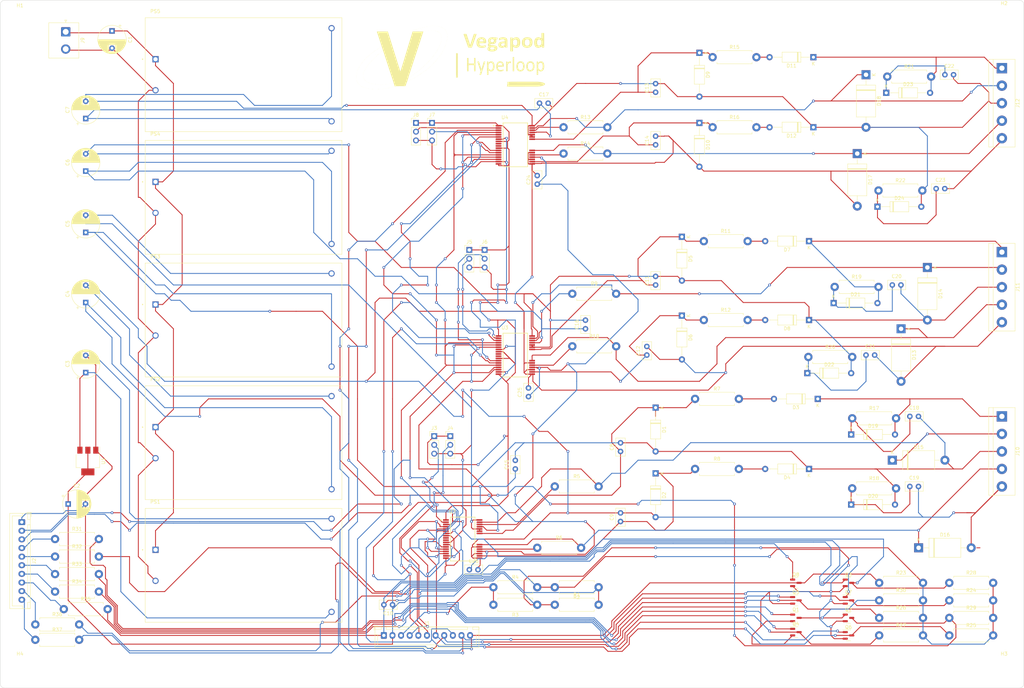
<source format=kicad_pcb>
(kicad_pcb (version 20211014) (generator pcbnew)
  (layers (0 "F.Cu" signal) (31 "B.Cu" signal) (34 "B.Paste" user) (35 "F.Paste" user) (36 "B.SilkS" user "B.Silkscreen") (37 "F.SilkS" user "F.Silkscreen") (38 "B.Mask" user) (39 "F.Mask" user) (44 "Edge.Cuts" user))
  (net 0 "")
  (net 1 "+BATT")
  (net 2 "-BATT")
  (net 3 "+5V")
  (net 4 "GNDD")
  (net 5 "VDD")
  (net 6 "+15V")
  (net 7 "GND")
  (net 8 "VDrive1")
  (net 9 "GND1")
  (net 10 "VDrive2")
  (net 11 "GND2")
  (net 12 "VDrive3")
  (net 13 "GND3")
  (net 16 "Net-(D19-Pad2)")
  (net 17 "Net-(D3-Pad2)")
  (net 18 "Net-(D4-Pad2)")
  (net 19 "Net-(C11-Pad1)")
  (net 20 "Net-(C12-Pad1)")
  (net 21 "Net-(D21-Pad2)")
  (net 22 "Net-(D7-Pad2)")
  (net 23 "Net-(D8-Pad2)")
  (net 24 "FLT")
  (net 25 "RDY")
  (net 26 "RST")
  (net 27 "INHS2")
  (net 28 "INLS2")
  (net 29 "INHS3")
  (net 30 "INLS3")
  (net 31 "Net-(R9-Pad1)")
  (net 32 "Net-(R10-Pad1)")
  (net 35 "Net-(C13-Pad1)")
  (net 36 "Net-(C14-Pad1)")
  (net 37 "Net-(D11-Pad1)")
  (net 38 "Net-(D11-Pad2)")
  (net 39 "Net-(D12-Pad2)")
  (net 40 "Net-(R13-Pad1)")
  (net 41 "Net-(R14-Pad1)")
  (net 44 "Net-(C8-Pad1)")
  (net 45 "Net-(C9-Pad1)")
  (net 46 "Net-(R5-Pad1)")
  (net 47 "Net-(R6-Pad1)")
  (net 48 "Net-(C18-Pad1)")
  (net 49 "Net-(C19-Pad1)")
  (net 50 "Net-(C20-Pad1)")
  (net 51 "Net-(C21-Pad1)")
  (net 52 "Net-(C22-Pad1)")
  (net 53 "Net-(C23-Pad1)")
  (net 54 "Net-(D13-Pad1)")
  (net 55 "Net-(D14-Pad1)")
  (net 56 "Net-(D15-Pad1)")
  (net 57 "Net-(D16-Pad1)")
  (net 58 "Net-(D17-Pad1)")
  (net 59 "Net-(D18-Pad1)")
  (net 60 "Net-(Q1-Pad1)")
  (net 61 "Net-(Q1-Pad3)")
  (net 62 "Net-(Q3-Pad1)")
  (net 63 "Net-(Q4-Pad1)")
  (net 64 "Net-(Q5-Pad1)")
  (net 65 "Net-(Q6-Pad1)")
  (net 66 "Net-(Q7-Pad1)")
  (net 67 "Net-(Q8-Pad1)")
  (net 68 "INHS1")
  (net 69 "INLS1")
  (net 70 "Net-(J2-Pad4)")
  (net 71 "Net-(J2-Pad5)")
  (net 72 "Net-(J2-Pad6)")
  (net 73 "Net-(J2-Pad7)")
  (net 74 "Net-(J2-Pad8)")
  (net 75 "Net-(J2-Pad9)")
  (net 76 "Net-(J2-Pad10)")
  (net 77 "Net-(J3-Pad2)")
  (net 78 "Net-(J4-Pad2)")
  (net 79 "Net-(J5-Pad2)")
  (net 80 "Net-(J6-Pad2)")
  (net 81 "Net-(J7-Pad2)")
  (net 82 "Net-(J8-Pad2)")
  (footprint "Capacitor_THT:C_Disc_D5.0mm_W2.5mm_P2.50mm" (layer "F.Cu") (at 189.865 82.55 90)
    (fp_text reference "C11")
    (fp_text value "220pF")
  )
  (footprint "Capacitor_THT:C_Disc_D5.0mm_W2.5mm_P2.50mm" (layer "F.Cu") (at 250.825 102.87)
    (fp_text reference "C21")
    (fp_text value "C_Snub")
  )
  (footprint "Diode_THT:D_A-405_P12.70mm_Horizontal" (layer "F.Cu") (at 197.485 91.44 -90)
    (fp_text reference "D6")
    (fp_text value "D_Schottky")
  )
  (footprint "Resistor_THT:R_Axial_DIN0411_L9.9mm_D3.6mm_P12.70mm_Horizontal" (layer "F.Cu") (at 15.875 161.29)
    (fp_text reference "R32")
    (fp_text value "1K")
  )
  (footprint "Resistor_THT:R_Axial_DIN0411_L9.9mm_D3.6mm_P12.70mm_Horizontal" (layer "F.Cu") (at 15.875 156.21)
    (fp_text reference "R31")
    (fp_text value "1K")
  )
  (footprint "Diode_THT:D_A-405_P12.70mm_Horizontal" (layer "F.Cu") (at 197.485 68.58 -90)
    (fp_text reference "D5")
    (fp_text value "D_Schottky")
  )
  (footprint "Diode_THT:D_A-405_P12.70mm_Horizontal" (layer "F.Cu") (at 241.445 87.8)
    (fp_text reference "D21")
    (fp_text value "D_Snub")
  )
  (footprint "Isolated_Power_Supply_HiLink:CONV_HLK-20M05" (layer "F.Cu") (at 70.485 92.71)
    (fp_text reference "PS3")
    (fp_text value "HLK-20M05")
  )
  (footprint "Resistor_THT:R_Axial_DIN0411_L9.9mm_D3.6mm_P12.70mm_Horizontal" (layer "F.Cu") (at 155.575 175.26 180)
    (fp_text reference "R3")
    (fp_text value "3.3K")
  )
  (footprint "Capacitor_THT:C_Disc_D5.0mm_W2.5mm_P2.50mm" (layer "F.Cu") (at 189.865 26.67 90)
    (fp_text reference "C13")
    (fp_text value "220pF")
  )
  (footprint "Resistor_THT:R_Axial_DIN0411_L9.9mm_D3.6mm_P12.70mm_Horizontal" (layer "F.Cu") (at 254.635 179.07)
    (fp_text reference "R26")
    (fp_text value "1K")
  )
  (footprint "Package_TO_SOT_SMD:SOT-23" (layer "F.Cu") (at 230.505 173.99)
    (fp_text reference "Q5")
    (fp_text value "MMBT3904")
  )
  (footprint "Diode_THT:D_A-405_P12.70mm_Horizontal" (layer "F.Cu") (at 234.315 69.85 180)
    (fp_text reference "D7")
    (fp_text value "1N4007")
  )
  (footprint "Resistor_THT:R_Axial_DIN0411_L9.9mm_D3.6mm_P12.70mm_Horizontal" (layer "F.Cu") (at 206.375 16.51)
    (fp_text reference "R15")
    (fp_text value "1K")
  )
  (footprint "Isolated_Power_Supply_HiLink:CONV_HLK-20M05" (layer "F.Cu") (at 70.485 163.83)
    (fp_text reference "PS1")
    (fp_text value "HLK-20M05")
  )
  (footprint "TerminalBlock:TerminalBlock_bornier-5_P5.08mm" (layer "F.Cu") (at 290.195 73.025 -90)
    (fp_text reference "J11")
    (fp_text value "Screw_Terminal_01x05")
  )
  (footprint "Resistor_THT:R_Axial_DIN0411_L9.9mm_D3.6mm_P12.70mm_Horizontal" (layer "F.Cu") (at 163.195 44.45)
    (fp_text reference "R14")
    (fp_text value "10")
  )
  (footprint "Resistor_THT:R_Axial_DIN0411_L9.9mm_D3.6mm_P12.70mm_Horizontal" (layer "F.Cu") (at 163.195 36.83)
    (fp_text reference "R13")
    (fp_text value "10")
  )
  (footprint "MountingHole:MountingHole_3.2mm_M3" (layer "F.Cu") (at 290.83 5.08)
    (fp_text reference "H2")
    (fp_text value "MountingHole")
  )
  (footprint "Diode_THT:D_A-405_P12.70mm_Horizontal" (layer "F.Cu") (at 235.585 36.83 180)
    (fp_text reference "D12")
    (fp_text value "1N4007")
  )
  (footprint "New folder:SOP65P1030X265-36_32N-V" (layer "F.Cu") (at 149.225 102.87)
    (fp_text reference "U3")
    (fp_text value "2ED020I12-F2")
  )
  (footprint "Resistor_THT:R_Axial_DIN0411_L9.9mm_D3.6mm_P12.70mm_Horizontal" (layer "F.Cu") (at 201.295 115.57)
    (fp_text reference "R7")
    (fp_text value "1K")
  )
  (footprint "Package_TO_SOT_SMD:SOT-223-3_TabPin2" (layer "F.Cu") (at 25.375 133.59 -90)
    (fp_text reference "U1")
    (fp_text value "AMS1117-5.0")
  )
  (footprint "Package_TO_SOT_SMD:SOT-23" (layer "F.Cu") (at 245.745 173.99)
    (fp_text reference "Q7")
    (fp_text value "MMBT3904")
  )
  (footprint "Capacitor_THT:C_Disc_D5.0mm_W2.5mm_P2.50mm" (layer "F.Cu") (at 258.445 82.55)
    (fp_text reference "C20")
    (fp_text value "C_Snub")
  )
  (footprint "Capacitor_THT:C_Disc_D5.0mm_W2.5mm_P2.50mm" (layer "F.Cu") (at 189.865 41.91 90)
    (fp_text reference "C14")
    (fp_text value "220pF")
  )
  (footprint "Resistor_THT:R_Axial_DIN0411_L9.9mm_D3.6mm_P12.70mm_Horizontal" (layer "F.Cu") (at 160.655 140.97)
    (fp_text reference "R5")
    (fp_text value "10")
  )
  (footprint "Diode_THT:D_A-405_P12.70mm_Horizontal" (layer "F.Cu") (at 234.315 92.71 180)
    (fp_text reference "D8")
    (fp_text value "1N4007")
  )
  (footprint "Resistor_THT:R_Axial_DIN0411_L9.9mm_D3.6mm_P12.70mm_Horizontal" (layer "F.Cu") (at 234.125 103.42)
    (fp_text reference "R20")
    (fp_text value "R_Snub")
  )
  (footprint "Capacitor_THT:CP_Radial_D8.0mm_P5.00mm" (layer "F.Cu") (at 24.765 107.95 90)
    (fp_text reference "C3")
    (fp_text value "1000uF")
  )
  (footprint "Diode_THT:D_A-405_P12.70mm_Horizontal" (layer "F.Cu") (at 189.865 137.16 -90)
    (fp_text reference "D2")
    (fp_text value "D_Schottky")
  )
  (footprint "Capacitor_THT:C_Disc_D5.0mm_W2.5mm_P2.50mm" (layer "F.Cu") (at 273.685 21.59)
    (fp_text reference "C22")
    (fp_text value "C_Snub")
  )
  (footprint "Capacitor_THT:C_Disc_D5.0mm_W2.5mm_P2.50mm" (layer "F.Cu") (at 156.23 29.845)
    (fp_text reference "C17")
    (fp_text value "100nF")
  )
  (footprint "Diode_THT:D_DO-201AE_P15.24mm_Horizontal" (layer "F.Cu") (at 250.825 21.59 -90)
    (fp_text reference "D18")
    (fp_text value "D_Zener")
  )
  (footprint "Connector_JST:JST_XH_B10B-XH-A_1x10_P2.50mm_Vertical" (layer "F.Cu") (at 6.24 151.31 -90)
    (fp_text reference "J2")
    (fp_text value "Conn_01x10_Male")
  )
  (footprint "Capacitor_THT:C_Disc_D5.0mm_W2.5mm_P2.50mm" (layer "F.Cu") (at 271.145 54.61)
    (fp_text reference "C23")
    (fp_text value "C_Snub")
  )
  (footprint "Resistor_THT:R_Axial_DIN0411_L9.9mm_D3.6mm_P12.70mm_Horizontal" (layer "F.Cu") (at 10.16 185.42)
    (fp_text reference "R37")
    (fp_text value "1K")
  )
  (footprint "Diode_THT:D_A-405_P12.70mm_Horizontal" (layer "F.Cu") (at 256.685 26.84)
    (fp_text reference "D23")
    (fp_text value "D_Snub")
  )
  (footprint "Connector_PinHeader_2.54mm:PinHeader_1x03_P2.54mm_Vertical" (layer "F.Cu") (at 125.095 35.56)
    (fp_text reference "J7")
    (fp_text value "Conn_01x03_Male")
  )
  (footprint "MountingHole:MountingHole_3.2mm_M3" (layer "F.Cu") (at 5.715 193.675)
    (fp_text reference "H4")
    (fp_text value "MountingHole")
  )
  (footprint "Isolated_Power_Supply_HiLink:CONV_HLK-20M05" (layer "F.Cu") (at 70.485 21.59)
    (fp_text reference "PS5")
    (fp_text value "HLK-20M05")
  )
  (footprint "Resistor_THT:R_Axial_DIN0411_L9.9mm_D3.6mm_P12.70mm_Horizontal" (layer "F.Cu") (at 203.835 69.85)
    (fp_text reference "R11")
    (fp_text value "1K")
  )
  (footprint "Resistor_THT:R_Axial_DIN0411_L9.9mm_D3.6mm_P12.70mm_Horizontal" (layer "F.Cu") (at 173.355 170.18 180)
    (fp_text reference "R2")
    (fp_text value "4.7K")
  )
  (footprint "Diode_THT:D_A-405_P12.70mm_Horizontal" (layer "F.Cu") (at 246.525 125.9)
    (fp_text reference "D19")
    (fp_text value "D_Snub")
  )
  (footprint "Capacitor_THT:C_Disc_D5.0mm_W2.5mm_P2.50mm" (layer "F.Cu") (at 263.525 140.97)
    (fp_text reference "C19")
    (fp_text value "C_Snub")
  )
  (footprint "Resistor_THT:R_Axial_DIN0411_L9.9mm_D3.6mm_P12.70mm_Horizontal" (layer "F.Cu") (at 274.955 168.91)
    (fp_text reference "R28")
    (fp_text value "1K")
  )
  (footprint "Capacitor_THT:CP_Radial_D8.0mm_P5.00mm" (layer "F.Cu") (at 19.685 146.05)
    (fp_text reference "C2")
    (fp_text value "1000uF")
  )
  (footprint "Resistor_THT:R_Axial_DIN0411_L9.9mm_D3.6mm_P12.70mm_Horizontal" (layer "F.Cu") (at 274.955 184.15)
    (fp_text reference "R25")
    (fp_text value "1K")
  )
  (footprint "Resistor_THT:R_Axial_DIN0411_L9.9mm_D3.6mm_P12.70mm_Horizontal" (layer "F.Cu") (at 15.875 171.45)
    (fp_text reference "R34")
    (fp_text value "1K")
  )
  (footprint "Resistor_THT:R_Axial_DIN0411_L9.9mm_D3.6mm_P12.70mm_Horizontal" (layer "F.Cu") (at 142.875 170.18)
    (fp_text reference "R4")
    (fp_text value "4.7K")
  )
  (footprint "Package_TO_SOT_SMD:SOT-23" (layer "F.Cu") (at 245.745 184.15)
    (fp_text reference "Q6")
    (fp_text value "MMBT3904")
  )
  (footprint "Resistor_THT:R_Axial_DIN0411_L9.9mm_D3.6mm_P12.70mm_Horizontal" (layer "F.Cu") (at 165.735 100.33)
    (fp_text reference "R10")
    (fp_text value "10")
  )
  (footprint "Resistor_THT:R_Axial_DIN0411_L9.9mm_D3.6mm_P12.70mm_Horizontal" (layer "F.Cu") (at 15.875 166.37)
    (fp_text reference "R33")
    (fp_text value "1K")
  )
  (footprint "Connector_JST:JST_NV_B02P-NV_1x02_P5.00mm_Vertical" (layer "F.Cu") (at 18.965 9.1525 -90)
    (fp_text reference "J9")
    (fp_text value "Conn_01x02_Male")
  )
  (footprint "Connector_PinHeader_2.54mm:PinHeader_1x03_P2.54mm_Vertical" (layer "F.Cu") (at 130.38 126.365)
    (fp_text reference "J4")
    (fp_text value "Conn_01x03_Male")
  )
  (footprint "Capacitor_THT:CP_Radial_D8.0mm_P5.00mm" (layer "F.Cu") (at 24.765 87.63 90)
    (fp_text reference "C4")
    (fp_text value "1000uF")
  )
  (footprint "Resistor_THT:R_Axial_DIN0411_L9.9mm_D3.6mm_P12.70mm_Horizontal" (layer "F.Cu") (at 254.445 55.16)
    (fp_text reference "R22")
    (fp_text value "R_Snub")
  )
  (footprint "Capacitor_THT:C_Disc_D5.0mm_W2.5mm_P2.50mm" (layer "F.Cu") (at 155.575 53.32 90)
    (fp_text reference "C24")
    (fp_text value "100nF")
  )
  (footprint "Diode_THT:D_DO-201AE_P15.24mm_Horizontal" (layer "F.Cu") (at 258.445 133.35)
    (fp_text reference "D15")
    (fp_text value "D_Zener")
  )
  (footprint "MountingHole:MountingHole_3.2mm_M3" (layer "F.Cu") (at 290.83 193.675)
    (fp_text reference "H3")
    (fp_text value "MountingHole")
  )
  (footprint "Diode_THT:D_A-405_P12.70mm_Horizontal" (layer "F.Cu") (at 236.855 115.57 180)
    (fp_text reference "D3")
    (fp_text value "1N4007")
  )
  (footprint "Resistor_THT:R_Axial_DIN0411_L9.9mm_D3.6mm_P12.70mm_Horizontal" (layer "F.Cu") (at 246.825 121.2)
    (fp_text reference "R17")
    (fp_text value "R_Snub")
  )
  (footprint "Resistor_THT:R_Axial_DIN0411_L9.9mm_D3.6mm_P12.70mm_Horizontal" (layer "F.Cu") (at 206.375 36.83)
    (fp_text reference "R16")
    (fp_text value "1K")
  )
  (footprint "Resistor_THT:R_Axial_DIN0411_L9.9mm_D3.6mm_P12.70mm_Horizontal" (layer "F.Cu") (at 18.415 176.53)
    (fp_text reference "R35")
    (fp_text value "1K")
  )
  (footprint "Resistor_THT:R_Axial_DIN0411_L9.9mm_D3.6mm_P12.70mm_Horizontal" (layer "F.Cu") (at 254.635 168.91)
    (fp_text reference "R23")
    (fp_text value "1K")
  )
  (footprint "LOGO" (layer "F.Cu") (at 132.08 18.415)
    (fp_text reference "G***" hide)
    (fp_text value "LOGO" hide)
  )
  (footprint "Resistor_THT:R_Axial_DIN0411_L9.9mm_D3.6mm_P12.70mm_Horizontal" (layer "F.Cu") (at 254.635 173.99)
    (fp_text reference "R30")
    (fp_text value "1K")
  )
  (footprint "Capacitor_THT:C_Disc_D5.0mm_W2.5mm_P2.50mm" (layer "F.Cu") (at 263.525 120.65)
    (fp_text reference "C18")
    (fp_text value "C_Snub")
  )
  (footprint "Diode_THT:D_A-405_P12.70mm_Horizontal" (layer "F.Cu") (at 189.865 118.11 -90)
    (fp_text reference "D1")
    (fp_text value "D_Schottky")
  )
  (footprint "Connector_PinHeader_2.54mm:PinHeader_1x03_P2.54mm_Vertical" (layer "F.Cu") (at 120.445 35.56)
    (fp_text reference "J8")
    (fp_text value "Conn_01x03_Male")
  )
  (footprint "Resistor_THT:R_Axial_DIN0411_L9.9mm_D3.6mm_P12.70mm_Horizontal" (layer "F.Cu") (at 274.955 179.07)
    (fp_text reference "R29")
    (fp_text value "1K")
  )
  (footprint "Connector_PinHeader_2.54mm:PinHeader_1x03_P2.54mm_Vertical" (layer "F.Cu") (at 140.335 72.39)
    (fp_text reference "J6")
    (fp_text value "Conn_01x03_Male")
  )
  (footprint "Capacitor_THT:C_Disc_D5.0mm_W2.5mm_P2.50mm" (layer "F.Cu") (at 149.225 135.89 90)
    (fp_text reference "C15")
    (fp_text value "100nF")
  )
  (footprint "Resistor_THT:R_Axial_DIN0411_L9.9mm_D3.6mm_P12.70mm_Horizontal" (layer "F.Cu") (at 155.575 158.75)
    (fp_text reference "R6")
    (fp_text value "10")
  )
  (footprint "Resistor_THT:R_Axial_DIN0411_L9.9mm_D3.6mm_P12.70mm_Horizontal" (layer "F.Cu") (at 274.955 173.99)
    (fp_text reference "R24")
    (fp_text value "1K")
  )
  (footprint "Resistor_THT:R_Axial_DIN0411_L9.9mm_D3.6mm_P12.70mm_Horizontal" (layer "F.Cu") (at 256.985 22.14)
    (fp_text reference "R21")
    (fp_text value "R_Snub")
  )
  (footprint "Capacitor_THT:C_Disc_D5.0mm_W2.5mm_P2.50mm" (layer "F.Cu") (at 169.545 95.25 90)
    (fp_text reference "C16")
    (fp_text value "100nF")
  )
  (footprint "Diode_THT:D_DO-201AE_P15.24mm_Horizontal" (layer "F.Cu") (at 248.285 44.45 -90)
    (fp_text reference "D17")
    (fp_text value "D_Zener")
  )
  (footprint "Capacitor_THT:CP_Radial_D8.0mm_P5.00mm" (layer "F.Cu") (at 24.765 67.31 90)
    (fp_text reference "C5")
    (fp_text value "1000uF")
  )
  (footprint "Connector_PinHeader_2.54mm:PinHeader_1x03_P2.54mm_Vertical" (layer "F.Cu") (at 125.73 126.365)
    (fp_text reference "J3")
    (fp_text value "Conn_01x03_Male")
  )
  (footprint "Capacitor_THT:C_Disc_D5.0mm_W2.5mm_P2.50mm" (layer "F.Cu") (at 179.705 130.81 90)
    (fp_text reference "C8")
    (fp_text value "220pF")
  )
  (footprint "Capacitor_THT:C_Disc_D5.0mm_W2.5mm_P2.50mm" (layer "F.Cu") (at 187.325 102.87 90)
    (fp_text reference "C12")
    (fp_text value "220pF")
  )
  (footprint "Diode_THT:D_A-405_P12.70mm_Horizontal" (layer "F.Cu") (at 254.145 59.86)
    (fp_text reference "D24")
    (fp_text value "D_Snub")
  )
  (footprint "Capacitor_THT:C_Disc_D5.0mm_W2.5mm_P2.50mm" (layer "F.Cu") (at 153.035 114.915 90)
    (fp_text reference "C25")
    (fp_text value "100nF")
  )
  (footprint "Package_TO_SOT_SMD:SOT-23" (layer "F.Cu") (at 230.505 183.2)
    (fp_text reference "Q4")
    (fp_text value "MMBT3904")
  )
  (footprint "Resistor_THT:R_Axial_DIN0411_L9.9mm_D3.6mm_P12.70mm_Horizontal" (layer "F.Cu") (at 254.635 184.15)
    (fp_text reference "R27")
    (fp_text value "1K")
  )
  (footprint "Diode_THT:D_DO-201AE_P15.24mm_Horizontal" (layer "F.Cu") (at 266.065 158.75)
    (fp_text reference "D16")
    (fp_text value "D_Zener")
  )
  (footprint "Capacitor_THT:CP_Radial_D8.0mm_P5.00mm" (layer "F.Cu") (at 32.385 8.89 -90)
    (fp_text reference "C1")
    (fp_text value "100uF")
  )
  (footprint "Diode_THT:D_A-405_P12.70mm_Horizontal" (layer "F.Cu") (at 233.825 108.12)
    (fp_text reference "D22")
    (fp_text value "D_Snub")
  )
  (footprint "Capacitor_THT:C_Disc_D5.0mm_W2.5mm_P2.50mm" (layer "F.Cu") (at 135.91 165.1)
    (fp_text reference "C26")
    (fp_text value "100nF")
  )
  (footprint "Package_TO_SOT_SMD:SOT-23" (layer "F.Cu") (at 245.745 179.07)
    (fp_text reference "Q2")
    (fp_text value "MMBT3904")
  )
  (footprint "Resistor_THT:R_Axial_DIN0411_L9.9mm_D3.6mm_P12.70mm_Horizontal" (layer "F.Cu") (at 165.735 85.09)
    (fp_text reference "R9")
    (fp_text value "10")
  )
  (footprint "Resistor_THT:R_Axial_DIN0411_L9.9mm_D3.6mm_P12.70mm_Horizontal" (layer "F.Cu") (at 246.825 141.52)
    (fp_text reference "R18")
    (fp_text value "R_Snub")
  )
  (footprint "Package_TO_SOT_SMD:SOT-23" (layer "F.Cu") (at 230.505 168.91)
    (fp_text reference "Q8")
    (fp_text value "MMBT3904")
  )
  (footprint "Resistor_THT:R_Axial_DIN0411_L9.9mm_D3.6mm_P12.70mm_Horizontal" (layer "F.Cu") (at 160.655 175.26)
    (fp_text reference "R1")
    (fp_text value "3.3K")
  )
  (footprint "New folder:SOP65P1030X265-36_32N-V" (layer "F.Cu") (at 133.985 156.21)
    (fp_text reference "U2")
    (fp_text value "2ED020I12-F2")
  )
  (footprint "Package_TO_SOT_SMD:SOT-23" (layer "F.Cu") (at 245.745 168.91)
    (fp_text reference "Q3")
    (fp_text value "MMBT3904")
  )
  (footprint "Diode_THT:D_DO-201AE_P15.24mm_Horizontal" (layer "F.Cu") (at 260.985 95.25 -90)
    (fp_text reference "D13")
    (fp_text value "D_Zener")
  )
  (footprint "Connector_PinHeader_2.54mm:PinHeader_1x03_P2.54mm_Vertical" (layer "F.Cu") (at 135.89 72.39)
    (fp_text reference "J5")
    (fp_text value "Conn_01x03_Male")
  )
  (footprint "Diode_THT:D_A-405_P12.70mm_Horizontal" (layer "F.Cu") (at 202.565 15.24 -90)
    (fp_text reference "D9")
    (fp_text value "D_Schottky")
  )
  (footprint "Diode_THT:D_A-405_P12.70mm_Horizontal" (layer "F.Cu") (at 202.565 35.56 -90)
    (fp_text reference "D10")
    (fp_text value "D_Schottky")
  )
  (footprint "Resistor_THT:R_Axial_DIN0411_L9.9mm_D3.6mm_P12.70mm_Horizontal" (layer "F.Cu") (at 241.745 83.1)
    (fp_text reference "R19")
    (fp_text value "R_Snub")
  )
  (footprint "Capacitor_THT:C_Disc_D5.0mm_W2.5mm_P2.50mm" (layer "F.Cu") (at 179.705 151.13 90)
    (fp_text reference "C9")
    (fp_text value "220pF")
  )
  (footprint "Capacitor_THT:C_Disc_D5.0mm_W2.5mm_P2.50mm" (layer "F.Cu") (at 113.645 175.26 180)
    (fp_text reference "C10")
    (fp_text value "100nF")
  )
  (footprint "TerminalBlock:TerminalBlock_bornier-5_P5.08mm" (layer "F.Cu") (at 290.195 120.65 -90)
    (fp_text reference "J10")
    (fp_text value "Screw_Terminal_01x05")
  )
  (footprint "Capacitor_THT:CP_Radial_D8.0mm_P5.00mm" (layer "F.Cu") (at 24.765 49.53 90)
    (fp_text reference "C6")
    (fp_text value "1000uF")
  )
  (footprint "Resistor_THT:R_Axial_DIN0411_L9.9mm_D3.6mm_P12.70mm_Horizontal" (layer "F.Cu") (at 10.16 180.975)
    (fp_text reference "R36")
    (fp_text value "1K")
  )
  (footprint "Diode_THT:D_A-405_P12.70mm_Horizontal" (layer "F.Cu") (at 246.525 146.22)
    (fp_text reference "D20")
    (fp_text value "D_Snub")
  )
  (footprint "Isolated_Power_Supply_HiLink:CONV_HLK-20M05" (layer "F.Cu") (at 70.485 128.27)
    (fp_text reference "PS2")
    (fp_text value "HLK-20M05")
  )
  (footprint "MountingHole:MountingHole_3.2mm_M3" (layer "F.Cu") (at 5.715 5.715)
    (fp_text reference "H1")
    (fp_text value "MountingHole")
  )
  (footprint "Resistor_THT:R_Axial_DIN0411_L9.9mm_D3.6mm_P12.70mm_Horizontal" (layer "F.Cu") (at 201.295 135.89)
    (fp_text reference "R8")
    (fp_text value "1K")
  )
  (footprint "Connector_JST:JST_XH_B11B-XH-A_1x11_P2.50mm_Vertical" (layer "F.Cu") (at 111.125 184.15)
    (fp_text reference "J1")
    (fp_text value "Conn_01x11_Male")
  )
  (footprint "TerminalBlock:TerminalBlock_bornier-5_P5.08mm" (layer "F.Cu") (at 290.195 19.685 -90)
    (fp_text reference "J12")
    (fp_text value "Screw_Terminal_01x05")
  )
  (footprint "Diode_THT:D_A-405_P12.70mm_Horizontal" (layer "F.Cu") (at 235.585 16.51 180)
    (fp_text reference "D11")
    (fp_text value "1N4007")
  )
  (footprint "Diode_THT:D_A-405_P12.70mm_Horizontal" (layer "F.Cu") (at 234.315 135.89 180)
    (fp_text reference "D4")
    (fp_text value "1N4007")
  )
  (footprint "Resistor_THT:R_Axial_DIN0411_L9.9mm_D3.6mm_P12.70mm_Horizontal" (layer "F.Cu") (at 203.835 92.71)
    (fp_text reference "R12")
    (fp_text value "1K")
  )
  (footprint "Diode_THT:D_DO-201AE_P15.24mm_Horizontal" (layer "F.Cu") (at 268.605 77.47 -90)
    (fp_text reference "D14")
    (fp_text value "D_Zener")
  )
  (footprint "Isolated_Power_Supply_HiLink:CONV_HLK-20M05" (layer "F.Cu") (at 70.485 57.15)
    (fp_text reference "PS4")
    (fp_text value "HLK-20M05")
  )
  (footprint "Capacitor_THT:CP_Radial_D8.0mm_P5.00mm" (layer "F.Cu") (at 24.765 34.29 90)
    (fp_text reference "C7")
    (fp_text value "1000uF")
  )
  (footprint "New folder:SOP65P1030X265-36_32N-V" (layer "F.Cu") (at 149.225 41.91)
    (fp_text reference "U4")
    (fp_text value "2ED020I12-F2")
  )
  (footprint "Package_TO_SOT_SMD:SOT-23" (layer "F.Cu") (at 230.505 179.07)
    (fp_text reference "Q1")
    (fp_text value "MMBT3904")
  )
  (gr_arc (start 296.545 198.12) (mid 296.173026 199.018026) (end 295.275 199.39) (layer "Edge.Cuts") (width 0.1))
  (gr_arc (start 0 1.27) (mid 0.371974 0.371974) (end 1.27 0) (layer "Edge.Cuts") (width 0.1))
  (gr_line (start 1.27 199.39) (end 295.275 199.39) (layer "Edge.Cuts") (width 0.1))
  (gr_line (start 1.27 0) (end 1.905 0) (layer "Edge.Cuts") (width 0.1))
  (gr_line (start 296.545 198.12) (end 296.545 1.27) (layer "Edge.Cuts") (width 0.1))
  (gr_line (start 295.275 0) (end 1.905 0) (layer "Edge.Cuts") (width 0.1))
  (gr_arc (start 295.275 0) (mid 296.173026 0.371974) (end 296.545 1.27) (layer "Edge.Cuts") (width 0.1))
  (gr_arc (start 1.27 199.39) (mid 0.371974 199.018026) (end 0 198.12) (layer "Edge.Cuts") (width 0.1))
  (gr_line (start 0 1.27) (end 0 198.12) (layer "Edge.Cuts") (width 0.1))
  (segment (start 283.845 158.75) (end 282.93 158.75) (width 0.25) (layer "F.Cu") (net 0))
  (segment (start 44.985 54.51) (end 44.985 52.65) (width 0.25) (layer "F.Cu") (net 1))
  (segment (start 32.385 8.89) (end 36.785 8.89) (width 0.25) (layer "F.Cu") (net 1))
  (segment (start 44.985 90.07) (end 50.165 95.25) (width 0.25) (layer "F.Cu") (net 1))
  (segment (start 52.705 62.23) (end 44.985 54.51) (width 0.25) (layer "F.Cu") (net 1))
  (segment (start 44.985 123.77) (end 44.985 125.63) (width 0.25) (layer "F.Cu") (net 1))
  (segment (start 44.985 17.09) (end 44.985 18.95) (width 0.25) (layer "F.Cu") (net 1))
  (segment (start 50.165 95.25) (end 50.165 118.59) (width 0.25) (layer "F.Cu") (net 1))
  (segment (start 44.985 88.21) (end 47.045 88.21) (width 0.25) (layer "F.Cu") (net 1))
  (segment (start 44.985 125.63) (end 50.165 130.81) (width 0.25) (layer "F.Cu") (net 1))
  (segment (start 52.705 82.55) (end 52.705 62.23) (width 0.25) (layer "F.Cu") (net 1))
  (segment (start 31.845 9.43) (end 32.385 8.89) (width 0.25) (layer "F.Cu") (net 1))
  (segment (start 50.165 49.53) (end 47.045 52.65) (width 0.25) (layer "F.Cu") (net 1))
  (segment (start 36.785 8.89) (end 44.985 17.09) (width 0.25) (layer "F.Cu") (net 1))
  (segment (start 19.685 9.43) (end 31.845 9.43) (width 0.25) (layer "F.Cu") (net 1))
  (segment (start 47.045 52.65) (end 44.985 52.65) (width 0.25) (layer "F.Cu") (net 1))
  (segment (start 44.985 153.77) (end 44.985 159.33) (width 0.25) (layer "F.Cu") (net 1))
  (segment (start 47.045 88.21) (end 52.705 82.55) (width 0.25) (layer "F.Cu") (net 1))
  (segment (start 50.165 130.81) (end 50.165 148.59) (width 0.25) (layer "F.Cu") (net 1))
  (segment (start 50.165 24.13) (end 50.165 49.53) (width 0.25) (layer "F.Cu") (net 1))
  (segment (start 44.985 88.21) (end 44.985 90.07) (width 0.25) (layer "F.Cu") (net 1))
  (segment (start 50.165 148.59) (end 44.985 153.77) (width 0.25) (layer "F.Cu") (net 1))
  (segment (start 44.985 18.95) (end 50.165 24.13) (width 0.25) (layer "F.Cu") (net 1))
  (segment (start 50.165 118.59) (end 44.985 123.77) (width 0.25) (layer "F.Cu") (net 1))
  (segment (start 44.985 61.65) (end 44.985 64.87) (width 0.25) (layer "F.Cu") (net 2))
  (segment (start 32.385 13.89) (end 44.585 26.09) (width 0.25) (layer "F.Cu") (net 2))
  (segment (start 40.485 57.15) (end 44.985 61.65) (width 0.25) (layer "F.Cu") (net 2))
  (segment (start 44.985 97.21) (end 40.005 102.19) (width 0.25) (layer "F.Cu") (net 2))
  (segment (start 40.005 57.15) (end 40.485 57.15) (width 0.25) (layer "F.Cu") (net 2))
  (segment (start 40.005 102.19) (end 40.005 128.27) (width 0.25) (layer "F.Cu") (net 2))
  (segment (start 40.005 137.75) (end 40.005 161.29) (width 0.25) (layer "F.Cu") (net 2))
  (segment (start 43.125 26.09) (end 40.005 29.21) (width 0.25) (layer "F.Cu") (net 2))
  (segment (start 31.795 14.48) (end 32.385 13.89) (width 0.25) (layer "F.Cu") (net 2))
  (segment (start 40.005 69.85) (end 40.005 92.23) (width 0.25) (layer "F.Cu") (net 2))
  (segment (start 42.785 166.13) (end 44.985 168.33) (width 0.25) (layer "F.Cu") (net 2))
  (segment (start 44.985 64.87) (end 40.005 69.85) (width 0.25) (layer "F.Cu") (net 2))
  (segment (start 44.585 26.09) (end 44.985 26.09) (width 0.25) (layer "F.Cu") (net 2))
  (segment (start 40.005 92.23) (end 44.985 97.21) (width 0.25) (layer "F.Cu") (net 2))
  (segment (start 19.685 14.48) (end 31.795 14.48) (width 0.25) (layer "F.Cu") (net 2))
  (segment (start 40.005 128.27) (end 40.485 128.27) (width 0.25) (layer "F.Cu") (net 2))
  (segment (start 44.985 132.77) (end 40.005 137.75) (width 0.25) (layer "F.Cu") (net 2))
  (segment (start 44.985 26.09) (end 43.125 26.09) (width 0.25) (layer "F.Cu") (net 2))
  (segment (start 42.785 164.07) (end 42.785 166.13) (width 0.25) (layer "F.Cu") (net 2))
  (segment (start 40.005 161.29) (end 42.785 164.07) (width 0.25) (layer "F.Cu") (net 2))
  (segment (start 40.005 29.21) (end 40.005 57.15) (width 0.25) (layer "F.Cu") (net 2))
  (segment (start 40.485 128.27) (end 44.985 132.77) (width 0.25) (layer "F.Cu") (net 2))
  (segment (start 136.525 128.905) (end 136.525 127) (width 0.25) (layer "F.Cu") (net 3))
  (segment (start 142.24 79.375) (end 142.24 83.185) (width 0.25) (layer "F.Cu") (net 3))
  (segment (start 137.795 48.26) (end 139.27 46.785) (width 0.25) (layer "F.Cu") (net 3))
  (segment (start 130.53 154.585) (end 131.445 153.67) (width 0.25) (layer "F.Cu") (net 3))
  (segment (start 151.765 168.275) (end 151.765 173.355) (width 0.25) (layer "F.Cu") (net 3))
  (segment (start 155.575 175.26) (end 160.655 175.26) (width 0.25) (layer "F.Cu") (net 3))
  (segment (start 113.665 184.15) (end 113.665 186.69) (width 0.25) (layer "F.Cu") (net 3))
  (segment (start 139.27 46.785) (end 144.36 46.785) (width 0.25) (layer "F.Cu") (net 3))
  (segment (start 145.96 86.905) (end 137.25 86.905) (width 0.25) (layer "F.Cu") (net 3))
  (segment (start 144.36 107.745) (end 146.48 107.745) (width 0.25) (layer "F.Cu") (net 3))
  (segment (start 146.48 46.785) (end 146.685 46.99) (width 0.25) (layer "F.Cu") (net 3))
  (segment (start 257.175 158.75) (end 267.335 168.91) (width 0.25) (layer "F.Cu") (net 3))
  (segment (start 129.12 154.585) (end 130.53 154.585) (width 0.25) (layer "F.Cu") (net 3))
  (segment (start 140.335 77.47) (end 142.24 79.375) (width 0.25) (layer "F.Cu") (net 3))
  (segment (start 113.665 186.69) (end 32.385 186.69) (width 0.25) (layer "F.Cu") (net 3))
  (segment (start 153.67 175.26) (end 155.575 175.26) (width 0.25) (layer "F.Cu") (net 3))
  (segment (start 130.38 131.445) (end 133.35 131.445) (width 0.25) (layer "F.Cu") (net 3))
  (segment (start 133.985 132.08) (end 133.985 133.35) (width 0.25) (layer "F.Cu") (net 3))
  (segment (start 135.347855 48.26) (end 137.795 48.26) (width 0.25) (layer "F.Cu") (net 3))
  (segment (start 133.35 131.445) (end 133.985 132.08) (width 0.25) (layer "F.Cu") (net 3))
  (segment (start 287.655 184.15) (end 287.655 179.07) (width 0.25) (layer "F.Cu") (net 3))
  (segment (start 126.365 48.895) (end 127.635 48.895) (width 0.25) (layer "F.Cu") (net 3))
  (segment (start 129.12 161.085) (end 131.24 161.085) (width 0.25) (layer "F.Cu") (net 3))
  (segment (start 136.525 113.03) (end 136.525 127) (width 0.25) (layer "F.Cu") (net 3))
  (segment (start 125.095 40.64) (end 125.095 47.625) (width 0.25) (layer "F.Cu") (net 3))
  (segment (start 146.685 87.63) (end 145.96 86.905) (width 0.25) (layer "F.Cu") (net 3))
  (segment (start 145.77 40.285) (end 146.05 40.005) (width 0.25) (layer "F.Cu") (net 3))
  (segment (start 168.91 167.005) (end 153.035 167.005) (width 0.25) (layer "F.Cu") (net 3))
  (segment (start 133.35 131.445) (end 133.985 131.445) (width 0.25) (layer "F.Cu") (net 3))
  (segment (start 144.36 46.785) (end 146.48 46.785) (width 0.25) (layer "F.Cu") (net 3))
  (segment (start 189.865 158.75) (end 177.165 158.75) (width 0.25) (layer "F.Cu") (net 3))
  (segment (start 137.25 86.905) (end 136.525 87.63) (width 0.25) (layer "F.Cu") (net 3))
  (segment (start 133.985 131.445) (end 136.525 128.905) (width 0.25) (layer "F.Cu") (net 3))
  (segment (start 146.48 107.745) (end 146.685 107.95) (width 0.25) (layer "F.Cu") (net 3))
  (segment (start 287.655 179.07) (end 287.655 173.99) (width 0.25) (layer "F.Cu") (net 3))
  (segment (start 32.385 186.69) (end 19.685 173.99) (width 0.25) (layer "F.Cu") (net 3))
  (segment (start 134.736656 47.648801) (end 135.347855 48.26) (width 0.25) (layer "F.Cu") (net 3))
  (segment (start 177.165 158.75) (end 168.91 167.005) (width 0.25) (layer "F.Cu") (net 3))
  (segment (start 125.095 47.625) (end 126.365 48.895) (width 0.25) (layer "F.Cu") (net 3))
  (segment (start 125.73 131.445) (end 130.38 131.445) (width 0.25) (layer "F.Cu") (net 3))
  (segment (start 142.24 83.185) (end 142.875 83.82) (width 0.25) (layer "F.Cu") (net 3))
  (segment (start 142.875 83.82) (end 146.685 83.82) (width 0.25) (layer "F.Cu") (net 3))
  (segment (start 144.36 40.285) (end 145.77 40.285) (width 0.25) (layer "F.Cu") (net 3))
  (segment (start 131.24 161.085) (end 131.445 161.29) (width 0.25) (layer "F.Cu") (net 3))
  (segment (start 220.345 158.75) (end 257.175 158.75) (width 0.25) (layer "F.Cu") (net 3))
  (segment (start 19.685 146.05) (end 19.685 142.43) (width 0.25) (layer "F.Cu") (net 3))
  (segment (start 151.765 173.355) (end 153.67 175.26) (width 0.25) (layer "F.Cu") (net 3))
  (segment (start 153.035 167.005) (end 151.765 168.275) (width 0.25) (layer "F.Cu") (net 3))
  (segment (start 145.77 101.245) (end 146.685 100.33) (width 0.25) (layer "F.Cu") (net 3))
  (segment (start 25.375 136.74) (end 25.375 130.44) (width 0.25) (layer "F.Cu") (net 3))
  (segment (start 120.445 40.64) (end 125.095 40.64) (width 0.25) (layer "F.Cu") (net 3))
  (segment (start 19.685 142.43) (end 25.375 136.74) (width 0.25) (layer "F.Cu") (net 3))
  (segment (start 19.685 173.99) (end 19.685 146.05) (width 0.25) (layer "F.Cu") (net 3))
  (segment (start 135.89 77.47) (end 140.335 77.47) (width 0.25) (layer "F.Cu") (net 3))
  (segment (start 287.655 173.99) (end 287.655 168.91) (width 0.25) (layer "F.Cu") (net 3))
  (segment (start 146.05 40.005) (end 146.685 40.005) (width 0.25) (layer "F.Cu") (net 3))
  (segment (start 144.36 101.245) (end 145.77 101.245) (width 0.25) (layer "F.Cu") (net 3))
  (via (at 133.985 133.35) (size 0.8) (drill 0.4) (layers "F.Cu" "B.Cu") (net 3))
  (via (at 146.685 100.33) (size 0.8) (drill 0.4) (layers "F.Cu" "B.Cu") (net 3))
  (via (at 131.445 161.29) (size 0.8) (drill 0.4) (layers "F.Cu" "B.Cu") (net 3))
  (via (at 146.685 87.63) (size 0.8) (drill 0.4) (layers "F.Cu" "B.Cu") (net 3))
  (via (at 146.685 107.95) (size 0.8) (drill 0.4) (layers "F.Cu" "B.Cu") (net 3))
  (via (at 220.345 158.75) (size 0.8) (drill 0.4) (layers "F.Cu" "B.Cu") (net 3))
  (via (at 134.736656 47.648801) (size 0.8) (drill 0.4) (layers "F.Cu" "B.Cu") (net 3))
  (via (at 136.525 113.03) (size 0.8) (drill 0.4) (layers "F.Cu" "B.Cu") (net 3))
  (via (at 189.865 158.75) (size 0.8) (drill 0.4) (layers "F.Cu" "B.Cu") (net 3))
  (via (at 131.445 153.67) (size 0.8) (drill 0.4) (layers "F.Cu" "B.Cu") (net 3))
  (via (at 146.685 83.82) (size 0.8) (drill 0.4) (layers "F.Cu" "B.Cu") (net 3))
  (via (at 146.685 40.005) (size 0.8) (drill 0.4) (layers "F.Cu" "B.Cu") (net 3))
  (via (at 146.685 46.99) (size 0.8) (drill 0.4) (layers "F.Cu" "B.Cu") (net 3))
  (via (at 127.635 48.895) (size 0.8) (drill 0.4) (layers "F.Cu" "B.Cu") (net 3))
  (via (at 136.525 87.63) (size 0.8) (drill 0.4) (layers "F.Cu" "B.Cu") (net 3))
  (segment (start 146.685 46.99) (end 146.685 84.455) (width 0.25) (layer "B.Cu") (net 3))
  (segment (start 285.115 186.69) (end 269.875 186.69) (width 0.25) (layer "B.Cu") (net 3))
  (segment (start 146.685 84.455) (end 146.685 87.63) (width 0.25) (layer "B.Cu") (net 3))
  (segment (start 133.985 159.65) (end 133.985 166.37) (width 0.25) (layer "B.Cu") (net 3))
  (segment (start 146.685 100.33) (end 149.225 100.33) (width 0.25) (layer "B.Cu") (net 3))
  (segment (start 133.535 159.2) (end 133.985 159.65) (width 0.25) (layer "B.Cu") (net 3))
  (segment (start 133.535 155.76) (end 131.445 153.67) (width 0.25) (layer "B.Cu") (net 3))
  (segment (start 121.285 173.355) (end 118.412201 173.355) (width 0.25) (layer "B.Cu") (net 3))
  (segment (start 269.875 186.69) (end 267.335 184.15) (width 0.25) (layer "B.Cu") (net 3))
  (segment (start 132.08 48.895) (end 132.715 48.26) (width 0.25) (layer "B.Cu") (net 3))
  (segment (start 117.142201 174.625) (end 115.57 174.625) (width 0.25) (layer "B.Cu") (net 3))
  (segment (start 134.736656 47.648801) (end 134.125457 48.26) (width 0.25) (layer "B.Cu") (net 3))
  (segment (start 127.635 48.895) (end 132.08 48.895) (width 0.25) (layer "B.Cu") (net 3))
  (segment (start 133.535 159.2) (end 131.445 161.29) (width 0.25) (layer "B.Cu") (net 3))
  (segment (start 118.412201 173.355) (end 117.142201 174.625) (width 0.25) (layer "B.Cu") (net 3))
  (segment (start 139.065 92.71) (end 139.065 94.8) (width 0.25) (layer "B.Cu") (net 3))
  (segment (start 149.225 105.41) (end 146.685 107.95) (width 0.25) (layer "B.Cu") (net 3))
  (segment (start 134.125457 48.26) (end 132.715 48.26) (width 0.25) (layer "B.Cu") (net 3))
  (segment (start 267.335 168.91) (end 267.335 173.99) (width 0.25) (layer "B.Cu") (net 3))
  (segment (start 139.967792 168.91) (end 135.263376 168.91) (width 0.25) (layer "B.Cu") (net 3))
  (segment (start 267.335 179.07) (end 267.335 184.15) (width 0.25) (layer "B.Cu") (net 3))
  (segment (start 131.453376 172.72) (end 121.92 172.72) (width 0.25) (layer "B.Cu") (net 3))
  (segment (start 155.575 175.26) (end 154.938604 175.26) (width 0.25) (layer "B.Cu") (net 3))
  (segment (start 113.665 171.45) (end 113.665 184.15) (width 0.25) (layer "B.Cu") (net 3))
  (segment (start 133.535 155.76) (end 133.535 159.2) (width 0.25) (layer "B.Cu") (net 3))
  (segment (start 144.97198 166.185) (end 142.800584 168.356396) (width 0.25) (layer "B.Cu") (net 3))
  (segment (start 133.07 152.045) (end 133.07 149.505) (width 0.25) (layer "B.Cu") (net 3))
  (segment (start 142.800584 168.356396) (end 140.521396 168.356396) (width 0.25) (layer "B.Cu") (net 3))
  (segment (start 136.525 90.17) (end 139.065 92.71) (width 0.25) (layer "B.Cu") (net 3))
  (segment (start 267.335 173.99) (end 267.335 179.07) (width 0.25) (layer "B.Cu") (net 3))
  (segment (start 149.225 92.71) (end 149.225 100.33) (width 0.25) (layer "B.Cu") (net 3))
  (segment (start 146.685 40.005) (end 146.685 46.99) (width 0.25) (layer "B.Cu") (net 3))
  (segment (start 133.985 148.59) (end 133.985 133.35) (width 0.25) (layer "B.Cu") (net 3))
  (segment (start 141.605 113.03) (end 136.525 113.03) (width 0.25) (layer "B.Cu") (net 3))
  (segment (start 140.521396 168.356396) (end 139.967792 168.91) (width 0.25) (layer "B.Cu") (net 3))
  (segment (start 135.263376 168.91) (end 131.453376 172.72) (width 0.25) (layer "B.Cu") (net 3))
  (segment (start 115.57 174.625) (end 113.665 176.53) (width 0.25) (layer "B.Cu") (net 3))
  (segment (start 149.225 100.33) (end 149.225 105.41) (width 0.25) (layer "B.Cu") (net 3))
  (segment (start 133.985 166.37) (end 131.445 168.91) (width 0.25) (layer "B.Cu") (net 3))
  (segment (start 133.07 149.505) (end 133.985 148.59) (width 0.25) (layer "B.Cu") (net 3))
  (segment (start 144.595 94.8) (end 146.685 92.71) (width 0.25) (layer "B.Cu") (net 3))
  (segment (start 189.865 158.75) (end 220.345 158.75) (width 0.25) (layer "B.Cu") (net 3))
  (segment (start 146.685 92.71) (end 149.225 92.71) (width 0.25) (layer "B.Cu") (net 3))
  (segment (start 146.685 107.95) (end 141.605 113.03) (width 0.25) (layer "B.Cu") (net 3))
  (segment (start 131.445 153.67) (end 133.07 152.045) (width 0.25) (layer "B.Cu") (net 3))
  (segment (start 121.92 172.72) (end 121.285 173.355) (width 0.25) (layer "B.Cu") (net 3))
  (segment (start 146.685 83.82) (end 146.685 84.455) (width 0.25) (layer "B.Cu") (net 3))
  (segment (start 154.938604 175.26) (end 145.863604 166.185) (width 0.25) (layer "B.Cu") (net 3))
  (segment (start 145.863604 166.185) (end 144.97198 166.185) (width 0.25) (layer "B.Cu") (net 3))
  (segment (start 285.115 186.69) (end 287.655 184.15) (width 0.25) (layer "B.Cu") (net 3))
  (segment (start 139.065 94.8) (end 144.595 94.8) (width 0.25) (layer "B.Cu") (net 3))
  (segment (start 131.445 168.91) (end 116.205 168.91) (width 0.25) (layer "B.Cu") (net 3))
  (segment (start 136.525 87.63) (end 136.525 90.17) (width 0.25) (layer "B.Cu") (net 3))
  (segment (start 116.205 168.91) (end 113.665 171.45) (width 0.25) (layer "B.Cu") (net 3))
  (segment (start 217.805 186.69) (end 227.0275 186.69) (width 0.25) (layer "F.Cu") (net 4))
  (segment (start 129.335 163.83) (end 129.12 163.615) (width 0.25) (layer "F.Cu") (net 4))
  (segment (start 147.41 47.08) (end 147.41 71.21) (width 0.25) (layer "F.Cu") (net 4))
  (segment (start 147.66 103.845) (end 148.96 105.145) (width 0.25) (layer "F.Cu") (net 4))
  (segment (start 227.0275 186.69) (end 229.5675 184.15) (width 0.25) (layer "F.Cu") (net 4))
  (segment (start 220.345 181.61) (end 220.345 173.99) (width 0.25) (layer "F.Cu") (net 4))
  (segment (start 32.385 135.89) (end 32.385 135.15) (width 0.25) (layer "F.Cu") (net 4))
  (segment (start 145.71 101.895) (end 147.66 103.845) (width 0.25) (layer "F.Cu") (net 4))
  (segment (start 155.575 170.18) (end 160.655 170.18) (width 0.25) (layer "F.Cu") (net 4))
  (segment (start 147.41 71.21) (end 147.41 81.825) (width 0.25) (layer "F.Cu") (net 4))
  (segment (start 244.8075 180.02) (end 242.255 180.02) (width 0.25) (layer "F.Cu") (net 4))
  (segment (start 111.125 184.15) (end 34.925 184.15) (width 0.25) (layer "F.Cu") (net 4))
  (segment (start 133.985 153.033604) (end 133.985 153.67) (width 0.25) (layer "F.Cu") (net 4))
  (segment (start 24.685 143.59) (end 32.385 135.89) (width 0.25) (layer "F.Cu") (net 4))
  (segment (start 144.36 42.885) (end 147.025 42.885) (width 0.25) (layer "F.Cu") (net 4))
  (segment (start 244.8075 169.86) (end 243.2175 171.45) (width 0.25) (layer "F.Cu") (net 4))
  (segment (start 128.905 164.26) (end 128.905 166.37) (width 0.25) (layer "F.Cu") (net 4))
  (segment (start 223.835 174.94) (end 229.5675 174.94) (width 0.25) (layer "F.Cu") (net 4))
  (segment (start 144.36 47.435) (end 144.36 47.84) (width 0.25) (layer "F.Cu") (net 4))
  (segment (start 146.05 126.365) (end 146.95 126.365) (width 0.25) (layer "F.Cu") (net 4))
  (segment (start 129.12 148.375) (end 130.995 146.5) (width 0.25) (layer "F.Cu") (net 4))
  (segment (start 144.36 95.465) (end 144.145 95.25) (width 0.25) (layer "F.Cu") (net 4))
  (segment (start 133.985 153.67) (end 131.445 156.21) (width 0.25) (layer "F.Cu") (net 4))
  (segment (start 146.685 82.55) (end 144.145 82.55) (width 0.25) (layer "F.Cu") (net 4))
  (segment (start 24.765 102.87) (end 24.765 102.95) (width 0.25) (layer "F.Cu") (net 4))
  (segment (start 144.36 40.935) (end 146.98 40.935) (width 0.25) (layer "F.Cu") (net 4))
  (segment (start 111.165 175.22) (end 112.395 173.99) (width 0.25) (layer "F.Cu") (net 4))
  (segment (start 34.925 184.15) (end 24.685 173.91) (width 0.25) (layer "F.Cu") (net 4))
  (segment (start 144.26 36.485) (end 144.36 36.385) (width 0.25) (layer "F.Cu") (net 4))
  (segment (start 144.36 108.395) (end 146.455 110.49) (width 0.25) (layer "F.Cu") (net 4))
  (segment (start 145.605 36.385) (end 144.36 36.385) (width 0.25) (layer "F.Cu") (net 4))
  (segment (start 245.745 161.74) (end 245.745 163.83) (width 0.25) (layer "F.Cu") (net 4))
  (segment (start 231.1575 171.45) (end 233.045 171.45) (width 0.25) (layer "F.Cu") (net 4))
  (segment (start 144.145 87.63) (end 139.065 87.63) (width 0.25) (layer "F.Cu") (net 4))
  (segment (start 146.95 126.365) (end 147.135 126.18) (width 0.25) (layer "F.Cu") (net 4))
  (segment (start 144.145 95.25) (end 144.145 92.71) (width 0.25) (layer "F.Cu") (net 4))
  (segment (start 144.36 97.345) (end 144.36 95.465) (width 0.25) (layer "F.Cu") (net 4))
  (segment (start 222.885 171.45) (end 222.885 173.99) (width 0.25) (layer "F.Cu") (net 4))
  (segment (start 146.685 92.71) (end 144.145 92.71) (width 0.25) (layer "F.Cu") (net 4))
  (segment (start 166.371396 170.18) (end 160.655 170.18) (width 0.25) (layer "F.Cu") (net 4))
  (segment (start 240.665 181.61) (end 240.665 184.15) (width 0.25) (layer "F.Cu") (net 4))
  (segment (start 120.445 35.56) (end 125.095 35.56) (width 0.25) (layer "F.Cu") (net 4))
  (segment (start 243.205 159.2) (end 245.745 161.74) (width 0.25) (layer "F.Cu") (net 4))
  (segment (start 140.335 72.39) (end 146.23 72.39) (width 0.25) (layer "F.Cu") (net 4))
  (segment (start 175.261396 161.29) (end 166.371396 170.18) (width 0.25) (layer "F.Cu") (net 4))
  (segment (start 24.685 146.05) (end 24.685 143.59) (width 0.25) (layer "F.Cu") (net 4))
  (segment (start 144.36 103.845) (end 147.66 103.845) (width 0.25) (layer "F.Cu") (net 4))
  (segment (start 149.225 107.95) (end 149.225 105.41) (width 0.25) (layer "F.Cu") (net 4))
  (segment (start 131.445 158.75) (end 133.0325 160.3375) (width 0.25) (layer "F.Cu") (net 4))
  (segment (start 224.975 159.2) (end 243.205 159.2) (width 0.25) (layer "F.Cu") (net 4))
  (segment (start 125.73 126.365) (end 123.825 128.27) (width 0.25) (layer "F.Cu") (net 4))
  (segment (start 134.936802 147.901802) (end 134.936802 152.081802) (width 0.25) (layer "F.Cu") (net 4))
  (segment (start 24.685 173.91) (end 24.685 146.05) (width 0.25) (layer "F.Cu") (net 4))
  (segment (start 130.47 155.235) (end 131.445 156.21) (width 0.25) (layer "F.Cu") (net 4))
  (segment (start 242.255 180.02) (end 240.665 181.61) (width 0.25) (layer "F.Cu") (net 4))
  (segment (start 131.445 156.21) (end 131.445 158.75) (width 0.25) (layer "F.Cu") (net 4))
  (segment (start 144.145 36.485) (end 144.26 36.485) (width 0.25) (layer "F.Cu") (net 4))
  (segment (start 129.12 161.735) (end 129.12 163.615) (width 0.25) (layer "F.Cu") (net 4))
  (segment (start 146.98 40.935) (end 147.41 40.505) (width 0.25) (layer "F.Cu") (net 4))
  (segment (start 123.825 128.27) (end 123.825 133.985) (width 0.25) (layer "F.Cu") (net 4))
  (segment (start 189.865 161.29) (end 175.261396 161.29) (width 0.25) (layer "F.Cu") (net 4))
  (segment (start 149.225 95.25) (end 149.225 97.79) (width 0.25) (layer "F.Cu") (net 4))
  (segment (start 133.0325 162.2425) (end 131.445 163.83) (width 0.25) (layer "F.Cu") (net 4))
  (segment (start 146.685 110.49) (end 149.225 107.95) (width 0.25) (layer "F.Cu") (net 4))
  (segment (start 146.23 72.39) (end 147.41 71.21) (width 0.25) (layer "F.Cu") (net 4))
  (segment (start 222.885 161.29) (end 224.975 159.2) (width 0.25) (layer "F.Cu") (net 4))
  (segment (start 129.12 155.235) (end 130.47 155.235) (width 0.25) (layer "F.Cu") (net 4))
  (segment (start 146.685 102.87) (end 145.71 101.895) (width 0.25) (layer "F.Cu") (net 4))
  (segment (start 144.331396 146.5) (end 147.135 143.696396) (width 0.25) (layer "F.Cu") (net 4))
  (segment (start 147.41 81.825) (end 146.685 82.55) (width 0.25) (layer "F.Cu") (net 4))
  (segment (start 133.0325 160.3375) (end 133.0325 162.2425) (width 0.25) (layer "F.Cu") (net 4))
  (segment (start 27.675 130.44) (end 27.675 105.78) (width 0.25) (layer "F.Cu") (net 4))
  (segment (start 130.995 146.5) (end 133.535 146.5) (width 0.25) (layer "F.Cu") (net 4))
  (segment (start 147.135 111.17) (end 146.455 110.49) (width 0.25) (layer "F.Cu") (net 4))
  (segment (start 32.385 135.15) (end 27.675 130.44) (width 0.25) (layer "F.Cu") (net 4))
  (segment (start 129.12 150.685) (end 129.12 148.375) (width 0.25) (layer "F.Cu") (net 4))
  (segment (start 147.025 42.885) (end 147.41 43.27) (width 0.25) (layer "F.Cu") (net 4))
  (segment (start 147.025 42.885) (end 146.98 42.84) (width 0.25) (layer "F.Cu") (net 4))
  (segment (start 149.225 97.79) (end 149.225 105.41) (width 0.25) (layer "F.Cu") (net 4))
  (segment (start 130.47 157.185) (end 129.12 157.185) (width 0.25) (layer "F.Cu") (net 4))
  (segment (start 229.5675 180.02) (end 221.935 180.02) (width 0.25) (layer "F.Cu") (net 4))
  (segment (start 124.46 134.62) (end 130.81 134.62) (width 0.25) (layer "F.Cu") (net 4))
  (segment (start 134.936802 152.081802) (end 133.985 153.033604) (width 0.25) (layer "F.Cu") (net 4))
  (segment (start 111.165 175.22) (end 111.165 176.53) (width 0.25) (layer "F.Cu") (net 4))
  (segment (start 129.335 163.83) (end 128.905 164.26) (width 0.25) (layer "F.Cu") (net 4))
  (segment (start 114.935 173.99) (end 112.395 173.99) (width 0.25) (layer "F.Cu") (net 4))
  (segment (start 220.345 173.99) (end 222.885 171.45) (width 0.25) (layer "F.Cu") (net 4))
  (segment (start 241.615 185.1) (end 244.8075 185.1) (width 0.25) (layer "F.Cu") (net 4))
  (segment (start 229.5675 169.86) (end 231.1575 171.45) (width 0.25) (layer "F.Cu") (net 4))
  (segment (start 233.045 171.45) (end 222.885 171.45) (width 0.25) (layer "F.Cu") (net 4))
  (segment (start 220.345 181.61) (end 217.805 184.15) (width 0.25) (layer "F.Cu") (net 4))
  (segment (start 221.935 180.02) (end 220.345 181.61) (width 0.25) (layer "F.Cu") (net 4))
  (segment (start 131.445 156.21) (end 130.47 157.185) (width 0.25) (layer "F.Cu") (net 4))
  (segment (start 217.805 184.15) (end 217.805 186.69) (width 0.25) (layer "F.Cu") (net 4))
  (segment (start 147.41 47.08) (end 147.41 47.535) (width 0.25) (layer "F.Cu") (net 4))
  (segment (start 145.71 101.895) (end 144.36 101.895) (width 0.25) (layer "F.Cu") (net 4))
  (segment (start 123.825 133.985) (end 124.46 134.62) (width 0.25) (layer "F.Cu") (net 4))
  (segment (start 146.98 42.84) (end 146.98 40.935) (width 0.25) (layer "F.Cu") (net 4))
  (segment (start 133.535 146.5) (end 144.331396 146.5) (width 0.25) (layer "F.Cu") (net 4))
  (segment (start 147.41 40.505) (end 147.41 38.19) (width 0.25) (layer "F.Cu") (net 4))
  (segment (start 125.73 126.365) (end 130.38 126.365) (width 0.25) (layer "F.Cu") (net 4))
  (segment (start 144.145 92.71) (end 141.605 92.71) (width 0.25) (layer "F.Cu") (net 4))
  (segment (start 147.41 38.19) (end 145.605 36.385) (width 0.25) (layer "F.Cu") (net 4))
  (segment (start 222.885 173.99) (end 223.835 174.94) (width 0.25) (layer "F.Cu") (net 4))
  (segment (start 144.4625 47.9425) (end 144.36 47.84) (width 0.25) (layer "F.Cu") (net 4))
  (segment (start 149.225 105.41) (end 146.685 102.87) (width 0.25) (layer "F.Cu") (net 4))
  (segment (start 243.2175 171.45) (end 240.665 171.45) (width 0.25) (layer "F.Cu") (net 4))
  (segment (start 27.675 105.78) (end 24.765 102.87) (width 0.25) (layer "F.Cu") (net 4))
  (segment (start 131.445 163.83) (end 129.335 163.83) (width 0.25) (layer "F.Cu") (net 4))
  (segment (start 149.225 95.25) (end 146.685 92.71) (width 0.25) (layer "F.Cu") (net 4))
  (segment (start 240.665 173.99) (end 241.615 174.94) (width 0.25) (layer "F.Cu") (net 4))
  (segment (start 147.41 43.27) (end 147.41 47.08) (width 0.25) (layer "F.Cu") (net 4))
  (segment (start 130.81 134.62) (end 138.43 134.62) (width 0.25) (layer "F.Cu") (net 4))
  (segment (start 147.135 143.696396) (end 147.135 126.18) (width 0.25) (layer "F.Cu") (net 4))
  (segment (start 135.89 72.39) (end 140.335 72.39) (width 0.25) (layer "F.Cu") (net 4))
  (segment (start 133.535 146.5) (end 134.936802 147.901802) (width 0.25) (layer "F.Cu") (net 4))
  (segment (start 241.615 174.94) (end 244.8075 174.94) (width 0.25) (layer "F.Cu") (net 4))
  (segment (start 144.4625 47.9425) (end 147.0025 47.9425) (width 0.25) (layer "F.Cu") (net 4))
  (segment (start 147.0025 47.9425) (end 147.41 47.535) (width 0.25) (layer "F.Cu") (net 4))
  (segment (start 149.225 105.41) (end 148.96 105.145) (width 0.25) (layer "F.Cu") (net 4))
  (segment (start 233.045 171.45) (end 240.665 171.45) (width 0.25) (layer "F.Cu") (net 4))
  (segment (start 240.665 184.15) (end 241.615 185.1) (width 0.25) (layer "F.Cu") (net 4))
  (segment (start 143.535 35.56) (end 144.36 36.385) (width 0.25) (layer "F.Cu") (net 4))
  (segment (start 146.455 110.49) (end 146.685 110.49) (width 0.25) (layer "F.Cu") (net 4))
  (segment (start 125.095 35.56) (end 143.535 35.56) (width 0.25) (layer "F.Cu") (net 4))
  (segment (start 147.135 126.18) (end 147.135 111.17) (width 0.25) (layer "F.Cu") (net 4))
  (via (at 144.145 82.55) (size 0.8) (drill 0.4) (layers "F.Cu" "B.Cu") (net 4))
  (via (at 240.665 181.61) (size 0.8) (drill 0.4) (layers "F.Cu" "B.Cu") (net 4))
  (via (at 245.745 163.83) (size 0.8) (drill 0.4) (layers "F.Cu" "B.Cu") (net 4))
  (via (at 139.065 87.63) (size 0.8) (drill 0.4) (layers "F.Cu" "B.Cu") (net 4))
  (via (at 240.665 171.45) (size 0.8) (drill 0.4) (layers "F.Cu" "B.Cu") (net 4))
  (via (at 114.935 173.99) (size 0.8) (drill 0.4) (layers "F.Cu" "B.Cu") (net 4))
  (via (at 240.665 173.99) (size 0.8) (drill 0.4) (layers "F.Cu" "B.Cu") (net 4))
  (via (at 128.905 166.37) (size 0.8) (drill 0.4) (layers "F.Cu" "B.Cu") (net 4))
  (via (at 144.145 87.63) (size 0.8) (drill 0.4) (layers "F.Cu" "B.Cu") (net 4))
  (via (at 138.43 134.62) (size 0.8) (drill 0.4) (layers "F.Cu" "B.Cu") (net 4))
  (via (at 189.865 161.29) (size 0.8) (drill 0.4) (layers "F.Cu" "B.Cu") (net 4))
  (via (at 222.885 161.29) (size 0.8) (drill 0.4) (layers "F.Cu" "B.Cu") (net 4))
  (via (at 141.605 92.71) (size 0.8) (drill 0.4) (layers "F.Cu" "B.Cu") (net 4))
  (via (at 146.05 126.365) (size 0.8) (drill 0.4) (layers "F.Cu" "B.Cu") (net 4))
  (segment (start 116.018604 168.46) (end 111.125 173.353604) (width 0.25) (layer "B.Cu") (net 4))
  (segment (start 120.015 170.815) (end 119.38 171.45) (width 0.25) (layer "B.Cu") (net 4))
  (segment (start 37.465 113.03) (end 37.465 148.59) (width 0.25) (layer "B.Cu") (net 4))
  (segment (start 139.065 87.63) (end 139.065 90.17) (width 0.25) (layer "B.Cu") (net 4))
  (segment (start 132.085584 170.815) (end 120.015 170.815) (width 0.25) (layer "B.Cu") (net 4))
  (segment (start 39.205 150.33) (end 95.985 150.33) (width 0.25) (layer "B.Cu") (net 4))
  (segment (start 24.765 102.95) (end 27.385 102.95) (width 0.25) (layer "B.Cu") (net 4))
  (segment (start 150.495 165.1) (end 144.784188 165.1) (width 0.25) (layer "B.Cu") (net 4))
  (segment (start 240.665 168.91) (end 240.665 173.99) (width 0.25) (layer "B.Cu") (net 4))
  (segment (start 6.24 149.97) (end 6.24 151.31) (width 0.25) (layer "B.Cu") (net 4))
  (segment (start 117.140805 173.99) (end 114.935 173.99) (width 0.25) (layer "B.Cu") (net 4))
  (segment (start 7.42 148.79) (end 6.24 149.97) (width 0.25) (layer "B.Cu") (net 4))
  (segment (start 139.624188 167.72) (end 135.180584 167.72) (width 0.25) (layer "B.Cu") (net 4))
  (segment (start 128.905 166.37) (end 126.815 168.46) (width 0.25) (layer "B.Cu") (net 4))
  (segment (start 142.427792 167.456396) (end 139.887792 167.456396) (width 0.25) (layer "B.Cu") (net 4))
  (segment (start 37.465 148.59) (end 39.205 150.33) (width 0.25) (layer "B.Cu") (net 4))
  (segment (start 245.745 163.83) (end 240.665 168.91) (width 0.25) (layer "B.Cu") (net 4))
  (segment (start 126.815 168.46) (end 116.018604 168.46) (width 0.25) (layer "B.Cu") (net 4))
  (segment (start 146.05 127) (end 146.05 126.365) (width 0.25) (layer "B.Cu") (net 4))
  (segment (start 135.180584 167.72) (end 132.085584 170.815) (width 0.25) (layer "B.Cu") (net 4))
  (segment (start 7.42 148.79) (end 18.215 148.79) (width 0.25) (layer "B.Cu") (net 4))
  (segment (start 119.38 171.750805) (end 117.140805 173.99) (width 0.25) (layer "B.Cu") (net 4))
  (segment (start 139.887792 167.456396) (end 139.624188 167.72) (width 0.25) (layer "B.Cu") (net 4))
  (segment (start 237.4 177.255) (end 237.4 179.370305) (width 0.25) (layer "B.Cu") (net 4))
  (segment (start 240.665 173.99) (end 237.4 177.255) (width 0.25) (layer "B.Cu") (net 4))
  (segment (start 155.575 170.18) (end 150.495 165.1) (width 0.25) (layer "B.Cu") (net 4))
  (segment (start 27.385 102.95) (end 37.465 113.03) (width 0.25) (layer "B.Cu") (net 4))
  (segment (start 18.215 148.79) (end 19.05 147.955) (width 0.25) (layer "B.Cu") (net 4))
  (segment (start 22.78 147.955) (end 24.685 146.05) (width 0.25) (layer "B.Cu") (net 4))
  (segment (start 144.784188 165.1) (end 142.427792 167.456396) (width 0.25) (layer "B.Cu") (net 4))
  (segment (start 111.125 173.353604) (end 111.125 184.15) (width 0.25) (layer "B.Cu") (net 4))
  (segment (start 119.38 171.45) (end 119.38 171.750805) (width 0.25) (layer "B.Cu") (net 4))
  (segment (start 237.4 179.370305) (end 239.639695 181.61) (width 0.25) (layer "B.Cu") (net 4))
  (segment (start 144.145 82.55) (end 144.145 87.63) (width 0.25) (layer "B.Cu") (net 4))
  (segment (start 19.05 147.955) (end 22.78 147.955) (width 0.25) (layer "B.Cu") (net 4))
  (segment (start 138.43 134.62) (end 146.05 127) (width 0.25) (layer "B.Cu") (net 4))
  (segment (start 189.865 161.29) (end 222.885 161.29) (width 0.25) (layer "B.Cu") (net 4))
  (segment (start 139.065 90.17) (end 141.605 92.71) (width 0.25) (layer "B.Cu") (net 4))
  (segment (start 239.639695 181.61) (end 240.665 181.61) (width 0.25) (layer "B.Cu") (net 4))
  (segment (start 23.075 130.44) (end 23.075 109.64) (width 0.25) (layer "F.Cu") (net 5))
  (segment (start 23.075 109.64) (end 24.765 107.95) (width 0.25) (layer "F.Cu") (net 5))
  (segment (start 94.245 179.07) (end 95.985 177.33) (width 0.25) (layer "B.Cu") (net 5))
  (segment (start 34.925 115.57) (end 34.925 171.45) (width 0.25) (layer "B.Cu") (net 5))
  (segment (start 24.765 107.95) (end 27.305 107.95) (width 0.25) (layer "B.Cu") (net 5))
  (segment (start 42.545 179.07) (end 94.245 179.07) (width 0.25) (layer "B.Cu") (net 5))
  (segment (start 27.305 107.95) (end 34.925 115.57) (width 0.25) (layer "B.Cu") (net 5))
  (segment (start 34.925 171.45) (end 42.545 179.07) (width 0.25) (layer "B.Cu") (net 5))
  (segment (start 150.915 159.785) (end 151.765 160.635) (width 0.25) (layer "F.Cu") (net 6))
  (segment (start 60.325 115.57) (end 93.345 115.57) (width 0.25) (layer "F.Cu") (net 6))
  (segment (start 154.09 106.445) (end 155.34 106.445) (width 0.25) (layer "F.Cu") (net 6))
  (segment (start 138.85 159.785) (end 140.57 159.785) (width 0.25) (layer "F.Cu") (net 6))
  (segment (start 140.57 159.785) (end 150.915 159.785) (width 0.25) (layer "F.Cu") (net 6))
  (segment (start 57.785 120.65) (end 57.785 118.11) (width 0.25) (layer "F.Cu") (net 6))
  (segment (start 154.09 45.485) (end 156.445 45.485) (width 0.25) (layer "F.Cu") (net 6))
  (segment (start 108.585 143.51) (end 141.605 143.51) (width 0.25) (layer "F.Cu") (net 6))
  (segment (start 169.545 160.635) (end 172.085 158.095) (width 0.25) (layer "F.Cu") (net 6))
  (segment (start 98.425 120.65) (end 98.425 133.35) (width 0.25) (layer "F.Cu") (net 6))
  (segment (start 155.575 106.68) (end 155.34 106.445) (width 0.25) (layer "F.Cu") (net 6))
  (segment (start 156.845 45.72) (end 156.68 45.72) (width 0.25) (layer "F.Cu") (net 6))
  (segment (start 156.68 45.72) (end 156.445 45.485) (width 0.25) (layer "F.Cu") (net 6))
  (segment (start 154.305 138.43) (end 149.225 143.51) (width 0.25) (layer "F.Cu") (net 6))
  (segment (start 154.305 125.73) (end 154.305 138.43) (width 0.25) (layer "F.Cu") (net 6))
  (segment (start 151.765 160.635) (end 169.545 160.635) (width 0.25) (layer "F.Cu") (net 6))
  (segment (start 98.425 133.35) (end 108.585 143.51) (width 0.25) (layer "F.Cu") (net 6))
  (segment (start 140.735 159.785) (end 140.57 159.785) (width 0.25) (layer "F.Cu") (net 6))
  (segment (start 172.085 153.67) (end 169.545 151.13) (width 0.25) (layer "F.Cu") (net 6))
  (segment (start 93.345 115.57) (end 98.425 120.65) (width 0.25) (layer "F.Cu") (net 6))
  (segment (start 155.34 106.445) (end 158.535 106.445) (width 0.25) (layer "F.Cu") (net 6))
  (segment (start 140.97 160.02) (end 140.735 159.785) (width 0.25) (layer "F.Cu") (net 6))
  (segment (start 162.58 107.295) (end 164.465 105.41) (width 0.25) (layer "F.Cu") (net 6))
  (segment (start 158.535 106.445) (end 159.385 107.295) (width 0.25) (layer "F.Cu") (net 6))
  (segment (start 172.085 158.095) (end 172.085 153.67) (width 0.25) (layer "F.Cu") (net 6))
  (segment (start 159.385 107.295) (end 162.58 107.295) (width 0.25) (layer "F.Cu") (net 6))
  (segment (start 57.785 118.11) (end 60.325 115.57) (width 0.25) (layer "F.Cu") (net 6))
  (segment (start 156.21 106.68) (end 155.575 106.68) (width 0.25) (layer "F.Cu") (net 6))
  (via (at 156.845 45.72) (size 0.8) (drill 0.4) (layers "F.Cu" "B.Cu") (net 6))
  (via (at 57.785 120.65) (size 0.8) (drill 0.4) (layers "F.Cu" "B.Cu") (net 6))
  (via (at 154.305 125.73) (size 0.8) (drill 0.4) (layers "F.Cu" "B.Cu") (net 6))
  (via (at 164.465 105.41) (size 0.8) (drill 0.4) (layers "F.Cu" "B.Cu") (net 6))
  (via (at 140.97 160.02) (size 0.8) (drill 0.4) (layers "F.Cu" "B.Cu") (net 6))
  (via (at 149.225 143.51) (size 0.8) (drill 0.4) (layers "F.Cu" "B.Cu") (net 6))
  (via (at 156.21 106.68) (size 0.8) (drill 0.4) (layers "F.Cu" "B.Cu") (net 6))
  (via (at 169.545 151.13) (size 0.8) (drill 0.4) (layers "F.Cu" "B.Cu") (net 6))
  (via (at 141.605 143.51) (size 0.8) (drill 0.4) (layers "F.Cu" "B.Cu") (net 6))
  (segment (start 158.115 49.53) (end 158.115 50.78) (width 0.25) (layer "B.Cu") (net 6))
  (segment (start 47.625 120.65) (end 32.385 105.41) (width 0.25) (layer "B.Cu") (net 6))
  (segment (start 47.625 118.11) (end 93.345 118.11) (width 0.25) (layer "B.Cu") (net 6))
  (segment (start 156.21 111.74) (end 156.21 109.855) (width 0.25) (layer "B.Cu") (net 6))
  (segment (start 32.385 105.41) (end 32.385 97.79) (width 0.25) (layer "B.Cu") (net 6))
  (segment (start 136.545 163.83) (end 136.545 164.465) (width 0.25) (layer "B.Cu") (net 6))
  (segment (start 158.115 46.99) (end 156.845 45.72) (width 0.25) (layer "B.Cu") (net 6))
  (segment (start 167.005 113.03) (end 164.465 115.57) (width 0.25) (layer "B.Cu") (net 6))
  (segment (start 149.225 143.51) (end 149.225 146.05) (width 0.25) (layer "B.Cu") (net 6))
  (segment (start 149.225 151.13) (end 141.605 143.51) (width 0.25) (layer "B.Cu") (net 6))
  (segment (start 136.545 164.465) (end 135.91 165.1) (width 0.25) (layer "B.Cu") (net 6))
  (segment (start 32.385 97.79) (end 24.765 90.17) (width 0.25) (layer "B.Cu") (net 6))
  (segment (start 34.925 97.79) (end 34.925 105.41) (width 0.25) (layer "B.Cu") (net 6))
  (segment (start 158.095 49.53) (end 158.115 49.53) (width 0.25) (layer "B.Cu") (net 6))
  (segment (start 24.765 90.17) (end 24.765 87.63) (width 0.25) (layer "B.Cu") (net 6))
  (segment (start 167.005 107.95) (end 167.005 110.49) (width 0.25) (layer "B.Cu") (net 6))
  (segment (start 184.785 90.17) (end 184.785 86.743324) (width 0.25) (layer "B.Cu") (net 6))
  (segment (start 164.465 105.41) (end 169.545 105.41) (width 0.25) (layer "B.Cu") (net 6))
  (segment (start 177.608338 79.566662) (end 171.641662 79.566662) (width 0.25) (layer "B.Cu") (net 6))
  (segment (start 136.545 163.83) (end 138.45 161.925) (width 0.25) (layer "B.Cu") (net 6))
  (segment (start 167.005 110.49) (end 167.005 113.03) (width 0.25) (layer "B.Cu") (net 6))
  (segment (start 153.035 114.915) (end 156.21 111.74) (width 0.25) (layer "B.Cu") (net 6))
  (segment (start 171.641662 79.566662) (end 164.465 72.39) (width 0.25) (layer "B.Cu") (net 6))
  (segment (start 169.545 151.13) (end 154.305 151.13) (width 0.25) (layer "B.Cu") (net 6))
  (segment (start 164.465 72.39) (end 164.465 55.245) (width 0.25) (layer "B.Cu") (net 6))
  (segment (start 34.925 105.41) (end 47.625 118.11) (width 0.25) (layer "B.Cu") (net 6))
  (segment (start 93.345 118.11) (end 95.985 120.75) (width 0.25) (layer "B.Cu") (net 6))
  (segment (start 154.305 151.13) (end 149.225 151.13) (width 0.25) (layer "B.Cu") (net 6))
  (segment (start 140.335 161.925) (end 140.97 161.29) (width 0.25) (layer "B.Cu") (net 6))
  (segment (start 169.545 105.41) (end 184.785 90.17) (width 0.25) (layer "B.Cu") (net 6))
  (segment (start 162.54 53.32) (end 164.465 55.245) (width 0.25) (layer "B.Cu") (net 6))
  (segment (start 164.465 115.57) (end 154.305 125.73) (width 0.25) (layer "B.Cu") (net 6))
  (segment (start 140.97 161.29) (end 140.97 160.02) (width 0.25) (layer "B.Cu") (net 6))
  (segment (start 57.785 120.65) (end 47.625 120.65) (width 0.25) (layer "B.Cu") (net 6))
  (segment (start 95.985 120.75) (end 95.985 141.77) (width 0.25) (layer "B.Cu") (net 6))
  (segment (start 24.765 87.63) (end 34.925 97.79) (width 0.25) (layer "B.Cu") (net 6))
  (segment (start 164.465 105.41) (end 167.005 107.95) (width 0.25) (layer "B.Cu") (net 6))
  (segment (start 149.225 146.05) (end 154.305 151.13) (width 0.25) (layer "B.Cu") (net 6))
  (segment (start 158.115 50.78) (end 155.575 53.32) (width 0.25) (layer "B.Cu") (net 6))
  (segment (start 158.115 49.53) (end 158.115 46.99) (width 0.25) (layer "B.Cu") (net 6))
  (segment (start 156.21 109.855) (end 156.21 106.68) (width 0.25) (layer "B.Cu") (net 6))
  (segment (start 184.785 86.743324) (end 177.608338 79.566662) (width 0.25) (layer "B.Cu") (net 6))
  (segment (start 138.45 161.925) (end 140.335 161.925) (width 0.25) (layer "B.Cu") (net 6))
  (segment (start 155.575 53.32) (end 162.54 53.32) (width 0.25) (layer "B.Cu") (net 6))
  (segment (start 108.585 87.63) (end 108.585 107.95) (width 0.25) (layer "F.Cu") (net 7))
  (segment (start 203.835 49.53) (end 202.565 48.26) (width 0.25) (layer "F.Cu") (net 7))
  (segment (start 153.005 44.185) (end 154.09 44.185) (width 0.25) (layer "F.Cu") (net 7))
  (segment (start 152.21 108.395) (end 154.09 108.395) (width 0.25) (layer "F.Cu") (net 7))
  (segment (start 121.285 90.17) (end 117.475 86.36) (width 0.25) (layer "F.Cu") (net 7))
  (segment (start 139.045 163.81) (end 139.045 161.93) (width 0.25) (layer "F.Cu") (net 7))
  (segment (start 151.765 90.17) (end 151.765 95.25) (width 0.25) (layer "F.Cu") (net 7))
  (segment (start 153.03 47.435) (end 152.93 47.335) (width 0.25) (layer "F.Cu") (net 7))
  (segment (start 282.575 148.59) (end 290.195 140.97) (width 0.25) (layer "F.Cu") (net 7))
  (segment (start 154.09 46.135) (end 153.005 46.135) (width 0.25) (layer "F.Cu") (net 7))
  (segment (start 260.985 110.49) (end 271.145 100.33) (width 0.25) (layer "F.Cu") (net 7))
  (segment (start 164.425 148.63) (end 179.705 148.63) (width 0.25) (layer "F.Cu") (net 7))
  (segment (start 149.225 87.63) (end 151.765 90.17) (width 0.25) (layer "F.Cu") (net 7))
  (segment (start 192.405 39.37) (end 192.365 39.41) (width 0.25) (layer "F.Cu") (net 7))
  (segment (start 193.675 39.37) (end 192.405 39.37) (width 0.25) (layer "F.Cu") (net 7))
  (segment (start 156.845 47.235) (end 156.745 47.335) (width 0.25) (layer "F.Cu") (net 7))
  (segment (start 271.145 100.33) (end 273.685 100.33) (width 0.25) (layer "F.Cu") (net 7))
  (segment (start 136.79 158.485) (end 138.85 158.485) (width 0.25) (layer "F.Cu") (net 7))
  (segment (start 136.525 161.29) (end 136.97 161.735) (width 0.25) (layer "F.Cu") (net 7))
  (segment (start 281.305 148.59) (end 280.035 148.59) (width 0.25) (layer "F.Cu") (net 7))
  (segment (start 139.045 161.93) (end 138.85 161.735) (width 0.25) (layer "F.Cu") (net 7))
  (segment (start 156.12 125.005) (end 151.765 120.65) (width 0.25) (layer "F.Cu") (net 7))
  (segment (start 194.945 44.45) (end 192.405 46.99) (width 0.25) (layer "F.Cu") (net 7))
  (segment (start 194.945 40.64) (end 194.945 44.45) (width 0.25) (layer "F.Cu") (net 7))
  (segment (start 281.305 149.86) (end 282.575 148.59) (width 0.25) (layer "F.Cu") (net 7))
  (segment (start 137.38 160.435) (end 138.85 160.435) (width 0.25) (layer "F.Cu") (net 7))
  (segment (start 136.525 161.29) (end 136.525 158.75) (width 0.25) (layer "F.Cu") (net 7))
  (segment (start 152.62 107.095) (end 151.765 107.95) (width 0.25) (layer "F.Cu") (net 7))
  (segment (start 136.79 158.485) (end 136.79 157.955) (width 0.25) (layer "F.Cu") (net 7))
  (segment (start 154.305 108.295) (end 154.19 108.295) (width 0.25) (layer "F.Cu") (net 7))
  (segment (start 152.93 46.06) (end 152.93 44.26) (width 0.25) (layer "F.Cu") (net 7))
  (segment (start 153.005 46.135) (end 152.93 46.06) (width 0.25) (layer "F.Cu") (net 7))
  (segment (start 191.095 104.14) (end 187.325 100.37) (width 0.25) (layer "F.Cu") (net 7))
  (segment (start 138.85 161.735) (end 136.97 161.735) (width 0.25) (layer "F.Cu") (net 7))
  (segment (start 281.305 158.75) (end 281.305 150.495) (width 0.25) (layer "F.Cu") (net 7))
  (segment (start 281.305 49.53) (end 290.195 40.64) (width 0.25) (layer "F.Cu") (net 7))
  (segment (start 281.94 149.225) (end 290.195 140.97) (width 0.25) (layer "F.Cu") (net 7))
  (segment (start 248.285 59.69) (end 240.665 52.07) (width 0.25) (layer "F.Cu") (net 7))
  (segment (start 179.705 148.63) (end 188.635 148.63) (width 0.25) (layer "F.Cu") (net 7))
  (segment (start 139.045 163.83) (end 139.045 163.81) (width 0.25) (layer "F.Cu") (net 7))
  (segment (start 109.855 86.36) (end 108.585 87.63) (width 0.25) (layer "F.Cu") (net 7))
  (segment (start 151.765 107.95) (end 152.21 108.395) (width 0.25) (layer "F.Cu") (net 7))
  (segment (start 192.405 46.99) (end 189.865 46.99) (width 0.25) (layer "F.Cu") (net 7))
  (segment (start 290.195 40.64) (end 290.195 40.005) (width 0.25) (layer "F.Cu") (net 7))
  (segment (start 276.225 54.61) (end 281.305 49.53) (width 0.25) (layer "F.Cu") (net 7))
  (segment (start 197.485 104.14) (end 191.095 104.14) (width 0.25) (layer "F.Cu") (net 7))
  (segment (start 152.93 47.335) (end 152.93 46.21) (width 0.25) (layer "F.Cu") (net 7))
  (segment (start 154.09 49.335) (end 155.575 50.82) (width 0.25) (layer "F.Cu") (net 7))
  (segment (start 158.66 125.005) (end 156.12 125.005) (width 0.25) (layer "F.Cu") (net 7))
  (segment (start 154.19 47.335) (end 154.09 47.435) (width 0.25) (layer "F.Cu") (net 7))
  (segment (start 210.185 107.95) (end 205.105 113.03) (width 0.25) (layer "F.Cu") (net 7))
  (segment (start 138.535 156.21) (end 151.765 156.21) (width 0.25) (layer "F.Cu") (net 7))
  (segment (start 240.665 52.07) (end 240.665 49.53) (width 0.25) (layer "F.Cu") (net 7))
  (segment (start 151.765 105.41) (end 151.765 90.17) (width 0.25) (layer "F.Cu") (net 7))
  (segment (start 281.305 49.53) (end 203.835 49.53) (width 0.25) (layer "F.Cu") (net 7))
  (segment (start 138.41 164.445) (end 138.41 165.1) (width 0.25) (layer "F.Cu") (net 7))
  (segment (start 152.93 46.21) (end 153.005 46.135) (width 0.25) (layer "F.Cu") (net 7))
  (segment (start 189.62 47.235) (end 156.845 47.235) (width 0.25) (layer "F.Cu") (net 7))
  (segment (start 133.985 113.03) (end 133.985 120.65) (width 0.25) (layer "F.Cu") (net 7))
  (segment (start 210.185 105.41) (end 215.265 100.33) (width 0.25) (layer "F.Cu") (net 7))
  (segment (start 193.675 39.37) (end 194.945 40.64) (width 0.25) (layer "F.Cu") (net 7))
  (segment (start 136.79 157.955) (end 138.535 156.21) (width 0.25) (layer "F.Cu") (net 7))
  (segment (start 154.09 47.435) (end 153.03 47.435) (width 0.25) (layer "F.Cu") (net 7))
  (segment (start 154.09 47.435) (end 154.09 80.225) (width 0.25) (layer "F.Cu") (net 7))
  (segment (start 136.525 161.29) (end 137.38 160.435) (width 0.25) (layer "F.Cu") (net 7))
  (segment (start 154.09 47.435) (end 154.09 49.335) (width 0.25) (layer "F.Cu") (net 7))
  (segment (start 280.035 148.59) (end 276.225 148.59) (width 0.25) (layer "F.Cu") (net 7))
  (segment (start 215.265 100.33) (end 283.21 100.33) (width 0.25) (layer "F.Cu") (net 7))
  (segment (start 154.305 110.49) (end 154.305 108.295) (width 0.25) (layer "F.Cu") (net 7))
  (segment (start 280.035 148.59) (end 282.575 148.59) (width 0.25) (layer "F.Cu") (net 7))
  (segment (start 159.345 148.63) (end 164.425 148.63) (width 0.25) (layer "F.Cu") (net 7))
  (segment (start 151.765 156.21) (end 159.345 148.63) (width 0.25) (layer "F.Cu") (net 7))
  (segment (start 156.845 113.03) (end 154.305 110.49) (width 0.25) (layer "F.Cu") (net 7))
  (segment (start 151.765 105.41) (end 152.03 105.145) (width 0.25) (layer "F.Cu") (net 7))
  (segment (start 188.635 148.63) (end 189.865 149.86) (width 0.25) (layer "F.Cu") (net 7))
  (segment (start 108.585 107.95) (end 106.045 110.49) (width 0.25) (layer "F.Cu") (net 7))
  (segment (start 283.21 100.33) (end 290.195 93.345) (width 0.25) (layer "F.Cu") (net 7))
  (segment (start 154.73 47.435) (end 154.09 47.435) (width 0.25) (layer "F.Cu") (net 7))
  (segment (start 154.19 108.295) (end 154.09 108.395) (width 0.25) (layer "F.Cu") (net 7))
  (segment (start 205.105 113.03) (end 156.845 113.03) (width 0.25) (layer "F.Cu") (net 7))
  (segment (start 189.865 39.41) (end 192.365 39.41) (width 0.25) (layer "F.Cu") (net 7))
  (segment (start 117.475 86.36) (end 109.855 86.36) (width 0.25) (layer "F.Cu") (net 7))
  (segment (start 281.305 150.495) (end 281.305 149.86) (width 0.25) (layer "F.Cu") (net 7))
  (segment (start 151.765 107.95) (end 151.765 105.41) (width 0.25) (layer "F.Cu") (net 7))
  (segment (start 154.09 107.095) (end 152.62 107.095) (width 0.25) (layer "F.Cu") (net 7))
  (segment (start 153.035 109.45) (end 154.09 108.395) (width 0.25) (layer "F.Cu") (net 7))
  (segment (start 273.645 54.61) (end 276.225 54.61) (width 0.25) (layer "F.Cu") (net 7))
  (segment (start 152.93 44.26) (end 153.005 44.185) (width 0.25) (layer "F.Cu") (net 7))
  (segment (start 156.745 47.335) (end 154.19 47.335) (width 0.25) (layer "F.Cu") (net 7))
  (segment (start 153.035 112.415) (end 153.035 109.45) (width 0.25) (layer "F.Cu") (net 7))
  (segment (start 164.465 130.81) (end 158.66 125.005) (width 0.25) (layer "F.Cu") (net 7))
  (segment (start 210.185 107.95) (end 210.185 105.41) (width 0.25) (layer "F.Cu") (net 7))
  (segment (start 139.045 163.81) (end 138.41 164.445) (width 0.25) (layer "F.Cu") (net 7))
  (segment (start 189.865 46.99) (end 189.62 47.235) (width 0.25) (layer "F.Cu") (net 7))
  (segment (start 136.525 158.75) (end 136.79 158.485) (width 0.25) (layer "F.Cu") (net 7))
  (segment (start 152.03 105.145) (end 154.09 105.145) (width 0.25) (layer "F.Cu") (net 7))
  (segment (start 202.565 48.26) (end 193.675 39.37) (width 0.25) (layer "F.Cu") (net 7))
  (segment (start 151.765 90.17) (end 121.285 90.17) (width 0.25) (layer "F.Cu") (net 7))
  (via (at 133.985 120.65) (size 0.8) (drill 0.4) (layers "F.Cu" "B.Cu") (net 7))
  (via (at 154.09 80.225) (size 0.8) (drill 0.4) (layers "F.Cu" "B.Cu") (net 7))
  (via (at 164.425 148.63) (size 0.8) (drill 0.4) (layers "F.Cu" "B.Cu") (net 7))
  (via (at 133.985 113.03) (size 0.8) (drill 0.4) (layers "F.Cu" "B.Cu") (net 7))
  (via (at 164.465 130.81) (size 0.8) (drill 0.4) (layers "F.Cu" "B.Cu") (net 7))
  (via (at 151.765 120.65) (size 0.8) (drill 0.4) (layers "F.Cu" "B.Cu") (net 7))
  (via (at 276.225 148.59) (size 0.8) (drill 0.4) (layers "F.Cu" "B.Cu") (net 7))
  (via (at 106.045 110.49) (size 0.8) (drill 0.4) (layers "F.Cu" "B.Cu") (net 7))
  (via (at 210.185 107.95) (size 0.8) (drill 0.4) (layers "F.Cu" "B.Cu") (net 7))
  (via (at 149.225 87.63) (size 0.8) (drill 0.4) (layers "F.Cu" "B.Cu") (net 7))
  (segment (start 197.485 104.14) (end 201.295 107.95) (width 0.25) (layer "B.Cu") (net 7))
  (segment (start 164.465 148.59) (end 164.465 130.81) (width 0.25) (layer "B.Cu") (net 7))
  (segment (start 47.625 110.49) (end 42.545 105.41) (width 0.25) (layer "B.Cu") (net 7))
  (segment (start 267.335 149.86) (end 274.955 149.86) (width 0.25) (layer "B.Cu") (net 7))
  (segment (start 40.005 95.25) (end 27.385 82.63) (width 0.25) (layer "B.Cu") (net 7))
  (segment (start 266.025 140.97) (end 266.025 148.55) (width 0.25) (layer "B.Cu") (net 7))
  (segment (start 164.425 148.63) (end 164.465 148.59) (width 0.25) (layer "B.Cu") (net 7))
  (segment (start 37.465 95.33) (end 37.465 102.87) (width 0.25) (layer "B.Cu") (net 7))
  (segment (start 201.295 107.95) (end 210.185 107.95) (width 0.25) (layer "B.Cu") (net 7))
  (segment (start 136.525 115.57) (end 141.605 120.65) (width 0.25) (layer "B.Cu") (net 7))
  (segment (start 49.365 114.77) (end 95.985 114.77) (width 0.25) (layer "B.Cu") (net 7))
  (segment (start 141.605 120.65) (end 151.765 120.65) (width 0.25) (layer "B.Cu") (net 7))
  (segment (start 42.545 100.33) (end 40.005 97.79) (width 0.25) (layer "B.Cu") (net 7))
  (segment (start 131.445 120.65) (end 133.26 120.65) (width 0.25) (layer "B.Cu") (net 7))
  (segment (start 37.465 102.87) (end 49.365 114.77) (width 0.25) (layer "B.Cu") (net 7))
  (segment (start 274.955 149.86) (end 276.225 148.59) (width 0.25) (layer "B.Cu") (net 7))
  (segment (start 27.385 82.63) (end 24.765 82.63) (width 0.25) (layer "B.Cu") (net 7))
  (segment (start 42.545 105.41) (end 42.545 100.33) (width 0.25) (layer "B.Cu") (net 7))
  (segment (start 121.285 110.49) (end 131.445 120.65) (width 0.25) (layer "B.Cu") (net 7))
  (segment (start 260.985 110.49) (end 253.365 102.87) (width 0.25) (layer "B.Cu") (net 7))
  (segment (start 253.365 102.87) (end 253.325 102.87) (width 0.25) (layer "B.Cu") (net 7))
  (segment (start 149.225 85.09) (end 149.225 87.63) (width 0.25) (layer "B.Cu") (net 7))
  (segment (start 154.09 80.225) (end 149.225 85.09) (width 0.25) (layer "B.Cu") (net 7))
  (segment (start 121.285 110.49) (end 47.625 110.49) (width 0.25) (layer "B.Cu") (net 7))
  (segment (start 40.005 97.79) (end 40.005 95.25) (width 0.25) (layer "B.Cu") (net 7))
  (segment (start 266.025 148.55) (end 267.335 149.86) (width 0.25) (layer "B.Cu") (net 7))
  (segment (start 189.865 149.86) (end 267.335 149.86) (width 0.25) (layer "B.Cu") (net 7))
  (segment (start 24.765 82.63) (end 37.465 95.33) (width 0.25) (layer "B.Cu") (net 7))
  (segment (start 136.525 115.57) (end 133.985 113.03) (width 0.25) (layer "B.Cu") (net 7))
  (segment (start 133.26 120.65) (end 133.985 120.65) (width 0.25) (layer "B.Cu") (net 7))
  (segment (start 103.505 133.35) (end 103.505 115.57) (width 0.25) (layer "F.Cu") (net 8))
  (segment (start 138.85 152.635) (end 139.935 152.635) (width 0.25) (layer "F.Cu") (net 8))
  (segment (start 139.065 140.97) (end 111.125 140.97) (width 0.25) (layer "F.Cu") (net 8))
  (segment (start 140.97 153.67) (end 144.145 153.67) (width 0.25) (layer "F.Cu") (net 8))
  (segment (start 93.345 90.17) (end 85.725 90.17) (width 0.25) (layer "F.Cu") (net 8))
  (segment (start 85.725 90.17) (end 78.105 90.17) (width 0.25) (layer "F.Cu") (net 8))
  (segment (start 108.585 138.43) (end 103.505 133.35) (width 0.25) (layer "F.Cu") (net 8))
  (segment (start 103.505 100.33) (end 93.345 90.17) (width 0.25) (layer "F.Cu") (net 8))
  (segment (start 111.125 140.97) (end 108.585 138.43) (width 0.25) (layer "F.Cu") (net 8))
  (segment (start 139.935 152.635) (end 140.97 153.67) (width 0.25) (layer "F.Cu") (net 8))
  (segment (start 103.505 115.57) (end 103.505 100.33) (width 0.25) (layer "F.Cu") (net 8))
  (via (at 139.065 140.97) (size 0.8) (drill 0.4) (layers "F.Cu" "B.Cu") (net 8))
  (via (at 78.105 90.17) (size 0.8) (drill 0.4) (layers "F.Cu" "B.Cu") (net 8))
  (via (at 144.145 153.67) (size 0.8) (drill 0.4) (layers "F.Cu" "B.Cu") (net 8))
  (segment (start 47.625 85.09) (end 49.52 86.985) (width 0.25) (layer "B.Cu") (net 8))
  (segment (start 146.685 140.97) (end 139.065 140.97) (width 0.25) (layer "B.Cu") (net 8))
  (segment (start 95.885 85.09) (end 95.985 85.19) (width 0.25) (layer "B.Cu") (net 8))
  (segment (start 144.145 153.67) (end 144.145 151.13) (width 0.25) (layer "B.Cu") (net 8))
  (segment (start 95.985 85.19) (end 95.985 106.21) (width 0.25) (layer "B.Cu") (net 8))
  (segment (start 78.105 90.17) (end 55.245 90.17) (width 0.25) (layer "B.Cu") (net 8))
  (segment (start 45.085 85.09) (end 47.625 85.09) (width 0.25) (layer "B.Cu") (net 8))
  (segment (start 149.225 135.89) (end 149.225 138.43) (width 0.25) (layer "B.Cu") (net 8))
  (segment (start 50.165 85.09) (end 95.885 85.09) (width 0.25) (layer "B.Cu") (net 8))
  (segment (start 52.06 86.985) (end 49.52 86.985) (width 0.25) (layer "B.Cu") (net 8))
  (segment (start 45.085 82.55) (end 47.625 82.55) (width 0.25) (layer "B.Cu") (net 8))
  (segment (start 149.225 138.43) (end 146.685 140.97) (width 0.25) (layer "B.Cu") (net 8))
  (segment (start 45.085 85.09) (end 27.305 67.31) (width 0.25) (layer "B.Cu") (net 8))
  (segment (start 27.305 67.31) (end 24.765 67.31) (width 0.25) (layer "B.Cu") (net 8))
  (segment (start 141.605 146.05) (end 144.145 148.59) (width 0.25) (layer "B.Cu") (net 8))
  (segment (start 47.625 82.55) (end 50.165 85.09) (width 0.25) (layer "B.Cu") (net 8))
  (segment (start 139.065 146.05) (end 141.605 146.05) (width 0.25) (layer "B.Cu") (net 8))
  (segment (start 139.065 146.05) (end 139.065 140.97) (width 0.25) (layer "B.Cu") (net 8))
  (segment (start 24.765 67.31) (end 29.845 67.31) (width 0.25) (layer "B.Cu") (net 8))
  (segment (start 55.245 90.17) (end 52.06 86.985) (width 0.25) (layer "B.Cu") (net 8))
  (segment (start 29.845 67.31) (end 45.085 82.55) (width 0.25) (layer "B.Cu") (net 8))
  (segment (start 144.145 148.59) (end 144.145 151.13) (width 0.25) (layer "B.Cu") (net 8))
  (segment (start 259.225 146.22) (end 259.225 141.82) (width 0.25) (layer "F.Cu") (net 9))
  (segment (start 273.685 133.35) (end 276.225 135.89) (width 0.25) (layer "F.Cu") (net 9))
  (segment (start 136.97 150.685) (end 136.525 151.13) (width 0.25) (layer "F.Cu") (net 9))
  (segment (start 138.85 150.685) (end 136.97 150.685) (width 0.25) (layer "F.Cu") (net 9))
  (segment (start 187.365 128.31) (end 189.865 130.81) (width 0.25) (layer "F.Cu") (net 9))
  (segment (start 253.895 135.89) (end 253.365 135.89) (width 0.25) (layer "F.Cu") (net 9))
  (segment (start 179.705 128.31) (end 187.365 128.31) (width 0.25) (layer "F.Cu") (net 9))
  (segment (start 136.525 152.9) (end 136.91 153.285) (width 0.25) (layer "F.Cu") (net 9))
  (segment (start 136.91 153.285) (end 138.85 153.285) (width 0.25) (layer "F.Cu") (net 9))
  (segment (start 136.525 151.13) (end 136.525 152.9) (width 0.25) (layer "F.Cu") (net 9))
  (segment (start 234.315 135.89) (end 278.765 135.89) (width 0.25) (layer "F.Cu") (net 9))
  (segment (start 259.525 141.52) (end 253.895 135.89) (width 0.25) (layer "F.Cu") (net 9))
  (segment (start 278.765 135.89) (end 283.845 130.81) (width 0.25) (layer "F.Cu") (net 9))
  (segment (start 138.85 153.935) (end 138.85 153.285) (width 0.25) (layer "F.Cu") (net 9))
  (segment (start 229.235 130.81) (end 234.315 135.89) (width 0.25) (layer "F.Cu") (net 9))
  (segment (start 189.865 130.81) (end 229.235 130.81) (width 0.25) (layer "F.Cu") (net 9))
  (segment (start 283.845 130.81) (end 290.195 130.81) (width 0.25) (layer "F.Cu") (net 9))
  (segment (start 259.225 141.82) (end 259.525 141.52) (width 0.25) (layer "F.Cu") (net 9))
  (via (at 136.525 151.13) (size 0.8) (drill 0.4) (layers "F.Cu" "B.Cu") (net 9))
  (segment (start 149.225 130.81) (end 151.765 128.27) (width 0.25) (layer "B.Cu") (net 9))
  (segment (start 179.705 128.31) (end 151.805 128.31) (width 0.25) (layer "B.Cu") (net 9))
  (segment (start 136.525 143.51) (end 136.525 118.11) (width 0.25) (layer "B.Cu") (net 9))
  (segment (start 136.525 140.97) (end 136.525 143.51) (width 0.25) (layer "B.Cu") (net 9))
  (segment (start 273.685 128.27) (end 273.685 133.35) (width 0.25) (layer "B.Cu") (net 9))
  (segment (start 24.765 62.31) (end 32.465 62.31) (width 0.25) (layer "B.Cu") (net 9))
  (segment (start 136.525 118.11) (end 100.965 82.55) (width 0.25) (layer "B.Cu") (net 9))
  (segment (start 24.765 64.77) (end 24.765 62.31) (width 0.25) (layer "B.Cu") (net 9))
  (segment (start 149.225 133.39) (end 149.225 130.81) (width 0.25) (layer "B.Cu") (net 9))
  (segment (start 151.765 128.27) (end 151.805 128.31) (width 0.25) (layer "B.Cu") (net 9))
  (segment (start 32.385 64.77) (end 24.765 64.77) (width 0.25) (layer "B.Cu") (net 9))
  (segment (start 32.465 62.31) (end 49.365 79.21) (width 0.25) (layer "B.Cu") (net 9))
  (segment (start 136.525 143.51) (end 136.525 151.13) (width 0.25) (layer "B.Cu") (net 9))
  (segment (start 149.185 128.31) (end 136.525 140.97) (width 0.25) (layer "B.Cu") (net 9))
  (segment (start 149.265 128.31) (end 149.185 128.31) (width 0.25) (layer "B.Cu") (net 9))
  (segment (start 49.365 79.21) (end 95.985 79.21) (width 0.25) (layer "B.Cu") (net 9))
  (segment (start 149.225 128.27) (end 149.265 128.31) (width 0.25) (layer "B.Cu") (net 9))
  (segment (start 266.025 120.65) (end 273.645 128.27) (width 0.25) (layer "B.Cu") (net 9))
  (segment (start 273.645 128.27) (end 273.685 128.27) (width 0.25) (layer "B.Cu") (net 9))
  (segment (start 100.965 82.55) (end 50.165 82.55) (width 0.25) (layer "B.Cu") (net 9))
  (segment (start 50.165 82.55) (end 32.385 64.77) (width 0.25) (layer "B.Cu") (net 9))
  (segment (start 151.805 128.31) (end 149.265 128.31) (width 0.25) (layer "B.Cu") (net 9))
  (segment (start 156.845 98.71) (end 156.845 97.79) (width 0.25) (layer "F.Cu") (net 10))
  (segment (start 154.09 99.295) (end 156.26 99.295) (width 0.25) (layer "F.Cu") (net 10))
  (segment (start 156.26 99.295) (end 156.845 98.71) (width 0.25) (layer "F.Cu") (net 10))
  (via (at 156.845 97.79) (size 0.8) (drill 0.4) (layers "F.Cu" "B.Cu") (net 10))
  (segment (start 88.265 49.53) (end 90.805 52.07) (width 0.25) (layer "B.Cu") (net 10))
  (segment (start 121.285 85.09) (end 139.065 85.09) (width 0.25) (layer "B.Cu") (net 10))
  (segment (start 116.205 80.01) (end 121.285 85.09) (width 0.25) (layer "B.Cu") (net 10))
  (segment (start 37.465 49.53) (end 40.005 46.99) (width 0.25) (layer "B.Cu") (net 10))
  (segment (start 98.425 74.93) (end 103.505 74.93) (width 0.25) (layer "B.Cu") (net 10))
  (segment (start 95.985 49.63) (end 95.985 70.65) (width 0.25) (layer "B.Cu") (net 10))
  (segment (start 156.845 95.25) (end 156.845 92.71) (width 0.25) (layer "B.Cu") (net 10))
  (segment (start 40.005 46.99) (end 93.345 46.99) (width 0.25) (layer "B.Cu") (net 10))
  (segment (start 169.545 95.25) (end 156.845 95.25) (width 0.25) (layer "B.Cu") (net 10))
  (segment (start 103.505 74.93) (end 108.585 80.01) (width 0.25) (layer "B.Cu") (net 10))
  (segment (start 27.305 52.07) (end 37.465 52.07) (width 0.25) (layer "B.Cu") (net 10))
  (segment (start 154.305 90.17) (end 156.845 92.71) (width 0.25) (layer "B.Cu") (net 10))
  (segment (start 37.465 52.07) (end 40.005 49.53) (width 0.25) (layer "B.Cu") (net 10))
  (segment (start 93.345 46.99) (end 95.985 49.63) (width 0.25) (layer "B.Cu") (net 10))
  (segment (start 108.585 80.01) (end 116.205 80.01) (width 0.25) (layer "B.Cu") (net 10))
  (segment (start 90.805 67.31) (end 98.425 74.93) (width 0.25) (layer "B.Cu") (net 10))
  (segment (start 24.765 49.53) (end 37.465 49.53) (width 0.25) (layer "B.Cu") (net 10))
  (segment (start 40.005 49.53) (end 88.265 49.53) (width 0.25) (layer "B.Cu") (net 10))
  (segment (start 156.845 92.71) (end 156.845 97.79) (width 0.25) (layer "B.Cu") (net 10))
  (segment (start 139.065 85.09) (end 144.145 90.17) (width 0.25) (layer "B.Cu") (net 10))
  (segment (start 24.765 49.53) (end 27.305 52.07) (width 0.25) (layer "B.Cu") (net 10))
  (segment (start 90.805 52.07) (end 90.805 67.31) (width 0.25) (layer "B.Cu") (net 10))
  (segment (start 144.145 90.17) (end 154.305 90.17) (width 0.25) (layer "B.Cu") (net 10))
  (segment (start 154.305 100.33) (end 154.09 100.115) (width 0.25) (layer "F.Cu") (net 11))
  (segment (start 151.765 87.63) (end 151.765 85.09) (width 0.25) (layer "F.Cu") (net 11))
  (segment (start 159.385 82.55) (end 161.925 80.01) (width 0.25) (layer "F.Cu") (net 11))
  (segment (start 161.925 80.01) (end 182.245 80.01) (width 0.25) (layer "F.Cu") (net 11))
  (segment (start 159.385 100.33) (end 159.12 100.595) (width 0.25) (layer "F.Cu") (net 11))
  (segment (start 154.09 97.345) (end 154.09 95.465) (width 0.25) (layer "F.Cu") (net 11))
  (segment (start 196.255 80.05) (end 197.485 81.28) (width 0.25) (layer "F.Cu") (net 11))
  (segment (start 234.315 88.9) (end 234.315 92.71) (width 0.25) (layer "F.Cu") (net 11))
  (segment (start 154.305 85.09) (end 156.845 87.63) (width 0.25) (layer "F.Cu") (net 11))
  (segment (start 151.765 85.09) (end 154.305 85.09) (width 0.25) (layer "F.Cu") (net 11))
  (segment (start 139.065 85.09) (end 154.305 85.09) (width 0.25) (layer "F.Cu") (net 11))
  (segment (start 159.385 95.25) (end 159.385 100.33) (width 0.25) (layer "F.Cu") (net 11))
  (segment (start 159.12 100.595) (end 154.09 100.595) (width 0.25) (layer "F.Cu") (net 11))
  (segment (start 103.505 69.85) (end 108.585 69.85) (width 0.25) (layer "F.Cu") (net 11))
  (segment (start 153.855 89.72) (end 151.765 87.63) (width 0.25) (layer "F.Cu") (net 11))
  (segment (start 100.965 67.31) (end 103.505 69.85) (width 0.25) (layer "F.Cu") (net 11))
  (segment (start 215.265 87.63) (end 233.045 87.63) (width 0.25) (layer "F.Cu") (net 11))
  (segment (start 108.585 69.85) (end 116.205 77.47) (width 0.25) (layer "F.Cu") (net 11))
  (segment (start 131.445 77.47) (end 116.205 77.47) (width 0.25) (layer "F.Cu") (net 11))
  (segment (start 273.685 92.71) (end 283.21 83.185) (width 0.25) (layer "F.Cu") (net 11))
  (segment (start 159.385 90.17) (end 159.385 82.55) (width 0.25) (layer "F.Cu") (net 11))
  (segment (start 154.09 100.595) (end 154.09 99.945) (width 0.25) (layer "F.Cu") (net 11))
  (segment (start 159.385 90.17) (end 159.385 92.71) (width 0.25) (layer "F.Cu") (net 11))
  (segment (start 139.065 85.09) (end 131.445 77.47) (width 0.25) (layer "F.Cu") (net 11))
  (segment (start 156.845 87.63) (end 159.385 90.17) (width 0.25) (layer "F.Cu") (net 11))
  (segment (start 283.21 83.185) (end 290.195 83.185) (width 0.25) (layer "F.Cu") (net 11))
  (segment (start 197.485 81.28) (end 208.915 81.28) (width 0.25) (layer "F.Cu") (net 11))
  (segment (start 154.09 95.465) (end 153.855 95.23) (width 0.25) (layer "F.Cu") (net 11))
  (segment (start 189.865 80.05) (end 196.255 80.05) (width 0.25) (layer "F.Cu") (net 11))
  (segment (start 234.315 92.71) (end 273.685 92.71) (width 0.25) (layer "F.Cu") (net 11))
  (segment (start 208.915 81.28) (end 215.265 87.63) (width 0.25) (layer "F.Cu") (net 11))
  (segment (start 100.965 41.91) (end 100.965 67.31) (width 0.25) (layer "F.Cu") (net 11))
  (segment (start 233.045 87.63) (end 234.315 88.9) (width 0.25) (layer "F.Cu") (net 11))
  (segment (start 154.09 100.115) (end 154.09 99.945) (width 0.25) (layer "F.Cu") (net 11))
  (segment (start 159.385 92.71) (end 159.385 95.25) (width 0.25) (layer "F.Cu") (net 11))
  (segment (start 153.855 95.23) (end 153.855 89.72) (width 0.25) (layer "F.Cu") (net 11))
  (via (at 182.245 80.01) (size 0.8) (drill 0.4) (layers "F.Cu" "B.Cu") (net 11))
  (via (at 159.385 92.71) (size 0.8) (drill 0.4) (layers "F.Cu" "B.Cu") (net 11))
  (via (at 100.965 41.91) (size 0.8) (drill 0.4) (layers "F.Cu" "B.Cu") (net 11))
  (segment (start 182.285 80.05) (end 189.865 80.05) (width 0.25) (layer "B.Cu") (net 11))
  (segment (start 236.115 92.71) (end 234.315 92.71) (width 0.25) (layer "B.Cu") (net 11))
  (segment (start 159.425 92.75) (end 159.385 92.71) (width 0.25) (layer "B.Cu") (net 11))
  (segment (start 95.105 44.53) (end 95.985 43.65) (width 0.25) (layer "B.Cu") (net 11))
  (segment (start 246.525 108.12) (end 246.525 103.72) (width 0.25) (layer "B.Cu") (net 11))
  (segment (start 24.765 44.53) (end 95.105 44.53) (width 0.25) (layer "B.Cu") (net 11))
  (segment (start 27.305 41.91) (end 24.765 44.45) (width 0.25) (layer "B.Cu") (net 11))
  (segment (start 246.825 103.42) (end 236.115 92.71) (width 0.25) (layer "B.Cu") (net 11))
  (segment (start 169.545 92.75) (end 159.425 92.75) (width 0.25) (layer "B.Cu") (net 11))
  (segment (start 260.945 82.55) (end 260.945 85.05) (width 0.25) (layer "B.Cu") (net 11))
  (segment (start 24.765 44.45) (end 24.765 44.53) (width 0.25) (layer "B.Cu") (net 11))
  (segment (start 100.965 41.91) (end 27.305 41.91) (width 0.25) (layer "B.Cu") (net 11))
  (segment (start 182.245 80.01) (end 182.285 80.05) (width 0.25) (layer "B.Cu") (net 11))
  (segment (start 260.945 85.05) (end 268.605 92.71) (width 0.25) (layer "B.Cu") (net 11))
  (segment (start 246.525 103.72) (end 246.825 103.42) (width 0.25) (layer "B.Cu") (net 11))
  (segment (start 154.09 38.335) (end 155.175 38.335) (width 0.25) (layer "F.Cu") (net 12))
  (segment (start 155.25 38.235) (end 158.25 38.235) (width 0.25) (layer "F.Cu") (net 12))
  (segment (start 158.25 38.235) (end 159.385 39.37) (width 0.25) (layer "F.Cu") (net 12))
  (segment (start 155.175 38.335) (end 155.25 38.26) (width 0.25) (layer "F.Cu") (net 12))
  (segment (start 155.25 38.26) (end 155.25 38.235) (width 0.25) (layer "F.Cu") (net 12))
  (via (at 159.385 39.37) (size 0.8) (drill 0.4) (layers "F.Cu" "B.Cu") (net 12))
  (segment (start 156.23 31.095) (end 156.23 29.845) (width 0.25) (layer "B.Cu") (net 12))
  (segment (start 159.385 33) (end 159.385 39.37) (width 0.25) (layer "B.Cu") (net 12))
  (segment (start 156.23 29.845) (end 159.385 33) (width 0.25) (layer "B.Cu") (net 12))
  (segment (start 27.305 31.75) (end 155.575 31.75) (width 0.25) (layer "B.Cu") (net 12))
  (segment (start 155.575 31.75) (end 156.23 31.095) (width 0.25) (layer "B.Cu") (net 12))
  (segment (start 95.185 34.29) (end 95.985 35.09) (width 0.25) (layer "B.Cu") (net 12))
  (segment (start 24.765 34.29) (end 27.305 31.75) (width 0.25) (layer "B.Cu") (net 12))
  (segment (start 24.765 34.29) (end 95.185 34.29) (width 0.25) (layer "B.Cu") (net 12))
  (segment (start 266.845 55.46) (end 267.145 55.16) (width 0.25) (layer "F.Cu") (net 13))
  (segment (start 287.02 29.845) (end 290.195 29.845) (width 0.25) (layer "F.Cu") (net 13))
  (segment (start 278.765 36.83) (end 250.825 36.83) (width 0.25) (layer "F.Cu") (net 13))
  (segment (start 154.75 36.385) (end 159.385 31.75) (width 0.25) (layer "F.Cu") (net 13))
  (segment (start 286.385 26.67) (end 286.385 29.21) (width 0.25) (layer "F.Cu") (net 13))
  (segment (start 153.005 36.385) (end 152.93 36.46) (width 0.25) (layer "F.Cu") (net 13))
  (segment (start 154.09 36.385) (end 154.75 36.385) (width 0.25) (layer "F.Cu") (net 13))
  (segment (start 159.385 31.75) (end 160.02 31.115) (width 0.25) (layer "F.Cu") (net 13))
  (segment (start 154.09 36.385) (end 153.005 36.385) (width 0.25) (layer "F.Cu") (net 13))
  (segment (start 154.09 38.985) (end 154.09 39.635) (width 0.25) (layer "F.Cu") (net 13))
  (segment (start 276.185 21.59) (end 276.185 22.82) (width 0.25) (layer "F.Cu") (net 13))
  (segment (start 153.03 38.985) (end 154.09 38.985) (width 0.25) (layer "F.Cu") (net 13))
  (segment (start 160.02 31.115) (end 167.005 24.13) (width 0.25) (layer "F.Cu") (net 13))
  (segment (start 196.215 27.94) (end 202.565 27.94) (width 0.25) (layer "F.Cu") (net 13))
  (segment (start 278.765 36.83) (end 281.305 34.29) (width 0.25) (layer "F.Cu") (net 13))
  (segment (start 151.13 30.48) (end 100.33 30.48) (width 0.25) (layer "F.Cu") (net 13))
  (segment (start 169.545 24.13) (end 179.705 24.13) (width 0.25) (layer "F.Cu") (net 13))
  (segment (start 152.93 36.46) (end 152.93 38.885) (width 0.25) (layer "F.Cu") (net 13))
  (segment (start 226.695 27.94) (end 235.585 36.83) (width 0.25) (layer "F.Cu") (net 13))
  (segment (start 276.185 22.82) (end 277.495 24.13) (width 0.25) (layer "F.Cu") (net 13))
  (segment (start 286.385 29.21) (end 281.305 34.29) (width 0.25) (layer "F.Cu") (net 13))
  (segment (start 202.565 27.94) (end 226.695 27.94) (width 0.25) (layer "F.Cu") (net 13))
  (segment (start 266.845 59.86) (end 266.845 55.46) (width 0.25) (layer "F.Cu") (net 13))
  (segment (start 235.585 36.83) (end 250.825 36.83) (width 0.25) (layer "F.Cu") (net 13))
  (segment (start 283.845 24.13) (end 286.385 26.67) (width 0.25) (layer "F.Cu") (net 13))
  (segment (start 160 31.115) (end 158.73 29.845) (width 0.25) (layer "F.Cu") (net 13))
  (segment (start 152.93 38.885) (end 153.03 38.985) (width 0.25) (layer "F.Cu") (net 13))
  (segment (start 154.09 36.385) (end 154.09 33.44) (width 0.25) (layer "F.Cu") (net 13))
  (segment (start 153.44 38.985) (end 154.09 39.635) (width 0.25) (layer "F.Cu") (net 13))
  (segment (start 277.495 24.13) (end 283.845 24.13) (width 0.25) (layer "F.Cu") (net 13))
  (segment (start 160.02 31.115) (end 160 31.115) (width 0.25) (layer "F.Cu") (net 13))
  (segment (start 189.865 24.17) (end 192.445 24.17) (width 0.25) (layer "F.Cu") (net 13))
  (segment (start 192.445 24.17) (end 196.215 27.94) (width 0.25) (layer "F.Cu") (net 13))
  (segment (start 154.09 33.44) (end 151.13 30.48) (width 0.25) (layer "F.Cu") (net 13))
  (segment (start 286.385 29.21) (end 287.02 29.845) (width 0.25) (layer "F.Cu") (net 13))
  (segment (start 167.005 24.13) (end 169.545 24.13) (width 0.25) (layer "F.Cu") (net 13))
  (segment (start 153.03 38.985) (end 153.44 38.985) (width 0.25) (layer "F.Cu") (net 13))
  (via (at 179.705 24.13) (size 0.8) (drill 0.4) (layers "F.Cu" "B.Cu") (net 13))
  (via (at 100.33 30.48) (size 0.8) (drill 0.4) (layers "F.Cu" "B.Cu") (net 13))
  (segment (start 70.485 31.3) (end 68.475 29.29) (width 0.25) (layer "B.Cu") (net 13))
  (segment (start 24.765 29.29) (end 24.765 27.305) (width 0.25) (layer "B.Cu") (net 13))
  (segment (start 179.745 24.17) (end 189.865 24.17) (width 0.25) (layer "B.Cu") (net 13))
  (segment (start 70.495 27.315) (end 73.66 30.48) (width 0.25) (layer "B.Cu") (net 13))
  (segment (start 99.06 31.115) (end 98.875 31.3) (width 0.25) (layer "B.Cu") (net 13))
  (segment (start 95.985 27.84) (end 95.985 8.09) (width 0.25) (layer "B.Cu") (net 13))
  (segment (start 24.775 27.315) (end 70.495 27.315) (width 0.25) (layer "B.Cu") (net 13))
  (segment (start 100.33 30.48) (end 99.695 30.48) (width 0.25) (layer "B.Cu") (net 13))
  (segment (start 93.345 30.48) (end 95.985 27.84) (width 0.25) (layer "B.Cu") (net 13))
  (segment (start 98.875 31.3) (end 70.485 31.3) (width 0.25) (layer "B.Cu") (net 13))
  (segment (start 179.705 24.13) (end 179.745 24.17) (width 0.25) (layer "B.Cu") (net 13))
  (segment (start 267.145 55.16) (end 268.605 53.7) (width 0.25) (layer "B.Cu") (net 13))
  (segment (start 99.695 30.48) (end 99.06 31.115) (width 0.25) (layer "B.Cu") (net 13))
  (segment (start 24.765 27.305) (end 24.775 27.315) (width 0.25) (layer "B.Cu") (net 13))
  (segment (start 68.475 29.29) (end 24.765 29.29) (width 0.25) (layer "B.Cu") (net 13))
  (segment (start 266.065 36.83) (end 250.825 36.83) (width 0.25) (layer "B.Cu") (net 13))
  (segment (start 268.605 39.37) (end 266.065 36.83) (width 0.25) (layer "B.Cu") (net 13))
  (segment (start 73.66 30.48) (end 93.345 30.48) (width 0.25) (layer "B.Cu") (net 13))
  (segment (start 268.605 53.7) (end 268.605 39.37) (width 0.25) (layer "B.Cu") (net 13))
  (segment (start 259.525 121.2) (end 263.525 117.2) (width 0.25) (layer "F.Cu") (net 16))
  (segment (start 278.765 115.57) (end 283.845 120.65) (width 0.25) (layer "F.Cu") (net 16))
  (segment (start 259.225 125.9) (end 259.225 121.5) (width 0.25) (layer "F.Cu") (net 16))
  (segment (start 283.845 120.65) (end 290.195 120.65) (width 0.25) (layer "F.Cu") (net 16))
  (segment (start 263.525 117.2) (end 263.525 115.57) (width 0.25) (layer "F.Cu") (net 16))
  (segment (start 263.525 115.57) (end 278.765 115.57) (width 0.25) (layer "F.Cu") (net 16))
  (segment (start 236.855 115.57) (end 263.525 115.57) (width 0.25) (layer "F.Cu") (net 16))
  (segment (start 259.225 121.5) (end 259.525 121.2) (width 0.25) (layer "F.Cu") (net 16))
  (segment (start 213.995 115.57) (end 224.155 115.57) (width 0.25) (layer "F.Cu") (net 17))
  (segment (start 213.995 135.89) (end 221.615 135.89) (width 0.25) (layer "F.Cu") (net 18))
  (segment (start 191.135 68.58) (end 197.485 68.58) (width 0.25) (layer "F.Cu") (net 19))
  (segment (start 159.835 97.34) (end 175.895 81.28) (width 0.25) (layer "F.Cu") (net 19))
  (segment (start 187.325 82.55) (end 186.055 81.28) (width 0.25) (layer "F.Cu") (net 19))
  (segment (start 203.835 69.85) (end 198.755 69.85) (width 0.25) (layer "F.Cu") (net 19))
  (segment (start 189.865 82.55) (end 187.325 82.55) (width 0.25) (layer "F.Cu") (net 19))
  (segment (start 175.895 81.28) (end 186.055 81.28) (width 0.25) (layer "F.Cu") (net 19))
  (segment (start 154.09 101.245) (end 156.645 101.245) (width 0.25) (layer "F.Cu") (net 19))
  (segment (start 159.835 100.516396) (end 159.835 97.34) (width 0.25) (layer "F.Cu") (net 19))
  (segment (start 156.645 101.245) (end 156.845 101.045) (width 0.25) (layer "F.Cu") (net 19))
  (segment (start 159.306396 101.045) (end 159.835 100.516396) (width 0.25) (layer "F.Cu") (net 19))
  (segment (start 186.055 81.28) (end 184.785 80.01) (width 0.25) (layer "F.Cu") (net 19))
  (segment (start 156.845 101.045) (end 159.306396 101.045) (width 0.25) (layer "F.Cu") (net 19))
  (segment (start 184.785 74.93) (end 191.135 68.58) (width 0.25) (layer "F.Cu") (net 19))
  (segment (start 198.755 69.85) (end 197.485 68.58) (width 0.25) (layer "F.Cu") (net 19))
  (segment (start 184.785 80.01) (end 184.785 74.93) (width 0.25) (layer "F.Cu") (net 19))
  (segment (start 187.325 102.87) (end 184.785 102.87) (width 0.25) (layer "F.Cu") (net 20))
  (segment (start 154.09 107.745) (end 176.96 107.745) (width 0.25) (layer "F.Cu") (net 20))
  (segment (start 191.135 91.44) (end 197.485 91.44) (width 0.25) (layer "F.Cu") (net 20))
  (segment (start 176.96 107.745) (end 179.705 110.49) (width 0.25) (layer "F.Cu") (net 20))
  (segment (start 184.785 102.87) (end 182.245 100.33) (width 0.25) (layer "F.Cu") (net 20))
  (segment (start 182.245 100.33) (end 191.135 91.44) (width 0.25) (layer "F.Cu") (net 20))
  (segment (start 198.755 92.71) (end 197.485 91.44) (width 0.25) (layer "F.Cu") (net 20))
  (segment (start 203.835 92.71) (end 198.755 92.71) (width 0.25) (layer "F.Cu") (net 20))
  (via (at 179.705 110.49) (size 0.8) (drill 0.4) (layers "F.Cu" "B.Cu") (net 20))
  (segment (start 179.705 110.49) (end 187.325 102.87) (width 0.25) (layer "B.Cu") (net 20))
  (segment (start 290.195 71.755) (end 290.195 73.025) (width 0.25) (layer "F.Cu") (net 21))
  (segment (start 288.29 69.85) (end 290.195 71.755) (width 0.25) (layer "F.Cu") (net 21))
  (segment (start 234.315 69.85) (end 288.29 69.85) (width 0.25) (layer "F.Cu") (net 21))
  (segment (start 247.565 83.1) (end 234.315 69.85) (width 0.25) (layer "B.Cu") (net 21))
  (segment (start 254.445 83.1) (end 254.445 87.5) (width 0.25) (layer "B.Cu") (net 21))
  (segment (start 254.445 87.5) (end 254.145 87.8) (width 0.25) (layer "B.Cu") (net 21))
  (segment (start 254.445 83.1) (end 247.565 83.1) (width 0.25) (layer "B.Cu") (net 21))
  (segment (start 216.535 69.85) (end 221.615 69.85) (width 0.25) (layer "F.Cu") (net 22))
  (segment (start 221.615 92.71) (end 216.535 92.71) (width 0.25) (layer "F.Cu") (net 23))
  (segment (start 126.365 102.87) (end 126.365 92.71) (width 0.25) (layer "F.Cu") (net 24))
  (segment (start 118.745 156.21) (end 118.745 158.75) (width 0.25) (layer "F.Cu") (net 24))
  (segment (start 123.825 153.67) (end 121.285 153.67) (width 0.25) (layer "F.Cu") (net 24))
  (segment (start 95.885 153.67) (end 103.505 146.05) (width 0.25) (layer "F.Cu") (net 24))
  (segment (start 118.745 85.09) (end 113.665 85.09) (width 0.25) (layer "F.Cu") (net 24))
  (segment (start 118.745 120.65) (end 118.745 130.81) (width 0.25) (layer "F.Cu") (net 24))
  (segment (start 131.83 99.945) (end 131.445 100.33) (width 0.25) (layer "F.Cu") (net 24))
  (segment (start 136.525 170.18) (end 130.175 176.53) (width 0.25) (layer "F.Cu") (net 24))
  (segment (start 143.035 106.52) (end 141.605 107.95) (width 0.25) (layer "F.Cu") (net 24))
  (segment (start 123.825 177.165) (end 124.1425 177.4825) (width 0.25) (layer "F.Cu") (net 24))
  (segment (start 143.11 106.445) (end 143.035 106.52) (width 0.25) (layer "F.Cu") (net 24))
  (segment (start 144.36 45.485) (end 135.49 45.485) (width 0.25) (layer "F.Cu") (net 24))
  (segment (start 143.2 106.52) (end 143.035 106.52) (width 0.25) (layer "F.Cu") (net 24))
  (segment (start 142.875 170.18) (end 136.525 170.18) (width 0.25) (layer "F.Cu") (net 24))
  (segment (start 103.505 146.05) (end 116.205 146.05) (width 0.25) (layer "F.Cu") (net 24))
  (segment (start 135.49 45.485) (end 133.985 46.99) (width 0.25) (layer "F.Cu") (net 24))
  (segment (start 144.36 99.945) (end 131.83 99.945) (width 0.25) (layer "F.Cu") (net 24))
  (segment (start 133.985 46.99) (end 133.985 54.61) (width 0.25) (layer "F.Cu") (net 24))
  (segment (start 134.37 38.985) (end 133.985 39.37) (width 0.25) (layer "F.Cu") (net 24))
  (segment (start 131.445 107.95) (end 121.285 118.11) (width 0.25) (layer "F.Cu") (net 24))
  (segment (start 118.745 158.75) (end 123.825 163.83) (width 0.25) (layer "F.Cu") (net 24))
  (segment (start 113.665 85.09) (end 111.125 82.55) (width 0.25) (layer "F.Cu") (net 24))
  (segment (start 121.285 153.67) (end 118.745 156.21) (width 0.25) (layer "F.Cu") (net 24))
  (segment (start 32.385 148.59) (end 34.925 148.59) (width 0.25) (layer "F.Cu") (net 24))
  (segment (start 130.175 176.53) (end 130.175 177.165) (width 0.25) (layer "F.Cu") (net 24))
  (segment (start 144.36 106.445) (end 143.11 106.445) (width 0.25) (layer "F.Cu") (net 24))
  (segment (start 142.875 170.18) (end 142.875 175.26) (width 0.25) (layer "F.Cu") (net 24))
  (segment (start 126.75 153.285) (end 126.365 153.67) (width 0.25) (layer "F.Cu") (net 24))
  (segment (start 111.125 82.55) (end 111.125 77.47) (width 0.25) (layer "F.Cu") (net 24))
  (segment (start 129.12 159.785) (end 124.86 159.785) (width 0.25) (layer "F.Cu") (net 24))
  (segment (start 126.365 153.67) (end 123.825 153.67) (width 0.25) (layer "F.Cu") (net 24))
  (segment (start 118.745 130.81) (end 118.745 138.43) (width 0.25) (layer "F.Cu") (net 24))
  (segment (start 141.605 107.95) (end 131.445 107.95) (width 0.25) (layer "F.Cu") (net 24))
  (segment (start 123.825 163.83) (end 123.825 177.165) (width 0.25) (layer "F.Cu") (net 24))
  (segment (start 129.12 153.285) (end 126.75 153.285) (width 0.25) (layer "F.Cu") (net 24))
  (segment (start 121.285 118.11) (end 118.745 120.65) (width 0.25) (layer "F.Cu") (net 24))
  (segment (start 144.36 38.985) (end 134.37 38.985) (width 0.25) (layer "F.Cu") (net 24))
  (segment (start 124.86 159.785) (end 123.825 158.75) (width 0.25) (layer "F.Cu") (net 24))
  (segment (start 34.925 148.59) (end 37.465 151.13) (width 0.25) (layer "F.Cu") (net 24))
  (segment (start 130.175 177.165) (end 129.54 177.8) (width 0.25) (layer "F.Cu") (net 24))
  (via (at 133.985 46.99) (size 0.8) (drill 0.4) (layers "F.Cu" "B.Cu") (net 24))
  (via (at 133.985 54.61) (size 0.8) (drill 0.4) (layers "F.Cu" "B.Cu") (net 24))
  (via (at 95.885 153.67) (size 0.8) (drill 0.4) (layers "F.Cu" "B.Cu") (net 24))
  (via (at 124.1425 177.4825) (size 0.8) (drill 0.4) (layers "F.Cu" "B.Cu") (net 24))
  (via (at 37.465 151.13) (size 0.8) (drill 0.4) (layers "F.Cu" "B.Cu") (net 24))
  (via (at 126.365 102.87) (size 0.8) (drill 0.4) (layers "F.Cu" "B.Cu") (net 24))
  (via (at 131.445 107.95) (size 0.8) (drill 0.4) (layers "F.Cu" "B.Cu") (net 24))
  (via (at 118.745 138.43) (size 0.8) (drill 0.4) (layers "F.Cu" "B.Cu") (net 24))
  (via (at 123.825 158.75) (size 0.8) (drill 0.4) (layers "F.Cu" "B.Cu") (net 24))
  (via (at 123.825 166.37) (size 0.8) (drill 0.4) (layers "F.Cu" "B.Cu") (net 24))
  (via (at 123.825 153.67) (size 0.8) (drill 0.4) (layers "F.Cu" "B.Cu") (net 24))
  (via (at 111.125 77.47) (size 0.8) (drill 0.4) (layers "F.Cu" "B.Cu") (net 24))
  (via (at 131.445 100.33) (size 0.8) (drill 0.4) (layers "F.Cu" "B.Cu") (net 24))
  (via (at 116.205 146.05) (size 0.8) (drill 0.4) (layers "F.Cu" "B.Cu") (net 24))
  (via (at 32.385 148.59) (size 0.8) (drill 0.4) (layers "F.Cu" "B.Cu") (net 24))
  (via (at 126.365 92.71) (size 0.8) (drill 0.4) (layers "F.Cu" "B.Cu") (net 24))
  (via (at 129.54 177.8) (size 0.8) (drill 0.4) (layers "F.Cu" "B.Cu") (net 24))
  (via (at 118.745 85.09) (size 0.8) (drill 0.4) (layers "F.Cu" "B.Cu") (net 24))
  (via (at 133.985 39.37) (size 0.8) (drill 0.4) (layers "F.Cu" "B.Cu") (net 24))
  (segment (start 132.62 148.103299) (end 132.62 150.591396) (width 0.25) (layer "B.Cu") (net 24))
  (segment (start 118.745 138.43) (end 122.946701 138.43) (width 0.25) (layer "B.Cu") (net 24))
  (segment (start 126.365 92.71) (end 118.745 85.09) (width 0.25) (layer "B.Cu") (net 24))
  (segment (start 122.8725 177.4825) (end 116.205 184.15) (width 0.25) (layer "B.Cu") (net 24))
  (segment (start 125.19 156.935) (end 125.915 156.21) (width 0.25) (layer "B.Cu") (net 24))
  (segment (start 118.745 133.35) (end 118.745 138.43) (width 0.25) (layer "B.Cu") (net 24))
  (segment (start 129.2225 177.4825) (end 129.54 177.8) (width 0.25) (layer "B.Cu") (net 24))
  (segment (start 93.345 153.67) (end 95.885 153.67) (width 0.25) (layer "B.Cu") (net 24))
  (segment (start 122.8725 177.4825) (end 124.1425 177.4825) (width 0.25) (layer "B.Cu") (net 24))
  (segment (start 17.145 151.13) (end 19.685 148.59) (width 0.25) (layer "B.Cu") (net 24))
  (segment (start 57.785 151.13) (end 90.805 151.13) (width 0.25) (layer "B.Cu") (net 24))
  (segment (start 114.115 135.89) (end 116.655 133.35) (width 0.25) (layer "B.Cu") (net 24))
  (segment (start 6.985 153.67) (end 14.605 153.67) (width 0.25) (layer "B.Cu") (net 24))
  (segment (start 133.985 39.37) (end 133.985 46.99) (width 0.25) (layer "B.Cu") (net 24))
  (segment (start 118.745 69.85) (end 121.285 69.85) (width 0.25) (layer "B.Cu") (net 24))
  (segment (start 131.445 100.33) (end 131.445 102.87) (width 0.25) (layer "B.Cu") (net 24))
  (segment (start 114.115 143.96) (end 114.115 135.89) (width 0.25) (layer "B.Cu") (net 24))
  (segment (start 123.825 158.75) (end 123.825 156.935) (width 0.25) (layer "B.Cu") (net 24))
  (segment (start 124.1425 177.4825) (end 129.2225 177.4825) (width 0.25) (layer "B.Cu") (net 24))
  (segment (start 125.915 155.76) (end 125.915 156.21) (width 0.25) (layer "B.Cu") (net 24))
  (segment (start 123.825 156.935) (end 125.19 156.935) (width 0.25) (layer "B.Cu") (net 24))
  (segment (start 123.825 153.67) (end 125.915 155.76) (width 0.25) (layer "B.Cu") (net 24))
  (segment (start 14.605 153.67) (end 17.145 151.13) (width 0.25) (layer "B.Cu") (net 24))
  (segment (start 127.09 163.105) (end 123.825 166.37) (width 0.25) (layer "B.Cu") (net 24))
  (segment (start 131.445 102.87) (end 126.365 102.87) (width 0.25) (layer "B.Cu") (net 24))
  (segment (start 133.985 57.15) (end 133.985 54.61) (width 0.25) (layer "B.Cu") (net 24))
  (segment (start 122.946701 138.43) (end 132.62 148.103299) (width 0.25) (layer "B.Cu") (net 24))
  (segment (start 90.805 151.13) (end 93.345 153.67) (width 0.25) (layer "B.Cu") (net 24))
  (segment (start 37.465 151.13) (end 57.785 151.13) (width 0.25) (layer "B.Cu") (net 24))
  (segment (start 116.655 133.35) (end 118.745 133.35) (width 0.25) (layer "B.Cu") (net 24))
  (segment (start 111.125 77.47) (end 118.745 69.85) (width 0.25) (layer "B.Cu") (net 24))
  (segment (start 19.685 148.59) (end 32.385 148.59) (width 0.25) (layer "B.Cu") (net 24))
  (segment (start 127.09 156.121396) (end 127.09 163.105) (width 0.25) (layer "B.Cu") (net 24))
  (segment (start 116.205 146.05) (end 114.115 143.96) (width 0.25) (layer "B.Cu") (net 24))
  (segment (start 132.62 150.591396) (end 127.09 156.121396) (width 0.25) (layer "B.Cu") (net 24))
  (segment (start 131.445 102.87) (end 131.445 107.95) (width 0.25) (layer "B.Cu") (net 24))
  (segment (start 121.285 69.85) (end 133.985 57.15) (width 0.25) (layer "B.Cu") (net 24))
  (segment (start 144.36 38.335) (end 132.48 38.335) (width 0.25) (layer "F.Cu") (net 25))
  (segment (start 116.205 118.88) (end 116.205 138.43) (width 0.25) (layer "F.Cu") (net 25))
  (segment (start 132.48 38.335) (end 131.445 39.37) (width 0.25) (layer "F.Cu") (net 25))
  (segment (start 126.75 159.135) (end 126.365 158.75) (width 0.25) (layer "F.Cu") (net 25))
  (segment (start 103.505 148.59) (end 116.205 148.59) (width 0.25) (layer "F.Cu") (net 25))
  (segment (start 129.29 105.795) (end 116.205 118.88) (width 0.25) (layer "F.Cu") (net 25))
  (segment (start 116.205 158.75) (end 116.205 156.21) (width 0.25) (layer "F.Cu") (net 25))
  (segment (start 131.83 44.835) (end 144.36 44.835) (width 0.25) (layer "F.Cu") (net 25))
  (segment (start 131.83 44.835) (end 131.445 45.22) (width 0.25) (layer "F.Cu") (net 25))
  (segment (start 121.285 179.07) (end 121.285 163.83) (width 0.25) (layer "F.Cu") (net 25))
  (segment (start 121.285 163.83) (end 116.205 158.75) (width 0.25) (layer "F.Cu") (net 25))
  (segment (start 127.4 152.635) (end 127.4 152.165) (width 0.25) (layer "F.Cu") (net 25))
  (segment (start 131.445 44.45) (end 131.83 44.835) (width 0.25) (layer "F.Cu") (net 25))
  (segment (start 129.94 99.295) (end 144.36 99.295) (width 0.25) (layer "F.Cu") (net 25))
  (segment (start 128.905 100.33) (end 129.94 99.295) (width 0.25) (layer "F.Cu") (net 25))
  (segment (start 129.12 159.135) (end 126.75 159.135) (width 0.25) (layer "F.Cu") (net 25))
  (segment (start 131.445 44.45) (end 131.445 72.39) (width 0.25) (layer "F.Cu") (net 25))
  (segment (start 116.205 148.59) (end 118.745 146.05) (width 0.25) (layer "F.Cu") (net 25))
  (segment (start 116.205 156.21) (end 121.285 151.13) (width 0.25) (layer "F.Cu") (net 25))
  (segment (start 144.36 105.795) (end 129.29 105.795) (width 0.25) (layer "F.Cu") (net 25))
  (segment (start 173.355 170.18) (end 173.355 175.26) (width 0.25) (layer "F.Cu") (net 25))
  (segment (start 131.445 72.39) (end 128.905 74.93) (width 0.25) (layer "F.Cu") (net 25))
  (segment (start 129.29 105.795) (end 128.905 105.41) (width 0.25) (layer "F.Cu") (net 25))
  (segment (start 95.885 156.21) (end 103.505 148.59) (width 0.25) (layer "F.Cu") (net 25))
  (segment (start 123.825 181.61) (end 121.285 179.07) (width 0.25) (layer "F.Cu") (net 25))
  (segment (start 131.445 39.37) (end 131.445 44.45) (width 0.25) (layer "F.Cu") (net 25))
  (segment (start 128.905 105.41) (end 128.905 100.33) (width 0.25) (layer "F.Cu") (net 25))
  (segment (start 126.365 82.55) (end 126.365 87.63) (width 0.25) (layer "F.Cu") (net 25))
  (segment (start 128.905 92.71) (end 128.905 102.87) (width 0.25) (layer "F.Cu") (net 25))
  (segment (start 32.385 151.13) (end 34.925 151.13) (width 0.25) (layer "F.Cu") (net 25))
  (segment (start 34.925 151.13) (end 37.465 153.67) (width 0.25) (layer "F.Cu") (net 25))
  (segment (start 127.4 152.165) (end 126.365 151.13) (width 0.25) (layer "F.Cu") (net 25))
  (segment (start 129.12 152.635) (end 127.4 152.635) (width 0.25) (layer "F.Cu") (net 25))
  (segment (start 121.285 151.13) (end 126.365 151.13) (width 0.25) (layer "F.Cu") (net 25))
  (via (at 128.905 92.71) (size 0.8) (drill 0.4) (layers "F.Cu" "B.Cu") (net 25))
  (via (at 116.205 138.43) (size 0.8) (drill 0.4) (layers "F.Cu" "B.Cu") (net 25))
  (via (at 37.465 153.67) (size 0.8) (drill 0.4) (layers "F.Cu" "B.Cu") (net 25))
  (via (at 32.385 151.13) (size 0.8) (drill 0.4) (layers "F.Cu" "B.Cu") (net 25))
  (via (at 95.885 156.21) (size 0.8) (drill 0.4) (layers "F.Cu" "B.Cu") (net 25))
  (via (at 128.905 74.93) (size 0.8) (drill 0.4) (layers "F.Cu" "B.Cu") (net 25))
  (via (at 126.365 151.13) (size 0.8) (drill 0.4) (layers "F.Cu" "B.Cu") (net 25))
  (via (at 126.365 158.75) (size 0.8) (drill 0.4) (layers "F.Cu" "B.Cu") (net 25))
  (via (at 121.5595 172.085) (size 0.8) (drill 0.4) (layers "F.Cu" "B.Cu") (net 25))
  (via (at 126.365 87.63) (size 0.8) (drill 0.4) (layers "F.Cu" "B.Cu") (net 25))
  (via (at 118.745 146.05) (size 0.8) (drill 0.4) (layers "F.Cu" "B.Cu") (net 25))
  (via (at 123.825 181.61) (size 0.8) (drill 0.4) (layers "F.Cu" "B.Cu") (net 25))
  (via (at 126.365 82.55) (size 0.8) (drill 0.4) (layers "F.Cu" "B.Cu") (net 25))
  (segment (start 125.64 147.865) (end 131.745305 147.865) (width 0.25) (layer "B.Cu") (net 25))
  (segment (start 121.285 172.085) (end 121.5595 172.085) (width 0.25) (layer "B.Cu") (net 25))
  (segment (start 92.895 156.21) (end 95.885 156.21) (width 0.25) (layer "B.Cu") (net 25))
  (segment (start 123.825 181.61) (end 121.285 181.61) (width 0.25) (layer "B.Cu") (net 25))
  (segment (start 27.305 149.04) (end 29.845 149.04) (width 0.25) (layer "B.Cu") (net 25))
  (segment (start 126.365 153.67) (end 126.365 158.75) (width 0.25) (layer "B.Cu") (net 25))
  (segment (start 126.365 87.63) (end 128.905 90.17) (width 0.25) (layer "B.Cu") (net 25))
  (segment (start 37.465 153.67) (end 39.555 151.58) (width 0.25) (layer "B.Cu") (net 25))
  (segment (start 132.27198 171.265) (end 122.105 171.265) (width 0.25) (layer "B.Cu") (net 25))
  (segment (start 118.745 146.05) (end 118.745 143.51) (width 0.25) (layer "B.Cu") (net 25))
  (segment (start 118.745 143.51) (end 121.285 143.51) (width 0.25) (layer "B.Cu") (net 25))
  (segment (start 121.285 181.61) (end 118.745 184.15) (width 0.25) (layer "B.Cu") (net 25))
  (segment (start 126.365 77.47) (end 126.365 82.55) (width 0.25) (layer "B.Cu") (net 25))
  (segment (start 142.614188 167.906396) (end 140.335 167.906396) (width 0.25) (layer "B.Cu") (net 25))
  (segment (start 139.966396 168.275) (end 135.26198 168.275) (width 0.25) (layer "B.Cu") (net 25))
  (segment (start 122.105 171.265) (end 121.285 172.085) (width 0.25) (layer "B.Cu") (net 25))
  (segment (start 126.365 153.67) (end 126.365 151.13) (width 0.25) (layer "B.Cu") (net 25))
  (segment (start 88.265 151.58) (end 92.895 156.21) (width 0.25) (layer "B.Cu") (net 25))
  (segment (start 173.355 170.18) (end 171.83 171.705) (width 0.25) (layer "B.Cu") (net 25))
  (segment (start 146.05 165.735) (end 144.785584 165.735) (width 0.25) (layer "B.Cu") (net 25))
  (segment (start 131.745305 147.865) (end 132.17 148.289695) (width 0.25) (layer "B.Cu") (net 25))
  (segment (start 19.871396 149.04) (end 22.225 149.04) (width 0.25) (layer "B.Cu") (net 25))
  (segment (start 128.905 153.67) (end 126.365 153.67) (width 0.25) (layer "B.Cu") (net 25))
  (segment (start 144.785584 165.735) (end 142.614188 167.906396) (width 0.25) (layer "B.Cu") (net 25))
  (segment (start 29.845 149.04) (end 30.295 149.04) (width 0.25) (layer "B.Cu") (net 25))
  (segment (start 171.83 171.705) (end 152.02 171.705) (width 0.25) (layer "B.Cu") (net 25))
  (segment (start 14.791396 154.12) (end 17.463198 151.448198) (width 0.25) (layer "B.Cu") (net 25))
  (segment (start 50.165 151.58) (end 88.265 151.58) (width 0.25) (layer "B.Cu") (net 25))
  (segment (start 9.525 154.12) (end 14.791396 154.12) (width 0.25) (layer "B.Cu") (net 25))
  (segment (start 132.17 148.289695) (end 132.17 150.405) (width 0.25) (layer "B.Cu") (net 25))
  (segment (start 9.075 154.12) (end 9.525 154.12) (width 0.25) (layer "B.Cu") (net 25))
  (segment (start 116.205 138.43) (end 125.64 147.865) (width 0.25) (layer "B.Cu") (net 25))
  (segment (start 128.905 90.17) (end 128.905 92.71) (width 0.25) (layer "B.Cu") (net 25))
  (segment (start 135.26198 168.275) (end 132.27198 171.265) (width 0.25) (layer "B.Cu") (net 25))
  (segment (start 152.02 171.705) (end 146.05 165.735) (width 0.25) (layer "B.Cu") (net 25))
  (segment (start 30.295 149.04) (end 32.385 151.13) (width 0.25) (layer "B.Cu") (net 25))
  (segment (start 39.555 151.58) (end 50.165 151.58) (width 0.25) (layer "B.Cu") (net 25))
  (segment (start 140.335 167.906396) (end 139.966396 168.275) (width 0.25) (layer "B.Cu") (net 25))
  (segment (start 17.463198 151.448198) (end 19.871396 149.04) (width 0.25) (layer "B.Cu") (net 25))
  (segment (start 6.985 156.21) (end 9.075 154.12) (width 0.25) (layer "B.Cu") (net 25))
  (segment (start 22.225 149.04) (end 27.305 149.04) (width 0.25) (layer "B.Cu") (net 25))
  (segment (start 132.17 150.405) (end 128.905 153.67) (width 0.25) (layer "B.Cu") (net 25))
  (segment (start 128.905 74.93) (end 126.365 77.47) (width 0.25) (layer "B.Cu") (net 25))
  (segment (start 144.36 100.595) (end 138.8 100.595) (width 0.25) (layer "F.Cu") (net 26))
  (segment (start 212.725 146.05) (end 212.725 163.83) (width 0.25) (layer "F.Cu") (net 26))
  (segment (start 138.8 39.635) (end 136.525 41.91) (width 0.25) (layer "F.Cu") (net 26))
  (segment (start 142.241396 107.95) (end 139.701396 110.49) (width 0.25) (layer "F.Cu") (net 26))
  (segment (start 215.715 187.14) (end 274.505 187.14) (width 0.25) (layer "F.Cu") (net 26))
  (segment (start 142.630305 143.51) (end 144.145 143.51) (width 0.25) (layer "F.Cu") (net 26))
  (segment (start 126.365 154.306396) (end 126.365 156.21) (width 0.25) (layer "F.Cu") (net 26))
  (segment (start 144.36 46.135) (end 137.38 46.135) (width 0.25) (layer "F.Cu") (net 26))
  (segment (start 159.385 146.05) (end 184.785 146.05) (width 0.25) (layer "F.Cu") (net 26))
  (segment (start 126.836396 153.835) (end 126.683198 153.988198) (width 0.25) (layer "F.Cu") (net 26))
  (segment (start 142.33 143.810305) (end 142.630305 143.51) (width 0.25) (layer "F.Cu") (net 26))
  (segment (start 121.098604 145.6) (end 108.135 158.563604) (width 0.25) (layer "F.Cu") (net 26))
  (segment (start 276.86 180.975) (end 274.955 179.07) (width 0.25) (layer "F.Cu") (net 26))
  (segment (start 127.22 160.435) (end 126.365 161.29) (width 0.25) (layer "F.Cu") (net 26))
  (segment (start 126.365 156.21) (end 123.825 156.21) (width 0.25) (layer "F.Cu") (net 26))
  (segment (start 116.205 64.77) (end 116.205 67.31) (width 0.25) (layer "F.Cu") (net 26))
  (segment (start 116.205 67.31) (end 118.745 69.85) (width 0.25) (layer "F.Cu") (net 26))
  (segment (start 135.010305 135.89) (end 142.33 143.209695) (width 0.25) (layer "F.Cu") (net 26))
  (segment (start 121.285 184.15) (end 121.285 181.61) (width 0.25) (layer "F.Cu") (net 26))
  (segment (start 118.745 82.55) (end 123.825 82.55) (width 0.25) (layer "F.Cu") (net 26))
  (segment (start 118.745 69.85) (end 118.745 74.93) (width 0.25) (layer "F.Cu") (net 26))
  (segment (start 118.745 82.55) (end 116.205 82.55) (width 0.25) (layer "F.Cu") (net 26))
  (segment (start 137.38 46.135) (end 136.525 46.99) (width 0.25) (layer "F.Cu") (net 26))
  (segment (start 129.12 153.935) (end 129.02 153.835) (width 0.25) (layer "F.Cu") (net 26))
  (segment (start 121.285 181.61) (end 118.745 179.07) (width 0.25) (layer "F.Cu") (net 26))
  (segment (start 140.540305 145.6) (end 121.098604 145.6) (width 0.25) (layer "F.Cu") (net 26))
  (segment (start 133.985 110.49) (end 121.285 123.19) (width 0.25) (layer "F.Cu") (net 26))
  (segment (start 143.096396 107.095) (end 142.241396 107.95) (width 0.25) (layer "F.Cu") (net 26))
  (segment (start 142.33 143.810305) (end 140.540305 145.6) (width 0.25) (layer "F.Cu") (net 26))
  (segment (start 129.12 160.435) (end 127.22 160.435) (width 0.25) (layer "F.Cu") (net 26))
  (segment (start 276.86 180.975) (end 276.86 184.785) (width 0.25) (layer "F.Cu") (net 26))
  (segment (start 121.285 135.89) (end 135.010305 135.89) (width 0.25) (layer "F.Cu") (net 26))
  (segment (start 129.02 153.835) (end 126.836396 153.835) (width 0.25) (layer "F.Cu") (net 26))
  (segment (start 274.505 187.14) (end 276.86 184.785) (width 0.25) (layer "F.Cu") (net 26))
  (segment (start 144.36 107.095) (end 143.096396 107.095) (width 0.25) (layer "F.Cu") (net 26))
  (segment (start 144.36 39.635) (end 138.8 39.635) (width 0.25) (layer "F.Cu") (net 26))
  (segment (start 273.43 180.595) (end 274.955 179.07) (width 0.25) (layer "F.Cu") (net 26))
  (segment (start 118.745 179.07) (end 118.745 166.37) (width 0.25) (layer "F.Cu") (net 26))
  (segment (start 142.33 143.209695) (end 142.33 143.810305) (width 0.25) (layer "F.Cu") (net 26))
  (segment (start 108.135 158.563604) (end 108.135 166.82) (width 0.25) (layer "F.Cu") (net 26))
  (segment (start 139.701396 110.49) (end 136.525 110.49) (width 0.25) (layer "F.Cu") (net 26))
  (segment (start 136.525 110.49) (end 133.985 110.49) (width 0.25) (layer "F.Cu") (net 26))
  (segment (start 138.8 100.595) (end 136.525 102.87) (width 0.25) (layer "F.Cu") (net 26))
  (segment (start 246.6825 179.07) (end 248.2075 180.595) (width 0.25) (layer "F.Cu") (net 26))
  (segment (start 212.725 184.15) (end 215.715 187.14) (width 0.25) (layer "F.Cu") (net 26))
  (segment (start 118.745 166.37) (end 116.205 163.83) (width 0.25) (layer "F.Cu") (net 26))
  (segment (start 126.683198 153.988198) (end 126.365 154.306396) (width 0.25) (layer "F.Cu") (net 26))
  (segment (start 121.285 123.19) (end 121.285 135.89) (width 0.25) (layer "F.Cu") (net 26))
  (segment (start 248.2075 180.595) (end 273.43 180.595) (width 0.25) (layer "F.Cu") (net 26))
  (via (at 108.135 166.82) (size 0.8) (drill 0.4) (layers "F.Cu" "B.Cu") (net 26))
  (via (at 144.145 143.51) (size 0.8) (drill 0.4) (layers "F.Cu" "B.Cu") (net 26))
  (via (at 136.525 110.49) (size 0.8) (drill 0.4) (layers "F.Cu" "B.Cu") (net 26))
  (via (at 212.725 163.83) (size 0.8) (drill 0.4) (layers "F.Cu" "B.Cu") (net 26))
  (via (at 136.525 46.99) (size 0.8) (drill 0.4) (layers "F.Cu" "B.Cu") (net 26))
  (via (at 136.525 41.91) (size 0.8) (drill 0.4) (layers "F.Cu" "B.Cu") (net 26))
  (via (at 123.825 82.55) (size 0.8) (drill 0.4) (layers "F.Cu" "B.Cu") (net 26))
  (via (at 116.205 82.55) (size 0.8) (drill 0.4) (layers "F.Cu" "B.Cu") (net 26))
  (via (at 184.785 146.05) (size 0.8) (drill 0.4) (layers "F.Cu" "B.Cu") (net 26))
  (via (at 212.725 146.05) (size 0.8) (drill 0.4) (layers "F.Cu" "B.Cu") (net 26))
  (via (at 123.825 156.21) (size 0.8) (drill 0.4) (layers "F.Cu" "B.Cu") (net 26))
  (via (at 116.205 163.83) (size 0.8) (drill 0.4) (layers "F.Cu" "B.Cu") (net 26))
  (via (at 118.745 74.93) (size 0.8) (drill 0.4) (layers "F.Cu" "B.Cu") (net 26))
  (via (at 118.745 166.37) (size 0.8) (drill 0.4) (layers "F.Cu" "B.Cu") (net 26))
  (via (at 212.725 184.15) (size 0.8) (drill 0.4) (layers "F.Cu" "B.Cu") (net 26))
  (via (at 126.365 161.29) (size 0.8) (drill 0.4) (layers "F.Cu" "B.Cu") (net 26))
  (via (at 136.525 102.87) (size 0.8) (drill 0.4) (layers "F.Cu" "B.Cu") (net 26))
  (via (at 138.43 100.965) (size 0.8) (drill 0.4) (layers "F.Cu" "B.Cu") (net 26))
  (via (at 116.205 64.77) (size 0.8) (drill 0.4) (layers "F.Cu" "B.Cu") (net 26))
  (via (at 159.385 146.05) (size 0.8) (drill 0.4) (layers "F.Cu" "B.Cu") (net 26))
  (segment (start 149.225 140.97) (end 154.305 140.97) (width 0.25) (layer "B.Cu") (net 26))
  (segment (start 211.67 144.995) (end 212.725 146.05) (width 0.25) (layer "B.Cu") (net 26))
  (segment (start 126.365 161.29) (end 123.825 161.29) (width 0.25) (layer "B.Cu") (net 26))
  (segment (start 121.285 156.21) (end 121.285 158.75) (width 0.25) (layer "B.Cu") (net 26))
  (segment (start 116.205 161.29) (end 118.745 158.75) (width 0.25) (layer "B.Cu") (net 26))
  (segment (start 136.525 46.99) (end 118.745 64.77) (width 0.25) (layer "B.Cu") (net 26))
  (segment (start 123.825 80.01) (end 121.285 80.01) (width 0.25) (layer "B.Cu") (net 26))
  (segment (start 118.745 74.93) (end 118.745 77.47) (width 0.25) (layer "B.Cu") (net 26))
  (segment (start 136.525 102.87) (end 136.525 105.41) (width 0.25) (layer "B.Cu") (net 26))
  (segment (start 118.745 158.75) (end 121.285 158.75) (width 0.25) (layer "B.Cu") (net 26))
  (segment (start 121.285 97.79) (end 113.665 90.17) (width 0.25) (layer "B.Cu") (net 26))
  (segment (start 135.255 97.79) (end 138.43 100.965) (width 0.25) (layer "B.Cu") (net 26))
  (segment (start 118.745 64.77) (end 116.205 64.77) (width 0.25) (layer "B.Cu") (net 26))
  (segment (start 123.825 82.55) (end 123.825 80.01) (width 0.25) (layer "B.Cu") (net 26))
  (segment (start 123.825 161.29) (end 121.285 158.75) (width 0.25) (layer "B.Cu") (net 26))
  (segment (start 116.205 163.83) (end 116.205 161.29) (width 0.25) (layer "B.Cu") (net 26))
  (segment (start 136.525 105.41) (end 136.525 110.49) (width 0.25) (layer "B.Cu") (net 26))
  (segment (start 113.665 90.17) (end 113.665 85.09) (width 0.25) (layer "B.Cu") (net 26))
  (segment (start 136.525 41.91) (end 136.525 46.99) (width 0.25) (layer "B.Cu") (net 26))
  (segment (start 144.145 143.51) (end 146.685 143.51) (width 0.25) (layer "B.Cu") (net 26))
  (segment (start 154.305 140.97) (end 159.385 146.05) (width 0.25) (layer "B.Cu") (net 26))
  (segment (start 123.825 156.21) (end 121.285 156.21) (width 0.25) (layer "B.Cu") (net 26))
  (segment (start 117.105 168.01) (end 118.745 166.37) (width 0.25) (layer "B.Cu") (net 26))
  (segment (start 184.785 146.05) (end 185.84 144.995) (width 0.25) (layer "B.Cu") (net 26))
  (segment (start 212.725 163.83) (end 212.725 184.15) (width 0.25) (layer "B.Cu") (net 26))
  (segment (start 121.285 80.01) (end 118.745 77.47) (width 0.25) (layer "B.Cu") (net 26))
  (segment (start 146.685 143.51) (end 149.225 140.97) (width 0.25) (layer "B.Cu") (net 26))
  (segment (start 136.525 46.99) (end 136.525 43.424695) (width 0.25) (layer "B.Cu") (net 26))
  (segment (start 135.255 97.79) (end 121.285 97.79) (width 0.25) (layer "B.Cu") (net 26))
  (segment (start 109.325 168.01) (end 117.105 168.01) (width 0.25) (layer "B.Cu") (net 26))
  (segment (start 108.135 166.82) (end 109.325 168.01) (width 0.25) (layer "B.Cu") (net 26))
  (segment (start 113.665 85.09) (end 116.205 82.55) (width 0.25) (layer "B.Cu") (net 26))
  (segment (start 185.84 144.995) (end 211.67 144.995) (width 0.25) (layer "B.Cu") (net 26))
  (segment (start 142.875 186.055) (end 139.7 186.055) (width 0.25) (layer "F.Cu") (net 27))
  (segment (start 128.905 184.15) (end 126.365 186.69) (width 0.25) (layer "F.Cu") (net 27))
  (segment (start 179.07 183.515) (end 176.53 186.055) (width 0.25) (layer "F.Cu") (net 27))
  (segment (start 141.605 97.155) (end 143.095 98.645) (width 0.25) (layer "F.Cu") (net 27))
  (segment (start 179.705 180.975) (end 179.07 181.61) (width 0.25) (layer "F.Cu") (net 27))
  (segment (start 126.365 187.325) (end 126.365 186.69) (width 0.25) (layer "F.Cu") (net 27))
  (segment (start 252.095 176.53) (end 254.635 179.07) (width 0.25) (layer "F.Cu") (net 27))
  (segment (start 179.07 181.61) (end 179.07 182.88) (width 0.25) (layer "F.Cu") (net 27))
  (segment (start 116.205 87.63) (end 111.125 92.71) (width 0.25) (layer "F.Cu") (net 27))
  (segment (start 233.9825 176.53) (end 252.095 176.53) (width 0.25) (layer "F.Cu") (net 27))
  (segment (start 231.4425 173.99) (end 233.9825 176.53) (width 0.25) (layer "F.Cu") (net 27))
  (segment (start 179.07 182.88) (end 179.07 183.515) (width 0.25) (layer "F.Cu") (net 27))
  (segment (start 111.125 92.71) (end 111.125 130.81) (width 0.25) (layer "F.Cu") (net 27))
  (segment (start 141.605 96.52) (end 141.605 97.155) (width 0.25) (layer "F.Cu") (net 27))
  (segment (start 125.73 187.96) (end 126.365 187.325) (width 0.25) (layer "F.Cu") (net 27))
  (segment (start 125.73 187.96) (end 125.095 187.96) (width 0.25) (layer "F.Cu") (net 27))
  (segment (start 176.53 186.055) (end 142.875 186.055) (width 0.25) (layer "F.Cu") (net 27))
  (segment (start 231.4425 173.99) (end 225.425 173.99) (width 0.25) (layer "F.Cu") (net 27))
  (segment (start 143.095 98.645) (end 144.36 98.645) (width 0.25) (layer "F.Cu") (net 27))
  (segment (start 186.055 174.625) (end 179.705 180.975) (width 0.25) (layer "F.Cu") (net 27))
  (segment (start 215.9 174.625) (end 186.055 174.625) (width 0.25) (layer "F.Cu") (net 27))
  (via (at 139.7 186.055) (size 0.8) (drill 0.4) (layers "F.Cu" "B.Cu") (net 27))
  (via (at 111.125 130.81) (size 0.8) (drill 0.4) (layers "F.Cu" "B.Cu") (net 27))
  (via (at 141.605 96.52) (size 0.8) (drill 0.4) (layers "F.Cu" "B.Cu") (net 27))
  (via (at 225.425 173.99) (size 0.8) (drill 0.4) (layers "F.Cu" "B.Cu") (net 27))
  (via (at 215.9 174.625) (size 0.8) (drill 0.4) (layers "F.Cu" "B.Cu") (net 27))
  (via (at 116.205 87.63) (size 0.8) (drill 0.4) (layers "F.Cu" "B.Cu") (net 27))
  (via (at 125.095 187.96) (size 0.8) (drill 0.4) (layers "F.Cu" "B.Cu") (net 27))
  (segment (start 123.19 187.325) (end 123.825 187.96) (width 0.25) (layer "B.Cu") (net 27))
  (segment (start 139.7 186.055) (end 129.54 186.055) (width 0.25) (layer "B.Cu") (net 27))
  (segment (start 103.505 156.21) (end 103.505 186.69) (width 0.25) (layer "B.Cu") (net 27))
  (segment (start 123.825 187.96) (end 125.095 187.96) (width 0.25) (layer "B.Cu") (net 27))
  (segment (start 216.535 173.99) (end 215.9 174.625) (width 0.25) (layer "B.Cu") (net 27))
  (segment (start 118.745 87.63) (end 116.205 87.63) (width 0.25) (layer "B.Cu") (net 27))
  (segment (start 126.365 95.25) (end 123.825 92.71) (width 0.25) (layer "B.Cu") (net 27))
  (segment (start 123.825 92.71) (end 118.745 87.63) (width 0.25) (layer "B.Cu") (net 27))
  (segment (start 129.54 186.055) (end 128.905 185.42) (width 0.25) (layer "B.Cu") (net 27))
  (segment (start 126.365 95.25) (end 134.62 95.25) (width 0.25) (layer "B.Cu") (net 27))
  (segment (start 225.425 173.99) (end 216.535 173.99) (width 0.25) (layer "B.Cu") (net 27))
  (segment (start 111.125 130.81) (end 111.125 148.59) (width 0.25) (layer "B.Cu") (net 27))
  (segment (start 135.89 96.52) (end 141.605 96.52) (width 0.25) (layer "B.Cu") (net 27))
  (segment (start 103.505 186.69) (end 104.14 187.325) (width 0.25) (layer "B.Cu") (net 27))
  (segment (start 134.62 95.25) (end 135.89 96.52) (width 0.25) (layer "B.Cu") (net 27))
  (segment (start 128.905 185.42) (end 128.905 184.15) (width 0.25) (layer "B.Cu") (net 27))
  (segment (start 104.14 187.325) (end 123.19 187.325) (width 0.25) (layer "B.Cu") (net 27))
  (segment (start 111.125 148.59) (end 103.505 156.21) (width 0.25) (layer "B.Cu") (net 27))
  (segment (start 249.2225 181.61) (end 272.415 181.61) (width 0.25) (layer "F.Cu") (net 28))
  (segment (start 174.8045 187.5045) (end 176.0745 188.7745) (width 0.25) (layer "F.Cu") (net 28))
  (segment (start 144.36 105.145) (end 141.805 105.145) (width 0.25) (layer "F.Cu") (net 28))
  (segment (start 113.665 115.57) (end 113.665 130.81) (width 0.25) (layer "F.Cu") (net 28))
  (segment (start 272.415 181.61) (end 274.955 184.15) (width 0.25) (layer "F.Cu") (net 28))
  (segment (start 246.6825 184.15) (end 241.935 184.15) (width 0.25) (layer "F.Cu") (net 28))
  (segment (start 141.155 104.495) (end 140.69 104.495) (width 0.25) (layer "F.Cu") (net 28))
  (segment (start 180.1605 188.7745) (end 182.245 186.69) (width 0.25) (layer "F.Cu") (net 28))
  (segment (start 141.805 105.145) (end 141.155 104.495) (width 0.25) (layer "F.Cu") (net 28))
  (segment (start 140.335 187.5045) (end 174.8045 187.5045) (width 0.25) (layer "F.Cu") (net 28))
  (segment (start 246.6825 184.15) (end 249.2225 181.61) (width 0.25) (layer "F.Cu") (net 28))
  (segment (start 182.245 184.785) (end 184.785 182.245) (width 0.25) (layer "F.Cu") (net 28))
  (segment (start 116.205 95.25) (end 113.665 97.79) (width 0.25) (layer "F.Cu") (net 28))
  (segment (start 140.69 104.495) (end 139.065 102.87) (width 0.25) (layer "F.Cu") (net 28))
  (segment (start 182.245 186.69) (end 182.245 184.785) (width 0.25) (layer "F.Cu") (net 28))
  (segment (start 176.0745 188.7745) (end 180.1605 188.7745) (width 0.25) (layer "F.Cu") (net 28))
  (segment (start 184.785 182.245) (end 215.9 182.245) (width 0.25) (layer "F.Cu") (net 28))
  (segment (start 113.665 97.79) (end 113.665 115.57) (width 0.25) (layer "F.Cu") (net 28))
  (via (at 116.205 95.25) (size 0.8) (drill 0.4) (layers "F.Cu" "B.Cu") (net 28))
  (via (at 113.665 130.81) (size 0.8) (drill 0.4) (layers "F.Cu" "B.Cu") (net 28))
  (via (at 215.9 182.245) (size 0.8) (drill 0.4) (layers "F.Cu" "B.Cu") (net 28))
  (via (at 241.935 184.15) (size 0.8) (drill 0.4) (layers "F.Cu" "B.Cu") (net 28))
  (via (at 139.065 102.87) (size 0.8) (drill 0.4) (layers "F.Cu" "B.Cu") (net 28))
  (via (at 140.335 187.5045) (size 0.8) (drill 0.4) (layers "F.Cu" "B.Cu") (net 28))
  (segment (start 131.445 184.15) (end 129.54 182.245) (width 0.25) (layer "B.Cu") (net 28))
  (segment (start 127 187.325) (end 140.335 187.325) (width 0.25) (layer "B.Cu") (net 28))
  (segment (start 135.8 99.605) (end 120.56 99.605) (width 0.25) (layer "B.Cu") (net 28))
  (segment (start 241.935 184.15) (end 235.585 184.15) (width 0.25) (layer "B.Cu") (net 28))
  (segment (start 113.665 151.13) (end 113.665 130.81) (width 0.25) (layer "B.Cu") (net 28))
  (segment (start 235.585 184.15) (end 233.045 186.69) (width 0.25) (layer "B.Cu") (net 28))
  (segment (start 124.46 186.055) (end 107.315 186.055) (width 0.25) (layer "B.Cu") (net 28))
  (segment (start 125.095 185.42) (end 127 187.325) (width 0.25) (layer "B.Cu") (net 28))
  (segment (start 124.95 185.275) (end 125.095 185.42) (width 0.25) (layer "B.Cu") (net 28))
  (segment (start 107.315 186.055) (end 106.045 184.785) (width 0.25) (layer "B.Cu") (net 28))
  (segment (start 106.045 184.785) (end 106.045 158.75) (width 0.25) (layer "B.Cu") (net 28))
  (segment (start 139.065 102.87) (end 135.8 99.605) (width 0.25) (layer "B.Cu") (net 28))
  (segment (start 120.56 99.605) (end 116.205 95.25) (width 0.25) (layer "B.Cu") (net 28))
  (segment (start 140.335 187.325) (end 140.335 187.5045) (width 0.25) (layer "B.Cu") (net 28))
  (segment (start 106.045 158.75) (end 113.665 151.13) (width 0.25) (layer "B.Cu") (net 28))
  (segment (start 125.095 182.245) (end 124.95 182.39) (width 0.25) (layer "B.Cu") (net 28))
  (segment (start 233.045 186.69) (end 220.345 186.69) (width 0.25) (layer "B.Cu") (net 28))
  (segment (start 124.95 182.39) (end 124.95 185.275) (width 0.25) (layer "B.Cu") (net 28))
  (segment (start 129.54 182.245) (end 125.095 182.245) (width 0.25) (layer "B.Cu") (net 28))
  (segment (start 220.345 186.69) (end 215.9 182.245) (width 0.25) (layer "B.Cu") (net 28))
  (segment (start 125.095 185.42) (end 124.46 186.055) (width 0.25) (layer "B.Cu") (net 28))
  (segment (start 100.965 72.39) (end 100.965 95.25) (width 0.25) (layer "F.Cu") (net 29))
  (segment (start 174.7145 185.3305) (end 147.955 185.3305) (width 0.25) (layer "F.Cu") (net 29))
  (segment (start 128.905 41.273604) (end 132.493604 37.685) (width 0.25) (layer "F.Cu") (net 29))
  (segment (start 177.8 180.34) (end 186.055 172.085) (width 0.25) (layer "F.Cu") (net 29))
  (segment (start 113.665 64.77) (end 128.905 49.53) (width 0.25) (layer "F.Cu") (net 29))
  (segment (start 246.6825 173.99) (end 243.205 173.99) (width 0.25) (layer "F.Cu") (net 29))
  (segment (start 98.425 100.33) (end 98.425 113.03) (width 0.25) (layer "F.Cu") (net 29))
  (segment (start 177.8 182.245) (end 174.7145 185.3305) (width 0.25) (layer "F.Cu") (net 29))
  (segment (start 177.8 182.245) (end 177.8 180.34) (width 0.25) (layer "F.Cu") (net 29))
  (segment (start 132.493604 37.685) (end 144.36 37.685) (width 0.25) (layer "F.Cu") (net 29))
  (segment (start 128.905 49.53) (end 128.905 41.273604) (width 0.25) (layer "F.Cu") (net 29))
  (segment (start 273.43 175.515) (end 274.955 173.99) (width 0.25) (layer "F.Cu") (net 29))
  (segment (start 246.6825 173.99) (end 248.2075 175.515) (width 0.25) (layer "F.Cu") (net 29))
  (segment (start 248.2075 175.515) (end 273.43 175.515) (width 0.25) (layer "F.Cu") (net 29))
  (segment (start 186.055 172.085) (end 215.9 172.085) (width 0.25) (layer "F.Cu") (net 29))
  (segment (start 243.205 173.99) (end 241.935 172.72) (width 0.25) (layer "F.Cu") (net 29))
  (segment (start 133.985 184.15) (end 133.985 189.23) (width 0.25) (layer "F.Cu") (net 29))
  (segment (start 241.935 172.72) (end 237.49 172.72) (width 0.25) (layer "F.Cu") (net 29))
  (via (at 147.955 185.3305) (size 0.8) (drill 0.4) (layers "F.Cu" "B.Cu") (net 29))
  (via (at 100.965 72.39) (size 0.8) (drill 0.4) (layers "F.Cu" "B.Cu") (net 29))
  (via (at 98.425 113.03) (size 0.8) (drill 0.4) (layers "F.Cu" "B.Cu") (net 29))
  (via (at 113.665 64.77) (size 0.8) (drill 0.4) (layers "F.Cu" "B.Cu") (net 29))
  (via (at 98.425 100.33) (size 0.8) (drill 0.4) (layers "F.Cu" "B.Cu") (net 29))
  (via (at 133.985 189.23) (size 0.8) (drill 0.4) (layers "F.Cu" "B.Cu") (net 29))
  (via (at 215.9 172.085) (size 0.8) (drill 0.4) (layers "F.Cu" "B.Cu") (net 29))
  (via (at 237.49 172.72) (size 0.8) (drill 0.4) (layers "F.Cu" "B.Cu") (net 29))
  (via (at 100.965 95.25) (size 0.8) (drill 0.4) (layers "F.Cu" "B.Cu") (net 29))
  (segment (start 113.665 64.77) (end 108.585 69.85) (width 0.25) (layer "B.Cu") (net 29))
  (segment (start 100.965 151.13) (end 98.425 153.67) (width 0.25) (layer "B.Cu") (net 29))
  (segment (start 98.425 135.89) (end 100.965 138.43) (width 0.25) (layer "B.Cu") (net 29))
  (segment (start 137.13 185.45) (end 137.2495 185.3305) (width 0.25) (layer "B.Cu") (net 29))
  (segment (start 123.188604 189.23) (end 133.985 189.23) (width 0.25) (layer "B.Cu") (net 29))
  (segment (start 137.2495 185.3305) (end 147.955 185.3305) (width 0.25) (layer "B.Cu") (net 29))
  (segment (start 133.625 184.15) (end 134.925 185.45) (width 0.25) (layer "B.Cu") (net 29))
  (segment (start 234.315 171.45) (end 216.535 171.45) (width 0.25) (layer "B.Cu") (net 29))
  (segment (start 98.425 97.79) (end 98.425 100.33) (width 0.25) (layer "B.Cu") (net 29))
  (segment (start 237.49 172.72) (end 235.585 172.72) (width 0.25) (layer "B.Cu") (net 29))
  (segment (start 122.553604 188.595) (end 123.188604 189.23) (width 0.25) (layer "B.Cu") (net 29))
  (segment (start 134.925 185.45) (end 137.13 185.45) (width 0.25) (layer "B.Cu") (net 29))
  (segment (start 100.965 95.25) (end 98.425 97.79) (width 0.25) (layer "B.Cu") (net 29))
  (segment (start 100.965 188.595) (end 122.553604 188.595) (width 0.25) (layer "B.Cu") (net 29))
  (segment (start 98.425 186.055) (end 100.965 188.595) (width 0.25) (layer "B.Cu") (net 29))
  (segment (start 98.425 113.03) (end 100.965 115.57) (width 0.25) (layer "B.Cu") (net 29))
  (segment (start 103.505 69.85) (end 100.965 72.39) (width 0.25) (layer "B.Cu") (net 29))
  (segment (start 108.585 69.85) (end 103.505 69.85) (width 0.25) (layer "B.Cu") (net 29))
  (segment (start 235.585 172.72) (end 234.315 171.45) (width 0.25) (layer "B.Cu") (net 29))
  (segment (start 216.535 171.45) (end 215.9 172.085) (width 0.25) (layer "B.Cu") (net 29))
  (segment (start 98.425 130.81) (end 98.425 135.89) (width 0.25) (layer "B.Cu") (net 29))
  (segment (start 100.965 115.57) (end 100.965 128.27) (width 0.25) (layer "B.Cu") (net 29))
  (segment (start 100.965 128.27) (end 98.425 130.81) (width 0.25) (layer "B.Cu") (net 29))
  (segment (start 98.425 153.67) (end 98.425 186.055) (width 0.25) (layer "B.Cu") (net 29))
  (segment (start 100.965 138.43) (end 100.965 151.13) (width 0.25) (layer "B.Cu") (net 29))
  (segment (start 100.965 100.33) (end 100.965 125.73) (width 0.25) (layer "F.Cu") (net 30))
  (segment (start 141.805 44.185) (end 141.155 43.535) (width 0.25) (layer "F.Cu") (net 30))
  (segment (start 144.36 44.185) (end 141.805 44.185) (width 0.25) (layer "F.Cu") (net 30))
  (segment (start 136.525 188.0495) (end 136.525 184.15) (width 0.25) (layer "F.Cu") (net 30))
  (segment (start 141.155 43.535) (end 140.69 43.535) (width 0.25) (layer "F.Cu") (net 30))
  (segment (start 100.965 125.73) (end 100.965 133.35) (width 0.25) (layer "F.Cu") (net 30))
  (segment (start 188.211676 168.91) (end 177.165 179.956676) (width 0.25) (layer "F.Cu") (net 30))
  (segment (start 177.165 181.61) (end 174.625 184.15) (width 0.25) (layer "F.Cu") (net 30))
  (segment (start 174.625 184.15) (end 136.525 184.15) (width 0.25) (layer "F.Cu") (net 30))
  (segment (start 106.045 72.39) (end 106.045 100.33) (width 0.25) (layer "F.Cu") (net 30))
  (segment (start 235.585 166.37) (end 252.095 166.37) (width 0.25) (layer "F.Cu") (net 30))
  (segment (start 231.4425 168.91) (end 188.211676 168.91) (width 0.25) (layer "F.Cu") (net 30))
  (segment (start 231.4425 168.91) (end 233.045 168.91) (width 0.25) (layer "F.Cu") (net 30))
  (segment (start 233.045 168.91) (end 235.585 166.37) (width 0.25) (layer "F.Cu") (net 30))
  (segment (start 140.69 43.535) (end 139.065 41.91) (width 0.25) (layer "F.Cu") (net 30))
  (segment (start 252.095 166.37) (end 254.635 168.91) (width 0.25) (layer "F.Cu") (net 30))
  (segment (start 177.165 179.956676) (end 177.165 181.61) (width 0.25) (layer "F.Cu") (net 30))
  (via (at 106.045 72.39) (size 0.8) (drill 0.4) (layers "F.Cu" "B.Cu") (net 30))
  (via (at 136.525 188.0495) (size 0.8) (drill 0.4) (layers "F.Cu" "B.Cu") (net 30))
  (via (at 100.965 100.33) (size 0.8) (drill 0.4) (layers "F.Cu" "B.Cu") (net 30))
  (via (at 100.965 133.35) (size 0.8) (drill 0.4) (layers "F.Cu" "B.Cu") (net 30))
  (via (at 139.065 41.91) (size 0.8) (drill 0.4) (layers "F.Cu" "B.Cu") (net 30))
  (via (at 106.045 100.33) (size 0.8) (drill 0.4) (layers "F.Cu" "B.Cu") (net 30))
  (segment (start 106.045 100.33) (end 100.965 100.33) (width 0.25) (layer "B.Cu") (net 30))
  (segment (start 133.8 187.96) (end 136.525 187.96) (width 0.25) (layer "B.Cu") (net 30))
  (segment (start 100.965 153.67) (end 100.965 186.69) (width 0.25) (layer "B.Cu") (net 30))
  (segment (start 122.555 187.96) (end 123.28 188.685) (width 0.25) (layer "B.Cu") (net 30))
  (segment (start 123.28 188.685) (end 133.075 188.685) (width 0.25) (layer "B.Cu") (net 30))
  (segment (start 133.075 188.685) (end 133.8 187.96) (width 0.25) (layer "B.Cu") (net 30))
  (segment (start 100.965 133.35) (end 103.505 135.89) (width 0.25) (layer "B.Cu") (net 30))
  (segment (start 112.150305 72.39) (end 106.045 72.39) (width 0.25) (layer "B.Cu") (net 30))
  (segment (start 100.965 186.69) (end 102.235 187.96) (width 0.25) (layer "B.Cu") (net 30))
  (segment (start 102.235 187.96) (end 122.555 187.96) (width 0.25) (layer "B.Cu") (net 30))
  (segment (start 103.505 135.89) (end 103.505 151.13) (width 0.25) (layer "B.Cu") (net 30))
  (segment (start 139.065 45.475305) (end 112.150305 72.39) (width 0.25) (layer "B.Cu") (net 30))
  (segment (start 136.525 187.96) (end 136.525 188.0495) (width 0.25) (layer "B.Cu") (net 30))
  (segment (start 103.505 151.13) (end 100.965 153.67) (width 0.25) (layer "B.Cu") (net 30))
  (segment (start 139.065 41.91) (end 139.065 45.475305) (width 0.25) (layer "B.Cu") (net 30))
  (segment (start 155.265 98.645) (end 156.12 97.79) (width 0.25) (layer "F.Cu") (net 31))
  (segment (start 156.845 95.7) (end 156.845 90.17) (width 0.25) (layer "F.Cu") (net 31))
  (segment (start 156.12 97.79) (end 156.12 96.425) (width 0.25) (layer "F.Cu") (net 31))
  (segment (start 154.09 98.645) (end 155.265 98.645) (width 0.25) (layer "F.Cu") (net 31))
  (segment (start 156.12 96.425) (end 156.845 95.7) (width 0.25) (layer "F.Cu") (net 31))
  (via (at 156.845 90.17) (size 0.8) (drill 0.4) (layers "F.Cu" "B.Cu") (net 31))
  (segment (start 156.845 90.17) (end 161.925 85.09) (width 0.25) (layer "B.Cu") (net 31))
  (segment (start 161.925 85.09) (end 165.735 85.09) (width 0.25) (layer "B.Cu") (net 31))
  (segment (start 154.09 105.795) (end 160.27 105.795) (width 0.25) (layer "F.Cu") (net 32))
  (segment (start 160.27 105.795) (end 165.735 100.33) (width 0.25) (layer "F.Cu") (net 32))
  (segment (start 188.595 15.24) (end 202.565 15.24) (width 0.25) (layer "F.Cu") (net 35))
  (segment (start 154.09 40.285) (end 166.09 40.285) (width 0.25) (layer "F.Cu") (net 35))
  (segment (start 184.785 26.67) (end 189.865 26.67) (width 0.25) (layer "F.Cu") (net 35))
  (segment (start 179.705 26.67) (end 184.785 26.67) (width 0.25) (layer "F.Cu") (net 35))
  (segment (start 184.785 26.67) (end 184.785 19.05) (width 0.25) (layer "F.Cu") (net 35))
  (segment (start 202.565 15.24) (end 205.105 15.24) (width 0.25) (layer "F.Cu") (net 35))
  (segment (start 166.09 40.285) (end 179.705 26.67) (width 0.25) (layer "F.Cu") (net 35))
  (segment (start 184.785 19.05) (end 188.595 15.24) (width 0.25) (layer "F.Cu") (net 35))
  (segment (start 205.105 15.24) (end 206.375 16.51) (width 0.25) (layer "F.Cu") (net 35))
  (segment (start 182.245 39.37) (end 182.245 36.83) (width 0.25) (layer "F.Cu") (net 36))
  (segment (start 167.21 46.785) (end 174.625 39.37) (width 0.25) (layer "F.Cu") (net 36))
  (segment (start 182.245 36.83) (end 183.515 35.56) (width 0.25) (layer "F.Cu") (net 36))
  (segment (start 189.865 41.91) (end 184.785 41.91) (width 0.25) (layer "F.Cu") (net 36))
  (segment (start 205.105 35.56) (end 206.375 36.83) (width 0.25) (layer "F.Cu") (net 36))
  (segment (start 174.625 39.37) (end 182.245 39.37) (width 0.25) (layer "F.Cu") (net 36))
  (segment (start 154.09 46.785) (end 167.21 46.785) (width 0.25) (layer "F.Cu") (net 36))
  (segment (start 184.785 41.91) (end 182.245 39.37) (width 0.25) (layer "F.Cu") (net 36))
  (segment (start 202.565 35.56) (end 205.105 35.56) (width 0.25) (layer "F.Cu") (net 36))
  (segment (start 183.515 35.56) (end 202.565 35.56) (width 0.25) (layer "F.Cu") (net 36))
  (segment (start 285.115 16.51) (end 288.29 19.685) (width 0.25) (layer "F.Cu") (net 37))
  (segment (start 235.585 16.51) (end 271.145 16.51) (width 0.25) (layer "F.Cu") (net 37))
  (segment (start 271.145 20.68) (end 271.145 16.51) (width 0.25) (layer "F.Cu") (net 37))
  (segment (start 271.145 16.51) (end 285.115 16.51) (width 0.25) (layer "F.Cu") (net 37))
  (segment (start 288.29 19.685) (end 290.195 19.685) (width 0.25) (layer "F.Cu") (net 37))
  (segment (start 269.685 22.14) (end 271.145 20.68) (width 0.25) (layer "F.Cu") (net 37))
  (segment (start 269.685 22.14) (end 269.685 26.54) (width 0.25) (layer "B.Cu") (net 37))
  (segment (start 269.685 26.54) (end 269.385 26.84) (width 0.25) (layer "B.Cu") (net 37))
  (segment (start 219.075 16.51) (end 222.885 16.51) (width 0.25) (layer "F.Cu") (net 38))
  (segment (start 222.885 36.83) (end 219.075 36.83) (width 0.25) (layer "F.Cu") (net 39))
  (segment (start 156.005 36.83) (end 163.195 36.83) (width 0.25) (layer "F.Cu") (net 40))
  (segment (start 154.09 37.685) (end 155.15 37.685) (width 0.25) (layer "F.Cu") (net 40))
  (segment (start 155.15 37.685) (end 156.005 36.83) (width 0.25) (layer "F.Cu") (net 40))
  (segment (start 154.09 44.835) (end 162.81 44.835) (width 0.25) (layer "F.Cu") (net 41))
  (segment (start 162.81 44.835) (end 163.195 44.45) (width 0.25) (layer "F.Cu") (net 41))
  (segment (start 198.755 118.11) (end 201.295 115.57) (width 0.25) (layer "F.Cu") (net 44))
  (segment (start 145.51 154.585) (end 146.425 153.67) (width 0.25) (layer "F.Cu") (net 44))
  (segment (start 189.865 120.65) (end 189.865 118.11) (width 0.25) (layer "F.Cu") (net 44))
  (segment (start 179.705 140.97) (end 179.705 130.81) (width 0.25) (layer "F.Cu") (net 44))
  (segment (start 158.751396 143.51) (end 177.165 143.51) (width 0.25) (layer "F.Cu") (net 44))
  (segment (start 189.865 118.11) (end 198.755 118.11) (width 0.25) (layer "F.Cu") (net 44))
  (segment (start 146.425 153.67) (end 148.591396 153.67) (width 0.25) (layer "F.Cu") (net 44))
  (segment (start 148.591396 153.67) (end 158.751396 143.51) (width 0.25) (layer "F.Cu") (net 44))
  (segment (start 177.165 128.27) (end 177.165 125.73) (width 0.25) (layer "F.Cu") (net 44))
  (segment (start 138.85 154.585) (end 145.51 154.585) (width 0.25) (layer "F.Cu") (net 44))
  (segment (start 179.705 130.81) (end 177.165 128.27) (width 0.25) (layer "F.Cu") (net 44))
  (segment (start 177.165 125.73) (end 184.785 118.11) (width 0.25) (layer "F.Cu") (net 44))
  (segment (start 177.165 143.51) (end 179.705 140.97) (width 0.25) (layer "F.Cu") (net 44))
  (segment (start 184.785 118.11) (end 189.865 118.11) (width 0.25) (layer "F.Cu") (net 44))
  (segment (start 179.705 151.13) (end 187.325 151.13) (width 0.25) (layer "F.Cu") (net 45))
  (segment (start 194.945 151.13) (end 194.945 140.97) (width 0.25) (layer "F.Cu") (net 45))
  (segment (start 200.025 137.16) (end 201.295 135.89) (width 0.25) (layer "F.Cu") (net 45))
  (segment (start 189.865 153.67) (end 192.405 153.67) (width 0.25) (layer "F.Cu") (net 45))
  (segment (start 169.75 161.085) (end 179.705 151.13) (width 0.25) (layer "F.Cu") (net 45))
  (segment (start 192.405 153.67) (end 194.945 151.13) (width 0.25) (layer "F.Cu") (net 45))
  (segment (start 138.85 161.085) (end 169.75 161.085) (width 0.25) (layer "F.Cu") (net 45))
  (segment (start 191.135 137.16) (end 189.865 137.16) (width 0.25) (layer "F.Cu") (net 45))
  (segment (start 194.945 140.97) (end 191.135 137.16) (width 0.25) (layer "F.Cu") (net 45))
  (segment (start 187.325 151.13) (end 189.865 153.67) (width 0.25) (layer "F.Cu") (net 45))
  (segment (start 189.865 137.16) (end 200.025 137.16) (width 0.25) (layer "F.Cu") (net 45))
  (segment (start 149.64 151.985) (end 138.85 151.985) (width 0.25) (layer "F.Cu") (net 46))
  (segment (start 160.655 140.97) (end 149.64 151.985) (width 0.25) (layer "F.Cu") (net 46))
  (segment (start 138.85 159.135) (end 155.19 159.135) (width 0.25) (layer "F.Cu") (net 47))
  (segment (start 155.19 159.135) (end 155.575 158.75) (width 0.25) (layer "F.Cu") (net 47))
  (segment (start 248.35 122.725) (end 248.35 123.255) (width 0.25) (layer "F.Cu") (net 48))
  (segment (start 246.525 125.9) (end 246.525 121.5) (width 0.25) (layer "F.Cu") (net 48))
  (segment (start 263.525 125.73) (end 263.525 120.65) (width 0.25) (layer "F.Cu") (net 48))
  (segment (start 248.35 123.255) (end 255.905 130.81) (width 0.25) (layer "F.Cu") (net 48))
  (segment (start 246.825 121.2) (end 248.35 122.725) (width 0.25) (layer "F.Cu") (net 48))
  (segment (start 255.905 130.81) (end 258.445 130.81) (width 0.25) (layer "F.Cu") (net 48))
  (segment (start 258.445 130.81) (end 263.525 125.73) (width 0.25) (layer "F.Cu") (net 48))
  (segment (start 246.525 121.5) (end 246.825 121.2) (width 0.25) (layer "F.Cu") (net 48))
  (segment (start 255.905 148.59) (end 260.985 148.59) (width 0.25) (layer "F.Cu") (net 49))
  (segment (start 263.525 146.05) (end 263.525 140.97) (width 0.25) (layer "F.Cu") (net 49))
  (segment (start 246.525 146.22) (end 253.535 146.22) (width 0.25) (layer "F.Cu") (net 49))
  (segment (start 253.535 146.22) (end 255.905 148.59) (width 0.25) (layer "F.Cu") (net 49))
  (segment (start 246.525 146.22) (end 246.525 141.82) (width 0.25) (layer "F.Cu") (net 49))
  (segment (start 260.985 148.59) (end 263.525 146.05) (width 0.25) (layer "F.Cu") (net 49))
  (segment (start 246.525 141.82) (end 246.825 141.52) (width 0.25) (layer "F.Cu") (net 49))
  (segment (start 241.445 83.4) (end 241.745 83.1) (width 0.25) (layer "B.Cu") (net 50))
  (segment (start 242.67 89.025) (end 249.68 89.025) (width 0.25) (layer "B.Cu") (net 50))
  (segment (start 249.68 89.025) (end 250.825 90.17) (width 0.25) (layer "B.Cu") (net 50))
  (segment (start 241.445 87.8) (end 242.67 89.025) (width 0.25) (layer "B.Cu") (net 50))
  (segment (start 250.825 90.17) (end 258.445 90.17) (width 0.25) (layer "B.Cu") (net 50))
  (segment (start 241.445 87.8) (end 241.445 83.4) (width 0.25) (layer "B.Cu") (net 50))
  (segment (start 258.445 90.17) (end 258.445 82.55) (width 0.25) (layer "B.Cu") (net 50))
  (segment (start 240.665 113.03) (end 248.285 113.03) (width 0.25) (layer "B.Cu") (net 51))
  (segment (start 234.125 103.42) (end 234.125 107.82) (width 0.25) (layer "B.Cu") (net 51))
  (segment (start 248.285 113.03) (end 250.825 110.49) (width 0.25) (layer "B.Cu") (net 51))
  (segment (start 235.755 108.12) (end 240.665 113.03) (width 0.25) (layer "B.Cu") (net 51))
  (segment (start 250.825 110.49) (end 250.825 102.87) (width 0.25) (layer "B.Cu") (net 51))
  (segment (start 233.825 108.12) (end 235.755 108.12) (width 0.25) (layer "B.Cu") (net 51))
  (segment (start 234.125 107.82) (end 233.825 108.12) (width 0.25) (layer "B.Cu") (net 51))
  (segment (start 256.685 26.84) (end 256.685 22.44) (width 0.25) (layer "B.Cu") (net 52))
  (segment (start 260.075 19.05) (end 256.985 22.14) (width 0.25) (layer "B.Cu") (net 52))
  (segment (start 256.685 22.44) (end 256.985 22.14) (width 0.25) (layer "B.Cu") (net 52))
  (segment (start 273.685 21.59) (end 273.685 19.05) (width 0.25) (layer "B.Cu") (net 52))
  (segment (start 273.685 19.05) (end 260.075 19.05) (width 0.25) (layer "B.Cu") (net 52))
  (segment (start 268.605 64.77) (end 255.905 64.77) (width 0.25) (layer "F.Cu") (net 53))
  (segment (start 271.145 54.61) (end 271.145 62.23) (width 0.25) (layer "F.Cu") (net 53))
  (segment (start 254.145 59.86) (end 254.145 63.01) (width 0.25) (layer "F.Cu") (net 53))
  (segment (start 271.145 62.23) (end 268.605 64.77) (width 0.25) (layer "F.Cu") (net 53))
  (segment (start 254.145 55.46) (end 254.445 55.16) (width 0.25) (layer "F.Cu") (net 53))
  (segment (start 254.145 63.01) (end 255.905 64.77) (width 0.25) (layer "F.Cu") (net 53))
  (segment (start 254.145 59.86) (end 254.145 55.46) (width 0.25) (layer "F.Cu") (net 53))
  (segment (start 159.385 102.87) (end 154.305 102.87) (width 0.25) (layer "F.Cu") (net 54))
  (segment (start 178.435 100.33) (end 178.435 104.14) (width 0.25) (layer "F.Cu") (net 54))
  (segment (start 207.645 105.41) (end 207.645 100.33) (width 0.25) (layer "F.Cu") (net 54))
  (segment (start 268.605 97.79) (end 276.225 97.79) (width 0.25) (layer "F.Cu") (net 54))
  (segment (start 154.09 103.085) (end 154.09 104.495) (width 0.25) (layer "F.Cu") (net 54))
  (segment (start 276.225 97.79) (end 285.75 88.265) (width 0.25) (layer "F.Cu") (net 54))
  (segment (start 178.435 100.33) (end 175.895 97.79) (width 0.25) (layer "F.Cu") (net 54))
  (segment (start 184.785 110.49) (end 202.565 110.49) (width 0.25) (layer "F.Cu") (net 54))
  (segment (start 210.185 97.79) (end 268.605 97.79) (width 0.25) (layer "F.Cu") (net 54))
  (segment (start 175.895 97.79) (end 164.465 97.79) (width 0.25) (layer "F.Cu") (net 54))
  (segment (start 260.985 95.25) (end 266.065 95.25) (width 0.25) (layer "F.Cu") (net 54))
  (segment (start 266.065 95.25) (end 268.605 97.79) (width 0.25) (layer "F.Cu") (net 54))
  (segment (start 207.645 100.33) (end 210.185 97.79) (width 0.25) (layer "F.Cu") (net 54))
  (segment (start 154.305 102.87) (end 154.09 103.085) (width 0.25) (layer "F.Cu") (net 54))
  (segment (start 164.465 97.79) (end 159.385 102.87) (width 0.25) (layer "F.Cu") (net 54))
  (segment (start 178.435 104.14) (end 184.785 110.49) (width 0.25) (layer "F.Cu") (net 54))
  (segment (start 285.75 88.265) (end 290.195 88.265) (width 0.25) (layer "F.Cu") (net 54))
  (segment (start 202.565 110.49) (end 207.645 105.41) (width 0.25) (layer "F.Cu") (net 54))
  (segment (start 155.67 97.603604) (end 155.67 95.975) (width 0.25) (layer "F.Cu") (net 55))
  (segment (start 222.885 82.55) (end 227.965 77.47) (width 0.25) (layer "F.Cu") (net 55))
  (segment (start 155.278604 97.995) (end 155.67 97.603604) (width 0.25) (layer "F.Cu") (net 55))
  (segment (start 154.305 94.61) (end 154.305 87.63) (width 0.25) (layer "F.Cu") (net 55))
  (segment (start 155.67 95.975) (end 154.305 94.61) (width 0.25) (layer "F.Cu") (net 55))
  (segment (start 178.435 85.09) (end 202.565 85.09) (width 0.25) (layer "F.Cu") (net 55))
  (segment (start 227.965 77.47) (end 289.56 77.47) (width 0.25) (layer "F.Cu") (net 55))
  (segment (start 289.56 77.47) (end 290.195 78.105) (width 0.25) (layer "F.Cu") (net 55))
  (segment (start 154.09 97.995) (end 155.278604 97.995) (width 0.25) (layer "F.Cu") (net 55))
  (via (at 154.305 87.63) (size 0.8) (drill 0.4) (layers "F.Cu" "B.Cu") (net 55))
  (via (at 222.885 82.55) (size 0.8) (drill 0.4) (layers "F.Cu" "B.Cu") (net 55))
  (via (at 202.565 85.09) (size 0.8) (drill 0.4) (layers "F.Cu" "B.Cu") (net 55))
  (segment (start 202.565 85.09) (end 220.345 85.09) (width 0.25) (layer "B.Cu") (net 55))
  (segment (start 156.845 85.09) (end 159.385 85.09) (width 0.25) (layer "B.Cu") (net 55))
  (segment (start 220.345 85.09) (end 222.885 82.55) (width 0.25) (layer "B.Cu") (net 55))
  (segment (start 161.925 82.55) (end 177.165 82.55) (width 0.25) (layer "B.Cu") (net 55))
  (segment (start 154.305 87.63) (end 156.845 85.09) (width 0.25) (layer "B.Cu") (net 55))
  (segment (start 159.385 85.09) (end 161.925 82.55) (width 0.25) (layer "B.Cu") (net 55))
  (segment (start 177.165 82.55) (end 177.165 83.82) (width 0.25) (layer "B.Cu") (net 55))
  (segment (start 177.165 83.82) (end 178.435 85.09) (width 0.25) (layer "B.Cu") (net 55))
  (segment (start 260.985 133.35) (end 268.605 125.73) (width 0.25) (layer "F.Cu") (net 56))
  (segment (start 143.94 151.335) (end 146.685 148.59) (width 0.25) (layer "F.Cu") (net 56))
  (segment (start 149.225 148.59) (end 156.845 140.97) (width 0.25) (layer "F.Cu") (net 56))
  (segment (start 156.845 138.43) (end 159.385 135.89) (width 0.25) (layer "F.Cu") (net 56))
  (segment (start 168.275 135.89) (end 173.355 140.97) (width 0.25) (layer "F.Cu") (net 56))
  (segment (start 138.85 151.335) (end 143.94 151.335) (width 0.25) (layer "F.Cu") (net 56))
  (segment (start 159.385 135.89) (end 168.275 135.89) (width 0.25) (layer "F.Cu") (net 56))
  (segment (start 258.445 133.35) (end 260.985 133.35) (width 0.25) (layer "F.Cu") (net 56))
  (segment (start 268.605 125.73) (end 290.195 125.73) (width 0.25) (layer "F.Cu") (net 56))
  (segment (start 146.685 148.59) (end 149.225 148.59) (width 0.25) (layer "F.Cu") (net 56))
  (segment (start 156.845 140.97) (end 156.845 138.43) (width 0.25) (layer "F.Cu") (net 56))
  (via (at 268.605 125.73) (size 0.8) (drill 0.4) (layers "F.Cu" "B.Cu") (net 56))
  (segment (start 266.065 128.27) (end 268.605 125.73) (width 0.25) (layer "B.Cu") (net 56))
  (segment (start 177.165 137.16) (end 180.975 137.16) (width 0.25) (layer "B.Cu") (net 56))
  (segment (start 194.945 133.35) (end 200.025 128.27) (width 0.25) (layer "B.Cu") (net 56))
  (segment (start 184.785 133.35) (end 194.945 133.35) (width 0.25) (layer "B.Cu") (net 56))
  (segment (start 200.025 128.27) (end 266.065 128.27) (width 0.25) (layer "B.Cu") (net 56))
  (segment (start 173.355 140.97) (end 177.165 137.16) (width 0.25) (layer "B.Cu") (net 56))
  (segment (start 180.975 137.16) (end 184.785 133.35) (width 0.25) (layer "B.Cu") (net 56))
  (segment (start 266.065 153.67) (end 283.845 135.89) (width 0.25) (layer "F.Cu") (net 57))
  (segment (start 154.305 156.21) (end 165.735 156.21) (width 0.25) (layer "F.Cu") (net 57))
  (segment (start 165.735 156.21) (end 168.275 158.75) (width 0.25) (layer "F.Cu") (net 57))
  (segment (start 152.68 157.835) (end 154.305 156.21) (width 0.25) (layer "F.Cu") (net 57))
  (segment (start 266.065 158.75) (end 266.065 153.67) (width 0.25) (layer "F.Cu") (net 57))
  (segment (start 283.845 135.89) (end 290.195 135.89) (width 0.25) (layer "F.Cu") (net 57))
  (segment (start 138.85 157.835) (end 152.68 157.835) (width 0.25) (layer "F.Cu") (net 57))
  (via (at 266.065 153.67) (size 0.8) (drill 0.4) (layers "F.Cu" "B.Cu") (net 57))
  (segment (start 173.355 153.67) (end 266.065 153.67) (width 0.25) (layer "B.Cu") (net 57))
  (segment (start 168.275 158.75) (end 173.355 153.67) (width 0.25) (layer "B.Cu") (net 57))
  (segment (start 154.09 43.535) (end 160.3 43.535) (width 0.25) (layer "F.Cu") (net 58))
  (segment (start 160.3 43.535) (end 161.925 41.91) (width 0.25) (layer "F.Cu") (net 58))
  (segment (start 235.585 44.45) (end 280.67 44.45) (width 0.25) (layer "F.Cu") (net 58))
  (segment (start 161.925 41.91) (end 169.545 41.91) (width 0.25) (layer "F.Cu") (net 58))
  (segment (start 280.67 44.45) (end 290.195 34.925) (width 0.25) (layer "F.Cu") (net 58))
  (via (at 169.545 41.91) (size 0.8) (drill 0.4) (layers "F.Cu" "B.Cu") (net 58))
  (via (at 235.585 44.45) (size 0.8) (drill 0.4) (layers "F.Cu" "B.Cu") (net 58))
  (segment (start 169.545 41.91) (end 172.085 44.45) (width 0.25) (layer "B.Cu") (net 58))
  (segment (start 172.085 44.45) (end 175.895 44.45) (width 0.25) (layer "B.Cu") (net 58))
  (segment (start 175.895 44.45) (end 235.585 44.45) (width 0.25) (layer "B.Cu") (net 58))
  (segment (start 250.825 21.59) (end 248.285 21.59) (width 0.25) (layer "F.Cu") (net 59))
  (segment (start 248.285 21.59) (end 240.665 29.21) (width 0.25) (layer "F.Cu") (net 59))
  (segment (start 159.385 34.29) (end 167.005 34.29) (width 0.25) (layer "F.Cu") (net 59))
  (segment (start 156.845 36.38) (end 157.295 36.38) (width 0.25) (layer "F.Cu") (net 59))
  (segment (start 235.585 29.21) (end 278.765 29.21) (width 0.25) (layer "F.Cu") (net 59))
  (segment (start 154.09 37.035) (end 155.163604 37.035) (width 0.25) (layer "F.Cu") (net 59))
  (segment (start 157.295 36.38) (end 159.385 34.29) (width 0.25) (layer "F.Cu") (net 59))
  (segment (start 155.163604 37.035) (end 155.818604 36.38) (width 0.25) (layer "F.Cu") (net 59))
  (segment (start 278.765 29.21) (end 281.305 26.67) (width 0.25) (layer "F.Cu") (net 59))
  (segment (start 155.818604 36.38) (end 156.845 36.38) (width 0.25) (layer "F.Cu") (net 59))
  (via (at 167.005 34.29) (size 0.8) (drill 0.4) (layers "F.Cu" "B.Cu") (net 59))
  (via (at 281.305 26.67) (size 0.8) (drill 0.4) (layers "F.Cu" "B.Cu") (net 59))
  (via (at 235.585 29.21) (size 0.8) (drill 0.4) (layers "F.Cu" "B.Cu") (net 59))
  (segment (start 167.005 34.29) (end 169.545 36.83) (width 0.25) (layer "B.Cu") (net 59))
  (segment (start 233.045 31.75) (end 235.585 29.21) (width 0.25) (layer "B.Cu") (net 59))
  (segment (start 175.895 36.83) (end 180.975 31.75) (width 0.25) (layer "B.Cu") (net 59))
  (segment (start 290.195 24.765) (end 283.21 24.765) (width 0.25) (layer "B.Cu") (net 59))
  (segment (start 184.785 31.75) (end 233.045 31.75) (width 0.25) (layer "B.Cu") (net 59))
  (segment (start 283.21 24.765) (end 281.305 26.67) (width 0.25) (layer "B.Cu") (net 59))
  (segment (start 169.545 36.83) (end 175.895 36.83) (width 0.25) (layer "B.Cu") (net 59))
  (segment (start 180.975 31.75) (end 184.785 31.75) (width 0.25) (layer "B.Cu") (net 59))
  (segment (start 29.845 163.83) (end 26.67 163.83) (width 0.25) (layer "F.Cu") (net 60))
  (segment (start 33.92 175.522208) (end 30.93 172.532208) (width 0.25) (layer "F.Cu") (net 60))
  (segment (start 26.035 163.195) (end 26.035 158.75) (width 0.25) (layer "F.Cu") (net 60))
  (segment (start 33.92 180.599416) (end 33.92 175.522208) (width 0.25) (layer "F.Cu") (net 60))
  (segment (start 35.485584 182.165) (end 33.92 180.599416) (width 0.25) (layer "F.Cu") (net 60))
  (segment (start 113.478604 179.89) (end 107.128604 179.89) (width 0.25) (layer "F.Cu") (net 60))
  (segment (start 30.93 172.532208) (end 30.93 168.09) (width 0.25) (layer "F.Cu") (net 60))
  (segment (start 114.388104 178.9805) (end 113.478604 179.89) (width 0.25) (layer "F.Cu") (net 60))
  (segment (start 186.055 175.895) (end 179.705 182.245) (width 0.25) (layer "F.Cu") (net 60))
  (segment (start 223.84 178.12) (end 223.52 177.8) (width 0.25) (layer "F.Cu") (net 60))
  (segment (start 179.705 184.15) (end 178.435 185.42) (width 0.25) (layer "F.Cu") (net 60))
  (segment (start 115.57 178.9805) (end 114.388104 178.9805) (width 0.25) (layer "F.Cu") (net 60))
  (segment (start 229.5675 178.12) (end 223.84 178.12) (width 0.25) (layer "F.Cu") (net 60))
  (segment (start 26.67 163.83) (end 26.035 163.195) (width 0.25) (layer "F.Cu") (net 60))
  (segment (start 215.9 175.895) (end 186.055 175.895) (width 0.25) (layer "F.Cu") (net 60))
  (segment (start 26.035 158.75) (end 28.575 156.21) (width 0.25) (layer "F.Cu") (net 60))
  (segment (start 179.705 182.245) (end 179.705 184.15) (width 0.25) (layer "F.Cu") (net 60))
  (segment (start 107.128604 179.89) (end 104.853604 182.165) (width 0.25) (layer "F.Cu") (net 60))
  (segment (start 30.48 167.64) (end 30.48 164.465) (width 0.25) (layer "F.Cu") (net 60))
  (segment (start 30.48 164.465) (end 29.845 163.83) (width 0.25) (layer "F.Cu") (net 60))
  (segment (start 30.93 168.09) (end 30.48 167.64) (width 0.25) (layer "F.Cu") (net 60))
  (segment (start 104.853604 182.165) (end 35.485584 182.165) (width 0.25) (layer "F.Cu") (net 60))
  (via (at 215.9 175.895) (size 0.8) (drill 0.4) (layers "F.Cu" "B.Cu") (net 60))
  (via (at 223.52 177.8) (size 0.8) (drill 0.4) (layers "F.Cu" "B.Cu") (net 60))
  (via (at 178.435 185.42) (size 0.8) (drill 0.4) (layers "F.Cu" "B.Cu") (net 60))
  (via (at 115.57 178.9805) (size 0.8) (drill 0.4) (layers "F.Cu" "B.Cu") (net 60))
  (segment (start 175.26 182.881396) (end 174.624302 182.245698) (width 0.25) (layer "B.Cu") (net 60))
  (segment (start 172.72 180.341396) (end 172.72 180.34) (width 0.25) (layer "B.Cu") (net 60))
  (segment (start 119.301396 175.34) (end 116.840698 177.800698) (width 0.25) (layer "B.Cu") (net 60))
  (segment (start 116.840698 177.800698) (end 115.660896 178.9805) (width 0.25) (layer "B.Cu") (net 60))
  (segment (start 115.660896 178.9805) (end 115.57 178.9805) (width 0.25) (layer "B.Cu") (net 60))
  (segment (start 119.38 175.34) (end 119.301396 175.34) (width 0.25) (layer "B.Cu") (net 60))
  (segment (start 221.615 175.895) (end 215.9 175.895) (width 0.25) (layer "B.Cu") (net 60))
  (segment (start 170.815 179.52) (end 135.068604 179.52) (width 0.25) (layer "B.Cu") (net 60))
  (segment (start 223.52 177.8) (end 221.615 175.895) (width 0.25) (layer "B.Cu") (net 60))
  (segment (start 174.624302 182.245698) (end 172.72 180.341396) (width 0.25) (layer "B.Cu") (net 60))
  (segment (start 132.265 176.716396) (end 132.265 175.26) (width 0.25) (layer "B.Cu") (net 60))
  (segment (start 172.085 179.705) (end 171.9 179.52) (width 0.25) (layer "B.Cu") (net 60))
  (segment (start 134.936802 179.388198) (end 132.396802 176.848198) (width 0.25) (layer "B.Cu") (net 60))
  (segment (start 135.068604 179.52) (end 134.936802 179.388198) (width 0.25) (layer "B.Cu") (net 60))
  (segment (start 178.435 185.42) (end 176.53 185.42) (width 0.25) (layer "B.Cu") (net 60))
  (segment (start 172.72 180.34) (end 172.085 179.705) (width 0.25) (layer "B.Cu") (net 60))
  (segment (start 175.26 184.15) (end 175.26 182.881396) (width 0.25) (layer "B.Cu") (net 60))
  (segment (start 126.365 175.34) (end 119.38 175.34) (width 0.25) (layer "B.Cu") (net 60))
  (segment (start 129.464188 175.34) (end 126.365 175.34) (width 0.25) (layer "B.Cu") (net 60))
  (segment (start 132.265 175.26) (end 129.544188 175.26) (width 0.25) (layer "B.Cu") (net 60))
  (segment (start 171.9 179.52) (end 170.815 179.52) (width 0.25) (layer "B.Cu") (net 60))
  (segment (start 132.396802 176.848198) (end 132.265 176.716396) (width 0.25) (layer "B.Cu") (net 60))
  (segment (start 129.544188 175.26) (end 129.464188 175.34) (width 0.25) (layer "B.Cu") (net 60))
  (segment (start 176.53 185.42) (end 175.26 184.15) (width 0.25) (layer "B.Cu") (net 60))
  (segment (start 243.8575 179.07) (end 244.8075 178.12) (width 0.25) (layer "F.Cu") (net 61))
  (segment (start 231.4425 179.07) (end 243.8575 179.07) (width 0.25) (layer "F.Cu") (net 61))
  (via (at 238.125 179.07) (size 0.8) (drill 0.4) (layers "F.Cu" "B.Cu") (net 61))
  (segment (start 248.285 173.99) (end 245.745 176.53) (width 0.25) (layer "B.Cu") (net 61))
  (segment (start 240.665 176.53) (end 238.125 179.07) (width 0.25) (layer "B.Cu") (net 61))
  (segment (start 254.635 173.99) (end 248.285 173.99) (width 0.25) (layer "B.Cu") (net 61))
  (segment (start 245.745 176.53) (end 240.665 176.53) (width 0.25) (layer "B.Cu") (net 61))
  (segment (start 37.465 161.29) (end 28.575 161.29) (width 0.25) (layer "F.Cu") (net 62))
  (segment (start 243.8575 168.91) (end 238.125 168.91) (width 0.25) (layer "F.Cu") (net 62))
  (segment (start 60.325 158.75) (end 47.625 171.45) (width 0.25) (layer "F.Cu") (net 62))
  (segment (start 108.585 171.45) (end 95.885 158.75) (width 0.25) (layer "F.Cu") (net 62))
  (segment (start 47.625 171.45) (end 40.005 171.45) (width 0.25) (layer "F.Cu") (net 62))
  (segment (start 37.465 168.91) (end 37.465 161.29) (width 0.25) (layer "F.Cu") (net 62))
  (segment (start 95.885 158.75) (end 60.325 158.75) (width 0.25) (layer "F.Cu") (net 62))
  (segment (start 40.005 171.45) (end 37.465 168.91) (width 0.25) (layer "F.Cu") (net 62))
  (segment (start 244.8075 167.96) (end 243.8575 168.91) (width 0.25) (layer "F.Cu") (net 62))
  (segment (start 116.205 171.45) (end 108.585 171.45) (width 0.25) (layer "F.Cu") (net 62))
  (via (at 116.205 171.45) (size 0.8) (drill 0.4) (layers "F.Cu" "B.Cu") (net 62))
  (via (at 238.125 168.91) (size 0.8) (drill 0.4) (layers "F.Cu" "B.Cu") (net 62))
  (segment (start 169.731396 161.74) (end 164.465 161.74) (width 0.25) (layer "B.Cu") (net 62))
  (segment (start 243.205 163.83) (end 243.205 161.29) (width 0.25) (layer "B.Cu") (net 62))
  (segment (start 240.665 156.66) (end 176.715 156.66) (width 0.25) (layer "B.Cu") (net 62))
  (segment (start 139.065 166.37) (end 134.621396 166.37) (width 0.25) (layer "B.Cu") (net 62))
  (segment (start 146.235 161.74) (end 144.145 163.83) (width 0.25) (layer "B.Cu") (net 62))
  (segment (start 164.465 161.74) (end 146.685 161.74) (width 0.25) (layer "B.Cu") (net 62))
  (segment (start 174.625 158.75) (end 172.721396 158.75) (width 0.25) (layer "B.Cu") (net 62))
  (segment (start 134.621396 166.37) (end 131.763198 169.228198) (width 0.25) (layer "B.Cu") (net 62))
  (segment (start 238.125 168.91) (end 243.205 163.83) (width 0.25) (layer "B.Cu") (net 62))
  (segment (start 141.605 163.83) (end 139.065 166.37) (width 0.25) (layer "B.Cu") (net 62))
  (segment (start 241.115 156.66) (end 240.665 156.66) (width 0.25) (layer "B.Cu") (net 62))
  (segment (start 146.685 161.74) (end 146.235 161.74) (width 0.25) (layer "B.Cu") (net 62))
  (segment (start 118.295 169.36) (end 116.205 171.45) (width 0.25) (layer "B.Cu") (net 62))
  (segment (start 169.863198 161.608198) (end 169.731396 161.74) (width 0.25) (layer "B.Cu") (net 62))
  (segment (start 172.721396 158.75) (end 169.863198 161.608198) (width 0.25) (layer "B.Cu") (net 62))
  (segment (start 131.631396 169.36) (end 118.745 169.36) (width 0.25) (layer "B.Cu") (net 62))
  (segment (start 176.715 156.66) (end 174.625 158.75) (width 0.25) (layer "B.Cu") (net 62))
  (segment (start 144.145 163.83) (end 141.605 163.83) (width 0.25) (layer "B.Cu") (net 62))
  (segment (start 118.745 169.36) (end 118.295 169.36) (width 0.25) (layer "B.Cu") (net 62))
  (segment (start 243.205 158.75) (end 241.115 156.66) (width 0.25) (layer "B.Cu") (net 62))
  (segment (start 243.205 161.29) (end 243.205 158.75) (width 0.25) (layer "B.Cu") (net 62))
  (segment (start 131.763198 169.228198) (end 131.631396 169.36) (width 0.25) (layer "B.Cu") (net 62))
  (segment (start 107.315 180.34) (end 113.665 180.34) (width 0.25) (layer "F.Cu") (net 63))
  (segment (start 28.575 166.37) (end 28.575 167.64) (width 0.25) (layer "F.Cu") (net 63))
  (segment (start 180.34 182.88) (end 180.34 184.786396) (width 0.25) (layer "F.Cu") (net 63))
  (segment (start 28.575 167.64) (end 30.48 169.545) (width 0.25) (layer "F.Cu") (net 63))
  (segment (start 113.665 180.34) (end 114.3 179.705) (width 0.25) (layer "F.Cu") (net 63))
  (segment (start 215.9 177.165) (end 186.055 177.165) (width 0.25) (layer "F.Cu") (net 63))
  (segment (start 180.34 184.786396) (end 178.436396 186.69) (width 0.25) (layer "F.Cu") (net 63))
  (segment (start 186.055 177.165) (end 180.34 182.88) (width 0.25) (layer "F.Cu") (net 63))
  (segment (start 177.8 186.69) (end 177.8 186.6005) (width 0.25) (layer "F.Cu") (net 63))
  (segment (start 35.299188 182.615) (end 105.04 182.615) (width 0.25) (layer "F.Cu") (net 63))
  (segment (start 30.48 172.718604) (end 33.47 175.708604) (width 0.25) (layer "F.Cu") (net 63))
  (segment (start 178.436396 186.69) (end 177.8 186.69) (width 0.25) (layer "F.Cu") (net 63))
  (segment (start 229.5675 182.25) (end 224.795 182.25) (width 0.25) (layer "F.Cu") (net 63))
  (segment (start 33.47 180.785812) (end 35.299188 182.615) (width 0.25) (layer "F.Cu") (net 63))
  (segment (start 33.47 175.708604) (end 33.47 180.785812) (width 0.25) (layer "F.Cu") (net 63))
  (segment (start 30.48 169.545) (end 30.48 172.718604) (width 0.25) (layer "F.Cu") (net 63))
  (segment (start 114.3 179.705) (end 116.7505 179.705) (width 0.25) (layer "F.Cu") (net 63))
  (segment (start 224.795 182.25) (end 224.155 181.61) (width 0.25) (layer "F.Cu") (net 63))
  (segment (start 105.04 182.615) (end 107.315 180.34) (width 0.25) (layer "F.Cu") (net 63))
  (via (at 116.7505 179.705) (size 0.8) (drill 0.4) (layers "F.Cu" "B.Cu") (net 63))
  (via (at 224.155 181.61) (size 0.8) (drill 0.4) (layers "F.Cu" "B.Cu") (net 63))
  (via (at 177.8 186.6005) (size 0.8) (drill 0.4) (layers "F.Cu" "B.Cu") (net 63))
  (via (at 215.9 177.165) (size 0.8) (drill 0.4) (layers "F.Cu" "B.Cu") (net 63))
  (segment (start 174.625 182.882792) (end 174.623604 182.881396) (width 0.25) (layer "B.Cu") (net 63))
  (segment (start 131.725 175.805) (end 130.175 175.805) (width 0.25) (layer "B.Cu") (net 63))
  (segment (start 219.71 177.165) (end 215.9 177.165) (width 0.25) (layer "B.Cu") (net 63))
  (segment (start 224.155 181.61) (end 219.71 177.165) (width 0.25) (layer "B.Cu") (net 63))
  (segment (start 134.882208 179.97) (end 132.078604 177.166396) (width 0.25) (layer "B.Cu") (net 63))
  (segment (start 130.175 175.805) (end 129.63 175.805) (width 0.25) (layer "B.Cu") (net 63))
  (segment (start 175.259302 184.785698) (end 174.625 184.151396) (width 0.25) (layer "B.Cu") (net 63))
  (segment (start 132.078604 177.166396) (end 131.815 176.902792) (width 0.25) (layer "B.Cu") (net 63))
  (segment (start 116.7505 178.527292) (end 116.7505 179.705) (width 0.25) (layer "B.Cu") (net 63))
  (segment (start 119.472792 175.805) (end 119.063896 176.213896) (width 0.25) (layer "B.Cu") (net 63))
  (segment (start 129.63 175.805) (end 129.54 175.895) (width 0.25) (layer "B.Cu") (net 63))
  (segment (start 174.623604 182.881396) (end 171.766802 180.024594) (width 0.25) (layer "B.Cu") (net 63))
  (segment (start 129.54 175.895) (end 126.365 175.895) (width 0.25) (layer "B.Cu") (net 63))
  (segment (start 119.063896 176.213896) (end 117.476396 177.801396) (width 0.25) (layer "B.Cu") (net 63))
  (segment (start 131.815 175.895) (end 131.725 175.805) (width 0.25) (layer "B.Cu") (net 63))
  (segment (start 169.545 179.97) (end 134.882208 179.97) (width 0.25) (layer "B.Cu") (net 63))
  (segment (start 177.8 186.6005) (end 177.074104 186.6005) (width 0.25) (layer "B.Cu") (net 63))
  (segment (start 126.365 175.895) (end 126.275 175.805) (width 0.25) (layer "B.Cu") (net 63))
  (segment (start 117.476396 177.801396) (end 116.7505 178.527292) (width 0.25) (layer "B.Cu") (net 63))
  (segment (start 174.625 184.151396) (end 174.625 184.15) (width 0.25) (layer "B.Cu") (net 63))
  (segment (start 131.815 176.902792) (end 131.815 175.895) (width 0.25) (layer "B.Cu") (net 63))
  (segment (start 123.825 175.805) (end 119.472792 175.805) (width 0.25) (layer "B.Cu") (net 63))
  (segment (start 171.713604 179.97) (end 169.545 179.97) (width 0.25) (layer "B.Cu") (net 63))
  (segment (start 177.074104 186.6005) (end 175.259302 184.785698) (width 0.25) (layer "B.Cu") (net 63))
  (segment (start 171.766802 180.023198) (end 171.713604 179.97) (width 0.25) (layer "B.Cu") (net 63))
  (segment (start 171.766802 180.024594) (end 171.766802 180.023198) (width 0.25) (layer "B.Cu") (net 63))
  (segment (start 126.275 175.805) (end 123.825 175.805) (width 0.25) (layer "B.Cu") (net 63))
  (segment (start 174.625 184.15) (end 174.625 182.882792) (width 0.25) (layer "B.Cu") (net 63))
  (segment (start 108.0395 180.8855) (end 107.95 180.975) (width 0.25) (layer "F.Cu") (net 64))
  (segment (start 215.9 173.355) (end 186.055 173.355) (width 0.25) (layer "F.Cu") (net 64))
  (segment (start 107.95 180.975) (end 107.948604 180.975) (width 0.25) (layer "F.Cu") (net 64))
  (segment (start 178.435 180.975) (end 178.435 182.88) (width 0.25) (layer "F.Cu") (net 64))
  (segment (start 114.3895 180.8855) (end 108.0395 180.8855) (width 0.25) (layer "F.Cu") (net 64))
  (segment (start 105.858604 183.065) (end 35.112792 183.065) (width 0.25) (layer "F.Cu") (net 64))
  (segment (start 186.055 173.355) (end 178.435 180.975) (width 0.25) (layer "F.Cu") (net 64))
  (segment (start 33.02 180.972208) (end 33.02 175.895) (width 0.25) (layer "F.Cu") (net 64))
  (segment (start 225.745 173.04) (end 225.425 172.72) (width 0.25) (layer "F.Cu") (net 64))
  (segment (start 33.02 175.895) (end 28.575 171.45) (width 0.25) (layer "F.Cu") (net 64))
  (segment (start 35.112792 183.065) (end 33.02 180.972208) (width 0.25) (layer "F.Cu") (net 64))
  (segment (start 107.948604 180.975) (end 105.858604 183.065) (width 0.25) (layer "F.Cu") (net 64))
  (segment (start 229.5675 173.04) (end 225.745 173.04) (width 0.25) (layer "F.Cu") (net 64))
  (segment (start 178.435 182.88) (end 177.165 184.15) (width 0.25) (layer "F.Cu") (net 64))
  (via (at 114.3895 180.8855) (size 0.8) (drill 0.4) (layers "F.Cu" "B.Cu") (net 64))
  (via (at 225.425 172.72) (size 0.8) (drill 0.4) (layers "F.Cu" "B.Cu") (net 64))
  (via (at 177.165 184.15) (size 0.8) (drill 0.4) (layers "F.Cu" "B.Cu") (net 64))
  (via (at 215.9 173.355) (size 0.8) (drill 0.4) (layers "F.Cu" "B.Cu") (net 64))
  (segment (start 174.3075 181.291104) (end 174.3075 181.2925) (width 0.25) (layer "B.Cu") (net 64))
  (segment (start 129.542792 174.625) (end 132.715 174.625) (width 0.25) (layer "B.Cu") (net 64))
  (segment (start 119.115 174.89) (end 129.277792 174.89) (width 0.25) (layer "B.Cu") (net 64))
  (segment (start 174.3075 181.2925) (end 177.165 184.15) (width 0.25) (layer "B.Cu") (net 64))
  (segment (start 172.086396 179.07) (end 174.3075 181.291104) (width 0.25) (layer "B.Cu") (net 64))
  (segment (start 129.277792 174.89) (end 129.542792 174.625) (width 0.25) (layer "B.Cu") (net 64))
  (segment (start 132.715 176.53) (end 135.255 179.07) (width 0.25) (layer "B.Cu") (net 64))
  (segment (start 114.3 180.975) (end 114.3895 180.8855) (width 0.25) (layer "B.Cu") (net 64))
  (segment (start 216.535 172.72) (end 215.9 173.355) (width 0.25) (layer "B.Cu") (net 64))
  (segment (start 116.205 177.8) (end 119.115 174.89) (width 0.25) (layer "B.Cu") (net 64))
  (segment (start 225.425 172.72) (end 216.535 172.72) (width 0.25) (layer "B.Cu") (net 64))
  (segment (start 135.255 179.07) (end 172.086396 179.07) (width 0.25) (layer "B.Cu") (net 64))
  (segment (start 114.935 177.8) (end 114.3 177.8) (width 0.25) (layer "B.Cu") (net 64))
  (segment (start 132.715 174.625) (end 132.715 176.53) (width 0.25) (layer "B.Cu") (net 64))
  (segment (start 114.3 177.8) (end 114.3 180.975) (width 0.25) (layer "B.Cu") (net 64))
  (segment (start 116.205 177.8) (end 114.935 177.8) (width 0.25) (layer "B.Cu") (net 64))
  (segment (start 181.61 184.15) (end 181.61 185.42) (width 0.25) (layer "F.Cu") (net 65))
  (segment (start 244.8075 183.2) (end 242.89 183.2) (width 0.25) (layer "F.Cu") (net 65))
  (segment (start 182.88 182.88) (end 181.61 184.15) (width 0.25) (layer "F.Cu") (net 65))
  (segment (start 115.57 181.61) (end 107.95 181.61) (width 0.25) (layer "F.Cu") (net 65))
  (segment (start 242.89 183.2) (end 242.57 182.88) (width 0.25) (layer "F.Cu") (net 65))
  (segment (start 215.9 180.34) (end 185.42 180.34) (width 0.25) (layer "F.Cu") (net 65))
  (segment (start 185.42 180.34) (end 182.88 182.88) (width 0.25) (layer "F.Cu") (net 65))
  (segment (start 181.61 186.055) (end 179.6155 188.0495) (width 0.25) (layer "F.Cu") (net 65))
  (segment (start 106.045 183.515) (end 34.926396 183.515) (width 0.25) (layer "F.Cu") (net 65))
  (segment (start 179.6155 188.0495) (end 178.435 188.0495) (width 0.25) (layer "F.Cu") (net 65))
  (segment (start 181.61 185.42) (end 181.61 186.055) (width 0.25) (layer "F.Cu") (net 65))
  (segment (start 34.926396 183.515) (end 31.115 179.703604) (width 0.25) (layer "F.Cu") (net 65))
  (segment (start 31.115 179.703604) (end 31.115 176.53) (width 0.25) (layer "F.Cu") (net 65))
  (segment (start 107.95 181.61) (end 106.045 183.515) (width 0.25) (layer "F.Cu") (net 65))
  (via (at 215.9 180.34) (size 0.8) (drill 0.4) (layers "F.Cu" "B.Cu") (net 65))
  (via (at 242.57 182.88) (size 0.8) (drill 0.4) (layers "F.Cu" "B.Cu") (net 65))
  (via (at 178.435 188.0495) (size 0.8) (drill 0.4) (layers "F.Cu" "B.Cu") (net 65))
  (via (at 115.57 181.61) (size 0.8) (drill 0.4) (layers "F.Cu" "B.Cu") (net 65))
  (segment (start 131.445 177.169188) (end 131.445 177.165) (width 0.25) (layer "B.Cu") (net 65))
  (segment (start 130.81 176.53) (end 128.905 176.53) (width 0.25) (layer "B.Cu") (net 65))
  (segment (start 171.525812 180.42) (end 134.695812 180.42) (width 0.25) (layer "B.Cu") (net 65))
  (segment (start 177.2545 188.0495) (end 176.53 187.325) (width 0.25) (layer "B.Cu") (net 65))
  (segment (start 222.25 185.42) (end 220.98 185.42) (width 0.25) (layer "B.Cu") (net 65))
  (segment (start 178.435 188.0495) (end 177.2545 188.0495) (width 0.25) (layer "B.Cu") (net 65))
  (segment (start 235.585 182.88) (end 233.045 185.42) (width 0.25) (layer "B.Cu") (net 65))
  (segment (start 242.57 182.88) (end 235.585 182.88) (width 0.25) (layer "B.Cu") (net 65))
  (segment (start 171.765406 180.659594) (end 171.525812 180.42) (width 0.25) (layer "B.Cu") (net 65))
  (segment (start 116.205 181.61) (end 115.57 181.61) (width 0.25) (layer "B.Cu") (net 65))
  (segment (start 173.99 184.785) (end 173.99 182.884188) (width 0.25) (layer "B.Cu") (net 65))
  (segment (start 220.98 185.42) (end 215.9 180.34) (width 0.25) (layer "B.Cu") (net 65))
  (segment (start 173.987906 182.882094) (end 171.765406 180.659594) (width 0.25) (layer "B.Cu") (net 65))
  (segment (start 117.475 180.34) (end 116.205 181.61) (width 0.25) (layer "B.Cu") (net 65))
  (segment (start 173.99 182.884188) (end 173.987906 182.882094) (width 0.25) (layer "B.Cu") (net 65))
  (segment (start 176.53 187.325) (end 173.99 184.785) (width 0.25) (layer "B.Cu") (net 65))
  (segment (start 128.905 176.53) (end 120.015 176.53) (width 0.25) (layer "B.Cu") (net 65))
  (segment (start 120.015 176.53) (end 117.475 179.07) (width 0.25) (layer "B.Cu") (net 65))
  (segment (start 134.695812 180.42) (end 131.445 177.169188) (width 0.25) (layer "B.Cu") (net 65))
  (segment (start 233.045 185.42) (end 222.25 185.42) (width 0.25) (layer "B.Cu") (net 65))
  (segment (start 117.475 179.07) (end 117.475 180.34) (width 0.25) (layer "B.Cu") (net 65))
  (segment (start 131.445 177.165) (end 130.81 176.53) (width 0.25) (layer "B.Cu") (net 65))
  (segment (start 104.775 172.72) (end 114.935 172.72) (width 0.25) (layer "F.Cu") (net 66))
  (segment (start 97.155 180.34) (end 102.87 174.625) (width 0.25) (layer "F.Cu") (net 66))
  (segment (start 102.87 174.625) (end 104.775 172.72) (width 0.25) (layer "F.Cu") (net 66))
  (segment (start 245.745 172.1025) (end 245.745 171.45) (width 0.25) (layer "F.Cu") (net 66))
  (segment (start 93.345 180.34) (end 97.155 180.34) (width 0.25) (layer "F.Cu") (net 66))
  (segment (start 244.8075 173.04) (end 245.745 172.1025) (width 0.25) (layer "F.Cu") (net 66))
  (segment (start 102.87 174.625) (end 103.505 173.99) (width 0.25) (layer "F.Cu") (net 66))
  (via (at 245.745 171.45) (size 0.8) (drill 0.4) (layers "F.Cu" "B.Cu") (net 66))
  (via (at 93.345 180.34) (size 0.8) (drill 0.4) (layers "F.Cu" "B.Cu") (net 66))
  (via (at 114.935 172.72) (size 0.8) (drill 0.4) (layers "F.Cu" "B.Cu") (net 66))
  (segment (start 176.901396 157.11) (end 174.943198 159.068198) (width 0.25) (layer "B.Cu") (net 66))
  (segment (start 142.241396 166.37) (end 141.605 166.37) (width 0.25) (layer "B.Cu") (net 66))
  (segment (start 116.205 172.72) (end 119.115 169.81) (width 0.25) (layer "B.Cu") (net 66))
  (segment (start 238.125 166.37) (end 240.665 163.83) (width 0.25) (layer "B.Cu") (net 66))
  (segment (start 246.770306 161.29) (end 246.257653 161.802653) (width 0.25) (layer "B.Cu") (net 66))
  (segment (start 91.44 188.595) (end 37.466396 188.595) (width 0.25) (layer "B.Cu") (net 66))
  (segment (start 240.665 163.83) (end 240.665 158.75) (width 0.25) (layer "B.Cu") (net 66))
  (segment (start 170.181396 161.926396) (end 169.917792 162.19) (width 0.25) (layer "B.Cu") (net 66))
  (segment (start 92.71 187.325) (end 91.44 188.595) (width 0.25) (layer "B.Cu") (net 66))
  (segment (start 136.975 166.82) (end 136.525 166.82) (width 0.25) (layer "B.Cu") (net 66))
  (segment (start 245.745 166.37) (end 248.285 163.83) (width 0.25) (layer "B.Cu") (net 66))
  (segment (start 144.463198 164.148198) (end 142.241396 166.37) (width 0.25) (layer "B.Cu") (net 66))
  (segment (start 134.807792 166.82) (end 136.975 166.82) (width 0.25) (layer "B.Cu") (net 66))
  (segment (start 139.383198 166.688198) (end 139.251396 166.82) (width 0.25) (layer "B.Cu") (net 66))
  (segment (start 114.935 172.72) (end 116.205 172.72) (width 0.25) (layer "B.Cu") (net 66))
  (segment (start 161.925 162.19) (end 146.685 162.19) (width 0.25) (layer "B.Cu") (net 66))
  (segment (start 146.685 162.19) (end 146.421396 162.19) (width 0.25) (layer "B.Cu") (net 66))
  (segment (start 131.817792 169.81) (end 134.807792 166.82) (width 0.25) (layer "B.Cu") (net 66))
  (segment (start 248.285 161.29) (end 246.770306 161.29) (width 0.25) (layer "B.Cu") (net 66))
  (segment (start 235.585 157.11) (end 210.185 157.11) (width 0.25) (layer "B.Cu") (net 66))
  (segment (start 248.285 163.83) (end 248.285 161.29) (width 0.25) (layer "B.Cu") (net 66))
  (segment (start 238.425305 169.635) (end 237.824695 169.635) (width 0.25) (layer "B.Cu") (net 66))
  (segment (start 237.4 167.095) (end 238.125 166.37) (width 0.25) (layer "B.Cu") (net 66))
  (segment (start 172.721396 159.386396) (end 170.181396 161.926396) (width 0.25) (layer "B.Cu") (net 66))
  (segment (start 174.943198 159.068198) (end 174.625 159.386396) (width 0.25) (layer "B.Cu") (net 66))
  (segment (start 93.345 180.34) (end 92.71 180.975) (width 0.25) (layer "B.Cu") (net 66))
  (segment (start 139.251396 166.82) (end 136.975 166.82) (width 0.25) (layer "B.Cu") (net 66))
  (segment (start 119.115 169.81) (end 131.817792 169.81) (width 0.25) (layer "B.Cu") (net 66))
  (segment (start 237.824695 169.635) (end 237.4 169.210305) (width 0.25) (layer "B.Cu") (net 66))
  (segment (start 136.525 166.82) (end 136.075 166.82) (width 0.25) (layer "B.Cu") (net 66))
  (segment (start 246.257653 161.802653) (end 238.425305 169.635) (width 0.25) (layer "B.Cu") (net 66))
  (segment (start 240.665 158.75) (end 239.025 157.11) (width 0.25) (layer "B.Cu") (net 66))
  (segment (start 92.71 180.975) (end 92.71 187.325) (width 0.25) (layer "B.Cu") (net 66))
  (segment (start 32.386396 183.515) (end 25.4 183.515) (width 0.25) (layer "B.Cu") (net 66))
  (segment (start 245.745 171.45) (end 245.745 166.37) (width 0.25) (layer "B.Cu") (net 66))
  (segment (start 146.421396 162.19) (end 144.463198 164.148198) (width 0.25) (layer "B.Cu") (net 66))
  (segment (start 25.4 183.515) (end 22.86 180.975) (width 0.25) (layer "B.Cu") (net 66))
  (segment (start 141.605 166.37) (end 139.701396 166.37) (width 0.25) (layer "B.Cu") (net 66))
  (segment (start 169.917792 162.19) (end 161.925 162.19) (width 0.25) (layer "B.Cu") (net 66))
  (segment (start 174.625 159.386396) (end 172.721396 159.386396) (width 0.25) (layer "B.Cu") (net 66))
  (segment (start 139.701396 166.37) (end 139.383198 166.688198) (width 0.25) (layer "B.Cu") (net 66))
  (segment (start 237.4 169.210305) (end 237.4 167.095) (width 0.25) (layer "B.Cu") (net 66))
  (segment (start 37.466396 188.595) (end 32.386396 183.515) (width 0.25) (layer "B.Cu") (net 66))
  (segment (start 239.025 157.11) (end 235.585 157.11) (width 0.25) (layer "B.Cu") (net 66))
  (segment (start 210.185 157.11) (end 176.901396 157.11) (width 0.25) (layer "B.Cu") (net 66))
  (segment (start 115.385 171.9) (end 115.66 172.175) (width 0.25) (layer "F.Cu") (net 67))
  (segment (start 97.155 173.62) (end 97.155 163.83) (width 0.25) (layer "F.Cu") (net 67))
  (segment (start 97.6575 174.1225) (end 97.155 173.62) (width 0.25) (layer "F.Cu") (net 67))
  (segment (start 97.155 163.83) (end 97.79 163.195) (width 0.25) (layer "F.Cu") (net 67))
  (segment (start 99.06 163.195) (end 107.765 171.9) (width 0.25) (layer "F.Cu") (net 67))
  (segment (start 97.79 163.195) (end 99.06 163.195) (width 0.25) (layer "F.Cu") (net 67))
  (segment (start 107.765 171.9) (end 115.385 171.9) (width 0.25) (layer "F.Cu") (net 67))
  (segment (start 229.5675 162.8925) (end 227.965 161.29) (width 0.25) (layer "F.Cu") (net 67))
  (segment (start 117.385 172.175) (end 117.475 172.085) (width 0.25) (layer "F.Cu") (net 67))
  (segment (start 229.5675 167.96) (end 229.5675 162.8925) (width 0.25) (layer "F.Cu") (net 67))
  (segment (start 117.475 172.085) (end 118.0205 172.085) (width 0.25) (layer "F.Cu") (net 67))
  (segment (start 115.66 172.175) (end 117.385 172.175) (width 0.25) (layer "F.Cu") (net 67))
  (via (at 227.965 161.29) (size 0.8) (drill 0.4) (layers "F.Cu" "B.Cu") (net 67))
  (via (at 118.0205 172.085) (size 0.8) (drill 0.4) (layers "F.Cu" "B.Cu") (net 67))
  (via (at 97.6575 174.1225) (size 0.8) (drill 0.4) (layers "F.Cu" "B.Cu") (net 67))
  (segment (start 132.08 170.18) (end 132 170.26) (width 0.25) (layer "B.Cu") (net 67))
  (segment (start 132 170.26) (end 119.301396 170.26) (width 0.25) (layer "B.Cu") (net 67))
  (segment (start 32.385 184.15) (end 24.13 184.15) (width 0.25) (layer "B.Cu") (net 67))
  (segment (start 159.385 162.64) (end 170.735 162.64) (width 0.25) (layer "B.Cu") (net 67))
  (segment (start 134.994188 167.27) (end 132.084188 170.18) (width 0.25) (layer "B.Cu") (net 67))
  (segment (start 172.085 161.29) (end 172.085 160.659188) (width 0.25) (layer "B.Cu") (net 67))
  (segment (start 224.235 157.56) (end 227.965 161.29) (width 0.25) (layer "B.Cu") (net 67))
  (segment (start 119.301396 170.26) (end 118.0205 171.540896) (width 0.25) (layer "B.Cu") (net 67))
  (segment (start 139.701396 167.006396) (end 139.437792 167.27) (width 0.25) (layer "B.Cu") (net 67))
  (segment (start 177.087792 157.56) (end 177.165 157.56) (width 0.25) (layer "B.Cu") (net 67))
  (segment (start 118.0205 171.540896) (end 118.0205 172.085) (width 0.25) (layer "B.Cu") (net 67))
  (segment (start 146.607792 162.64) (end 146.685 162.64) (width 0.25) (layer "B.Cu") (net 67))
  (segment (start 132.084188 170.18) (end 132.08 170.18) (width 0.25) (layer "B.Cu") (net 67))
  (segment (start 142.241396 167.006396) (end 144.781396 164.466396) (width 0.25) (layer "B.Cu") (net 67))
  (segment (start 139.437792 167.27) (end 134.994188 167.27) (width 0.25) (layer "B.Cu") (net 67))
  (segment (start 97.6575 174.1225) (end 97.975 174.44) (width 0.25) (layer "B.Cu") (net 67))
  (segment (start 172.085 160.659188) (end 172.907792 159.836396) (width 0.25) (layer "B.Cu") (net 67))
  (segment (start 146.685 162.64) (end 159.385 162.64) (width 0.25) (layer "B.Cu") (net 67))
  (segment (start 139.701396 167.006396) (end 142.241396 167.006396) (width 0.25) (layer "B.Cu") (net 67))
  (segment (start 177.165 157.56) (end 194.945 157.56) (width 0.25) (layer "B.Cu") (net 67))
  (segment (start 170.735 162.64) (end 172.085 161.29) (width 0.25) (layer "B.Cu") (net 67))
  (segment (start 24.13 184.15) (end 22.86 185.42) (width 0.25) (layer "B.Cu") (net 67))
  (segment (start 37.465 189.23) (end 32.385 184.15) (width 0.25) (layer "B.Cu") (net 67))
  (segment (start 194.945 157.56) (end 224.235 157.56) (width 0.25) (layer "B.Cu") (net 67))
  (segment (start 175.261396 159.386396) (end 177.087792 157.56) (width 0.25) (layer "B.Cu") (net 67))
  (segment (start 97.975 187.14) (end 95.885 189.23) (width 0.25) (layer "B.Cu") (net 67))
  (segment (start 97.975 174.44) (end 97.975 187.14) (width 0.25) (layer "B.Cu") (net 67))
  (segment (start 174.811396 159.836396) (end 175.261396 159.386396) (width 0.25) (layer "B.Cu") (net 67))
  (segment (start 172.907792 159.836396) (end 174.811396 159.836396) (width 0.25) (layer "B.Cu") (net 67))
  (segment (start 144.781396 164.466396) (end 146.607792 162.64) (width 0.25) (layer "B.Cu") (net 67))
  (segment (start 97.6575 174.1225) (end 97.525 173.99) (width 0.25) (layer "B.Cu") (net 67))
  (segment (start 95.885 189.23) (end 37.465 189.23) (width 0.25) (layer "B.Cu") (net 67))
  (segment (start 248.2075 170.435) (end 273.43 170.435) (width 0.25) (layer "F.Cu") (net 68))
  (segment (start 129.12 151.985) (end 130.59 151.985) (width 0.25) (layer "F.Cu") (net 68))
  (segment (start 130.59 151.985) (end 131.013604 151.561396) (width 0.25) (layer "F.Cu") (net 68))
  (segment (start 120.835 179.957919) (end 120.835 165.92) (width 0.25) (layer "F.Cu") (net 68))
  (segment (start 131.013604 149.021396) (end 131.445 148.59) (width 0.25) (layer "F.Cu") (net 68))
  (segment (start 246.6825 168.91) (end 248.285 168.91) (width 0.25) (layer "F.Cu") (net 68))
  (segment (start 131.445 151.13) (end 131.013604 150.698604) (width 0.25) (layer "F.Cu") (net 68))
  (segment (start 131.013604 150.698604) (end 131.013604 149.021396) (width 0.25) (layer "F.Cu") (net 68))
  (segment (start 131.013604 151.561396) (end 131.013604 149.021396) (width 0.25) (layer "F.Cu") (net 68))
  (segment (start 123.825 184.15) (end 123.825 182.947919) (width 0.25) (layer "F.Cu") (net 68))
  (segment (start 123.825 182.947919) (end 120.835 179.957919) (width 0.25) (layer "F.Cu") (net 68))
  (segment (start 133.985 151.13) (end 131.445 151.13) (width 0.25) (layer "F.Cu") (net 68))
  (segment (start 273.43 170.435) (end 274.955 168.91) (width 0.25) (layer "F.Cu") (net 68))
  (segment (start 120.835 165.92) (end 118.745 163.83) (width 0.25) (layer "F.Cu") (net 68))
  (segment (start 246.6825 168.91) (end 248.2075 170.435) (width 0.25) (layer "F.Cu") (net 68))
  (via (at 118.745 163.83) (size 0.8) (drill 0.4) (layers "F.Cu" "B.Cu") (net 68))
  (via (at 133.985 151.13) (size 0.8) (drill 0.4) (layers "F.Cu" "B.Cu") (net 68))
  (via (at 131.445 148.59) (size 0.8) (drill 0.4) (layers "F.Cu" "B.Cu") (net 68))
  (via (at 248.285 168.91) (size 0.8) (drill 0.4) (layers "F.Cu" "B.Cu") (net 68))
  (segment (start 161.925 161.29) (end 144.145 161.29) (width 0.25) (layer "B.Cu") (net 68))
  (segment (start 140.090305 156.21) (end 136.525 156.21) (width 0.25) (layer "B.Cu") (net 68))
  (segment (start 113.665 163.83) (end 113.665 156.21) (width 0.25) (layer "B.Cu") (net 68))
  (segment (start 118.745 163.83) (end 116.205 166.37) (width 0.25) (layer "B.Cu") (net 68))
  (segment (start 255.905 161.29) (end 255.905 156.21) (width 0.25) (layer "B.Cu") (net 68))
  (segment (start 116.205 166.37) (end 113.665 163.83) (width 0.25) (layer "B.Cu") (net 68))
  (segment (start 123.506802 146.368198) (end 125.453604 148.315) (width 0.25) (layer "B.Cu") (net 68))
  (segment (start 141.286802 157.406497) (end 140.090305 156.21) (width 0.25) (layer "B.Cu") (net 68))
  (segment (start 125.453604 148.315) (end 131.17 148.315) (width 0.25) (layer "B.Cu") (net 68))
  (segment (start 174.625 156.21) (end 169.545 161.29) (width 0.25) (layer "B.Cu") (net 68))
  (segment (start 255.905 156.21) (end 177.165 156.21) (width 0.25) (layer "B.Cu") (net 68))
  (segment (start 248.285 168.91) (end 255.905 161.29) (width 0.25) (layer "B.Cu") (net 68))
  (segment (start 113.665 156.21) (end 123.506802 146.368198) (width 0.25) (layer "B.Cu") (net 68))
  (segment (start 131.17 148.315) (end 131.445 148.59) (width 0.25) (layer "B.Cu") (net 68))
  (segment (start 136.525 156.21) (end 133.985 153.67) (width 0.25) (layer "B.Cu") (net 68))
  (segment (start 144.145 160.264695) (end 141.286802 157.406497) (width 0.25) (layer "B.Cu") (net 68))
  (segment (start 144.145 161.29) (end 144.145 160.264695) (width 0.25) (layer "B.Cu") (net 68))
  (segment (start 133.985 153.67) (end 133.985 151.13) (width 0.25) (layer "B.Cu") (net 68))
  (segment (start 169.545 161.29) (end 161.925 161.29) (width 0.25) (layer "B.Cu") (net 68))
  (segment (start 177.165 156.21) (end 174.625 156.21) (width 0.25) (layer "B.Cu") (net 68))
  (segment (start 123.1 159.475) (end 123.1 156.935) (width 0.25) (layer "F.Cu") (net 69))
  (segment (start 175.895 187.325) (end 179.07 187.325) (width 0.25) (layer "F.Cu") (net 69))
  (segment (start 123.1 156.935) (end 126.276396 156.935) (width 0.25) (layer "F.Cu") (net 69))
  (segment (start 175.3495 186.7795) (end 175.895 187.325) (width 0.25) (layer "F.Cu") (net 69))
  (segment (start 127.826396 158.485) (end 126.276396 156.935) (width 0.25) (layer "F.Cu") (net 69))
  (segment (start 231.4425 183.2) (end 223.205 183.2) (width 0.25) (layer "F.Cu") (net 69))
  (segment (start 141.605 186.7795) (end 175.3495 186.7795) (width 0.25) (layer "F.Cu") (net 69))
  (segment (start 231.4425 183.2) (end 234.9325 186.69) (width 0.25) (layer "F.Cu") (net 69))
  (segment (start 186.055 178.435) (end 215.9 178.435) (width 0.25) (layer "F.Cu") (net 69))
  (segment (start 129.12 158.485) (end 127.826396 158.485) (width 0.25) (layer "F.Cu") (net 69))
  (segment (start 252.095 186.69) (end 254.635 184.15) (width 0.25) (layer "F.Cu") (net 69))
  (segment (start 180.975 185.42) (end 180.975 183.515) (width 0.25) (layer "F.Cu") (net 69))
  (segment (start 126.365 184.15) (end 126.365 163.83) (width 0.25) (layer "F.Cu") (net 69))
  (segment (start 126.365 163.83) (end 123.825 161.29) (width 0.25) (layer "F.Cu") (net 69))
  (segment (start 179.07 187.325) (end 180.975 185.42) (width 0.25) (layer "F.Cu") (net 69))
  (segment (start 223.205 183.2) (end 222.885 182.88) (width 0.25) (layer "F.Cu") (net 69))
  (segment (start 123.825 161.29) (end 123.825 160.2) (width 0.25) (layer "F.Cu") (net 69))
  (segment (start 234.9325 186.69) (end 252.095 186.69) (width 0.25) (layer "F.Cu") (net 69))
  (segment (start 180.975 183.515) (end 186.055 178.435) (width 0.25) (layer "F.Cu") (net 69))
  (segment (start 123.825 160.2) (end 123.1 159.475) (width 0.25) (layer "F.Cu") (net 69))
  (via (at 215.9 178.435) (size 0.8) (drill 0.4) (layers "F.Cu" "B.Cu") (net 69))
  (via (at 141.605 186.7795) (size 0.8) (drill 0.4) (layers "F.Cu" "B.Cu") (net 69))
  (via (at 222.885 182.88) (size 0.8) (drill 0.4) (layers "F.Cu" "B.Cu") (net 69))
  (segment (start 218.44 178.435) (end 215.9 178.435) (width 0.25) (layer "B.Cu") (net 69))
  (segment (start 222.885 182.88) (end 218.44 178.435) (width 0.25) (layer "B.Cu") (net 69))
  (segment (start 141.6045 186.78) (end 141.605 186.7795) (width 0.25) (layer "B.Cu") (net 69))
  (segment (start 139.7 186.78) (end 141.515 186.78) (width 0.25) (layer "B.Cu") (net 69))
  (segment (start 128.995 186.78) (end 139.7 186.78) (width 0.25) (layer "B.Cu") (net 69))
  (segment (start 141.515 186.78) (end 141.6045 186.78) (width 0.25) (layer "B.Cu") (net 69))
  (segment (start 126.365 184.15) (end 128.995 186.78) (width 0.25) (layer "B.Cu") (net 69))
  (segment (start 6.985 158.75) (end 9.525 156.21) (width 0.25) (layer "B.Cu") (net 70))
  (segment (start 9.525 156.21) (end 15.875 156.21) (width 0.25) (layer "B.Cu") (net 70))
  (segment (start 6.985 161.29) (end 15.875 161.29) (width 0.25) (layer "B.Cu") (net 71))
  (segment (start 6.985 163.83) (end 13.335 163.83) (width 0.25) (layer "B.Cu") (net 72))
  (segment (start 13.335 163.83) (end 15.875 166.37) (width 0.25) (layer "B.Cu") (net 72))
  (segment (start 6.985 166.37) (end 10.795 166.37) (width 0.25) (layer "B.Cu") (net 73))
  (segment (start 10.795 166.37) (end 15.875 171.45) (width 0.25) (layer "B.Cu") (net 73))
  (segment (start 15.875 173.99) (end 18.415 176.53) (width 0.25) (layer "B.Cu") (net 74))
  (segment (start 6.985 168.91) (end 9.525 168.91) (width 0.25) (layer "B.Cu") (net 74))
  (segment (start 14.605 173.99) (end 15.875 173.99) (width 0.25) (layer "B.Cu") (net 74))
  (segment (start 9.525 168.91) (end 14.605 173.99) (width 0.25) (layer "B.Cu") (net 74))
  (segment (start 10.16 180.975) (end 10.16 174.625) (width 0.25) (layer "B.Cu") (net 75))
  (segment (start 10.16 174.625) (end 6.985 171.45) (width 0.25) (layer "B.Cu") (net 75))
  (segment (start 6.985 182.245) (end 10.16 185.42) (width 0.25) (layer "B.Cu") (net 76))
  (segment (start 6.985 173.99) (end 6.985 182.245) (width 0.25) (layer "B.Cu") (net 76))
  (segment (start 125.095 138.43) (end 123.825 139.7) (width 0.25) (layer "F.Cu") (net 77))
  (segment (start 125.093604 146.685) (end 115.755 156.023604) (width 0.25) (layer "F.Cu") (net 77))
  (segment (start 129.12 157.835) (end 130.205 157.835) (width 0.25) (layer "F.Cu") (net 77))
  (segment (start 123.825 139.7) (end 122.555 139.7) (width 0.25) (layer "F.Cu") (net 77))
  (segment (start 130.205 157.835) (end 130.53 158.16) (width 0.25) (layer "F.Cu") (net 77))
  (segment (start 130.53 158.16) (end 130.53 158.395) (width 0.25) (layer "F.Cu") (net 77))
  (segment (start 130.7205 158.5855) (end 130.53 158.395) (width 0.25) (layer "F.Cu") (net 77))
  (segment (start 117.475 161.925) (end 118.11 162.56) (width 0.25) (layer "F.Cu") (net 77))
  (segment (start 130.7205 158.75) (end 130.7205 158.5855) (width 0.25) (layer "F.Cu") (net 77))
  (segment (start 115.755 156.023604) (end 115.755 160.205) (width 0.25) (layer "F.Cu") (net 77))
  (segment (start 125.6405 146.685) (end 125.093604 146.685) (width 0.25) (layer "F.Cu") (net 77))
  (segment (start 115.755 160.205) (end 117.475 161.925) (width 0.25) (layer "F.Cu") (net 77))
  (segment (start 130.53 158.395) (end 130.53 158.471396) (width 0.25) (layer "F.Cu") (net 77))
  (segment (start 118.11 162.56) (end 118.745 162.56) (width 0.25) (layer "F.Cu") (net 77))
  (via (at 130.7205 158.75) (size 0.8) (drill 0.4) (layers "F.Cu" "B.Cu") (net 77))
  (via (at 125.095 138.43) (size 0.8) (drill 0.4) (layers "F.Cu" "B.Cu") (net 77))
  (via (at 125.6405 146.685) (size 0.8) (drill 0.4) (layers "F.Cu" "B.Cu") (net 77))
  (via (at 118.745 162.56) (size 0.8) (drill 0.4) (layers "F.Cu" "B.Cu") (net 77))
  (via (at 122.555 139.7) (size 0.8) (drill 0.4) (layers "F.Cu" "B.Cu") (net 77))
  (segment (start 126.905 130.08) (end 126.905 136.62) (width 0.25) (layer "B.Cu") (net 77))
  (segment (start 130.72 161.590305) (end 130.509695 161.590305) (width 0.25) (layer "B.Cu") (net 77))
  (segment (start 125.6405 146.1395) (end 125.6405 146.685) (width 0.25) (layer "B.Cu") (net 77))
  (segment (start 130.7205 158.75) (end 130.81 158.75) (width 0.25) (layer "B.Cu") (net 77))
  (segment (start 122.555 139.7) (end 124.46 141.605) (width 0.25) (layer "B.Cu") (net 77))
  (segment (start 130.81 158.75) (end 130.72 158.84) (width 0.25) (layer "B.Cu") (net 77))
  (segment (start 125.73 128.905) (end 126.905 130.08) (width 0.25) (layer "B.Cu") (net 77))
  (segment (start 123.28 167.095) (end 118.745 162.56) (width 0.25) (layer "B.Cu") (net 77))
  (segment (start 124.46 144.959) (end 125.6405 146.1395) (width 0.25) (layer "B.Cu") (net 77))
  (segment (start 130.72 158.84) (end 130.72 161.590305) (width 0.25) (layer "B.Cu") (net 77))
  (segment (start 126.905 136.62) (end 125.095 138.43) (width 0.25) (layer "B.Cu") (net 77))
  (segment (start 128.905 162.56) (end 124.37 167.095) (width 0.25) (layer "B.Cu") (net 77))
  (segment (start 124.37 167.095) (end 123.28 167.095) (width 0.25) (layer "B.Cu") (net 77))
  (segment (start 130.509695 161.590305) (end 129.54 162.56) (width 0.25) (layer "B.Cu") (net 77))
  (segment (start 129.54 162.56) (end 128.905 162.56) (width 0.25) (layer "B.Cu") (net 77))
  (segment (start 124.46 141.605) (end 124.46 144.959) (width 0.25) (layer "B.Cu") (net 77))
  (segment (start 126.365 142.875) (end 125.8195 142.875) (width 0.25) (layer "F.Cu") (net 78))
  (segment (start 128.2984 142.7571) (end 128.1805 142.875) (width 0.25) (layer "F.Cu") (net 78))
  (segment (start 129.12 151.335) (end 128.035 151.335) (width 0.25) (layer "F.Cu") (net 78))
  (segment (start 126.365 146.532224) (end 126.572724 146.3245) (width 0.25) (layer "F.Cu") (net 78))
  (segment (start 128.035 151.335) (end 126.365 149.665) (width 0.25) (layer "F.Cu") (net 78))
  (segment (start 125.8195 142.875) (end 125.73 142.7855) (width 0.25) (layer "F.Cu") (net 78))
  (segment (start 126.365 146.685) (end 126.365 146.532224) (width 0.25) (layer "F.Cu") (net 78))
  (segment (start 126.365 149.665) (end 126.365 146.685) (width 0.25) (layer "F.Cu") (net 78))
  (segment (start 128.1805 142.875) (end 126.365 142.875) (width 0.25) (layer "F.Cu") (net 78))
  (via (at 126.572724 146.3245) (size 0.8) (drill 0.4) (layers "F.Cu" "B.Cu") (net 78))
  (via (at 128.2984 142.7571) (size 0.8) (drill 0.4) (layers "F.Cu" "B.Cu") (net 78))
  (via (at 125.73 142.7855) (size 0.8) (drill 0.4) (layers "F.Cu" "B.Cu") (net 78))
  (segment (start 125.73 145.481776) (end 126.572724 146.3245) (width 0.25) (layer "B.Cu") (net 78))
  (segment (start 128.27 142.7855) (end 128.2984 142.7571) (width 0.25) (layer "B.Cu") (net 78))
  (segment (start 125.73 142.7855) (end 125.73 145.481776) (width 0.25) (layer "B.Cu") (net 78))
  (segment (start 128.27 131.015) (end 128.27 137.795) (width 0.25) (layer "B.Cu") (net 78))
  (segment (start 128.27 142.875) (end 128.27 142.7855) (width 0.25) (layer "B.Cu") (net 78))
  (segment (start 130.38 128.905) (end 128.27 131.015) (width 0.25) (layer "B.Cu") (net 78))
  (segment (start 128.27 142.24) (end 128.27 142.875) (width 0.25) (layer "B.Cu") (net 78))
  (segment (start 128.27 137.795) (end 128.27 142.24) (width 0.25) (layer "B.Cu") (net 78))
  (segment (start 142.875 97.155) (end 142.875 97.57) (width 0.25) (layer "F.Cu") (net 79))
  (segment (start 144.26 97.895) (end 144.36 97.995) (width 0.25) (layer "F.Cu") (net 79))
  (segment (start 143.2 97.895) (end 144.26 97.895) (width 0.25) (layer "F.Cu") (net 79))
  (segment (start 142.875 97.57) (end 143.2 97.895) (width 0.25) (layer "F.Cu") (net 79))
  (segment (start 133.985 83.82) (end 133.985 88.9) (width 0.25) (layer "F.Cu") (net 79))
  (via (at 142.875 97.155) (size 0.8) (drill 0.4) (layers "F.Cu" "B.Cu") (net 79))
  (via (at 133.985 83.82) (size 0.8) (drill 0.4) (layers "F.Cu" "B.Cu") (net 79))
  (via (at 133.985 88.9) (size 0.8) (drill 0.4) (layers "F.Cu" "B.Cu") (net 79))
  (segment (start 142.24 95.25) (end 142.875 95.885) (width 0.25) (layer "B.Cu") (net 79))
  (segment (start 141.605 95.25) (end 142.24 95.25) (width 0.25) (layer "B.Cu") (net 79))
  (segment (start 142.875 95.885) (end 142.875 97.155) (width 0.25) (layer "B.Cu") (net 79))
  (segment (start 135.89 74.93) (end 133.985 76.835) (width 0.25) (layer "B.Cu") (net 79))
  (segment (start 133.985 88.9) (end 133.985 93.978604) (width 0.25) (layer "B.Cu") (net 79))
  (segment (start 133.985 76.835) (end 133.985 83.82) (width 0.25) (layer "B.Cu") (net 79))
  (segment (start 135.891396 95.885) (end 140.97 95.885) (width 0.25) (layer "B.Cu") (net 79))
  (segment (start 140.97 95.885) (end 141.605 95.25) (width 0.25) (layer "B.Cu") (net 79))
  (segment (start 133.985 93.978604) (end 135.891396 95.885) (width 0.25) (layer "B.Cu") (net 79))
  (segment (start 132.715 83.82) (end 132.715 88.9) (width 0.25) (layer "F.Cu") (net 80))
  (segment (start 141.96 104.495) (end 140.97 103.505) (width 0.25) (layer "F.Cu") (net 80))
  (segment (start 144.36 104.495) (end 141.96 104.495) (width 0.25) (layer "F.Cu") (net 80))
  (segment (start 132.715 93.345) (end 132.715 98.425) (width 0.25) (layer "F.Cu") (net 80))
  (segment (start 132.715 98.425) (end 139.7 98.425) (width 0.25) (layer "F.Cu") (net 80))
  (via (at 139.7 98.425) (size 0.8) (drill 0.4) (layers "F.Cu" "B.Cu") (net 80))
  (via (at 132.715 93.345) (size 0.8) (drill 0.4) (layers "F.Cu" "B.Cu") (net 80))
  (via (at 132.715 88.9) (size 0.8) (drill 0.4) (layers "F.Cu" "B.Cu") (net 80))
  (via (at 140.97 103.505) (size 0.8) (drill 0.4) (layers "F.Cu" "B.Cu") (net 80))
  (via (at 132.715 83.82) (size 0.8) (drill 0.4) (layers "F.Cu" "B.Cu") (net 80))
  (segment (start 140.335 74.93) (end 139.16 73.755) (width 0.25) (layer "B.Cu") (net 80))
  (segment (start 139.7 98.425) (end 139.7 102.235) (width 0.25) (layer "B.Cu") (net 80))
  (segment (start 135.16 73.755) (end 132.715 76.2) (width 0.25) (layer "B.Cu") (net 80))
  (segment (start 139.16 73.755) (end 135.16 73.755) (width 0.25) (layer "B.Cu") (net 80))
  (segment (start 139.7 102.235) (end 140.97 103.505) (width 0.25) (layer "B.Cu") (net 80))
  (segment (start 132.715 76.2) (end 132.715 83.82) (width 0.25) (layer "B.Cu") (net 80))
  (segment (start 132.715 88.9) (end 132.715 93.345) (width 0.25) (layer "B.Cu") (net 80))
  (segment (start 139.7 41.275) (end 139.61 41.185) (width 0.25) (layer "F.Cu") (net 81))
  (segment (start 141.96 43.535) (end 139.7 41.275) (width 0.25) (layer "F.Cu") (net 81))
  (segment (start 139.61 41.185) (end 138.37649 41.185) (width 0.25) (layer "F.Cu") (net 81))
  (segment (start 138.37649 41.185) (end 138.358245 41.203245) (width 0.25) (layer "F.Cu") (net 81))
  (segment (start 144.36 43.535) (end 141.96 43.535) (width 0.25) (layer "F.Cu") (net 81))
  (via (at 138.358245 41.203245) (size 0.8) (drill 0.4) (layers "F.Cu" "B.Cu") (net 81))
  (segment (start 138.358245 41.203245) (end 135.255 38.1) (width 0.25) (layer "B.Cu") (net 81))
  (segment (start 135.255 38.1) (end 125.095 38.1) (width 0.25) (layer "B.Cu") (net 81))
  (segment (start 125.581701 36.925) (end 121.62 36.925) (width 0.25) (layer "F.Cu") (net 82))
  (segment (start 125.691701 37.035) (end 125.581701 36.925) (width 0.25) (layer "F.Cu") (net 82))
  (segment (start 121.62 36.925) (end 120.445 38.1) (width 0.25) (layer "F.Cu") (net 82))
  (segment (start 144.36 37.035) (end 125.691701 37.035) (width 0.25) (layer "F.Cu") (net 82))
)
</source>
